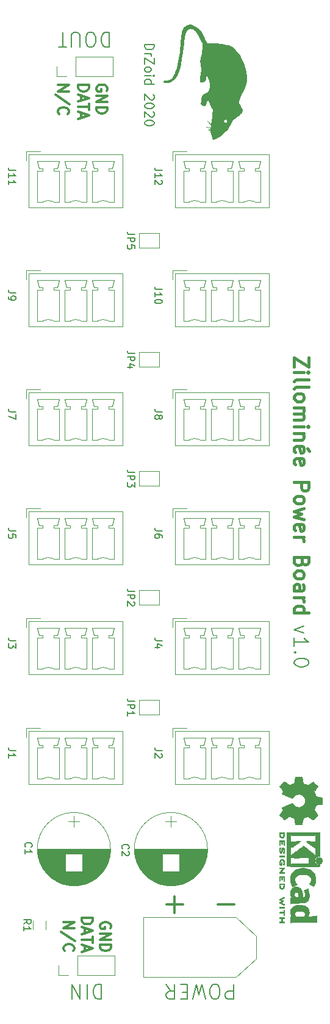
<source format=gbr>
G04 #@! TF.GenerationSoftware,KiCad,Pcbnew,(5.1.4)-1*
G04 #@! TF.CreationDate,2020-10-19T18:16:54+02:00*
G04 #@! TF.ProjectId,distrilite,64697374-7269-46c6-9974-652e6b696361,rev?*
G04 #@! TF.SameCoordinates,Original*
G04 #@! TF.FileFunction,Legend,Top*
G04 #@! TF.FilePolarity,Positive*
%FSLAX46Y46*%
G04 Gerber Fmt 4.6, Leading zero omitted, Abs format (unit mm)*
G04 Created by KiCad (PCBNEW (5.1.4)-1) date 2020-10-19 18:16:54*
%MOMM*%
%LPD*%
G04 APERTURE LIST*
%ADD10C,0.200000*%
%ADD11C,0.300000*%
%ADD12C,0.400000*%
%ADD13C,0.120000*%
%ADD14C,0.010000*%
%ADD15C,0.050000*%
%ADD16C,0.150000*%
G04 APERTURE END LIST*
D10*
X71294571Y-120078857D02*
X69961238Y-120555047D01*
X71294571Y-121031238D01*
X69961238Y-122840761D02*
X69961238Y-121697904D01*
X69961238Y-122269333D02*
X71961238Y-122269333D01*
X71675523Y-122078857D01*
X71485047Y-121888380D01*
X71389809Y-121697904D01*
X70151714Y-123697904D02*
X70056476Y-123793142D01*
X69961238Y-123697904D01*
X70056476Y-123602666D01*
X70151714Y-123697904D01*
X69961238Y-123697904D01*
X71961238Y-125031238D02*
X71961238Y-125221714D01*
X71866000Y-125412190D01*
X71770761Y-125507428D01*
X71580285Y-125602666D01*
X71199333Y-125697904D01*
X70723142Y-125697904D01*
X70342190Y-125602666D01*
X70151714Y-125507428D01*
X70056476Y-125412190D01*
X69961238Y-125221714D01*
X69961238Y-125031238D01*
X70056476Y-124840761D01*
X70151714Y-124745523D01*
X70342190Y-124650285D01*
X70723142Y-124555047D01*
X71199333Y-124555047D01*
X71580285Y-124650285D01*
X71770761Y-124745523D01*
X71866000Y-124840761D01*
X71961238Y-125031238D01*
D11*
X54482857Y-158710285D02*
X52197142Y-158710285D01*
X53340000Y-159853142D02*
X53340000Y-157567428D01*
D10*
X61515047Y-169783238D02*
X61515047Y-171783238D01*
X60753142Y-171783238D01*
X60562666Y-171688000D01*
X60467428Y-171592761D01*
X60372190Y-171402285D01*
X60372190Y-171116571D01*
X60467428Y-170926095D01*
X60562666Y-170830857D01*
X60753142Y-170735619D01*
X61515047Y-170735619D01*
X59134095Y-171783238D02*
X58753142Y-171783238D01*
X58562666Y-171688000D01*
X58372190Y-171497523D01*
X58276952Y-171116571D01*
X58276952Y-170449904D01*
X58372190Y-170068952D01*
X58562666Y-169878476D01*
X58753142Y-169783238D01*
X59134095Y-169783238D01*
X59324571Y-169878476D01*
X59515047Y-170068952D01*
X59610285Y-170449904D01*
X59610285Y-171116571D01*
X59515047Y-171497523D01*
X59324571Y-171688000D01*
X59134095Y-171783238D01*
X57610285Y-171783238D02*
X57134095Y-169783238D01*
X56753142Y-171211809D01*
X56372190Y-169783238D01*
X55896000Y-171783238D01*
X55134095Y-170830857D02*
X54467428Y-170830857D01*
X54181714Y-169783238D02*
X55134095Y-169783238D01*
X55134095Y-171783238D01*
X54181714Y-171783238D01*
X52181714Y-169783238D02*
X52848380Y-170735619D01*
X53324571Y-169783238D02*
X53324571Y-171783238D01*
X52562666Y-171783238D01*
X52372190Y-171688000D01*
X52276952Y-171592761D01*
X52181714Y-171402285D01*
X52181714Y-171116571D01*
X52276952Y-170926095D01*
X52372190Y-170830857D01*
X52562666Y-170735619D01*
X53324571Y-170735619D01*
X43195619Y-169783238D02*
X43195619Y-171783238D01*
X42719428Y-171783238D01*
X42433714Y-171688000D01*
X42243238Y-171497523D01*
X42148000Y-171307047D01*
X42052761Y-170926095D01*
X42052761Y-170640380D01*
X42148000Y-170259428D01*
X42243238Y-170068952D01*
X42433714Y-169878476D01*
X42719428Y-169783238D01*
X43195619Y-169783238D01*
X41195619Y-169783238D02*
X41195619Y-171783238D01*
X40243238Y-169783238D02*
X40243238Y-171783238D01*
X39100380Y-169783238D01*
X39100380Y-171783238D01*
X44274952Y-37703238D02*
X44274952Y-39703238D01*
X43798761Y-39703238D01*
X43513047Y-39608000D01*
X43322571Y-39417523D01*
X43227333Y-39227047D01*
X43132095Y-38846095D01*
X43132095Y-38560380D01*
X43227333Y-38179428D01*
X43322571Y-37988952D01*
X43513047Y-37798476D01*
X43798761Y-37703238D01*
X44274952Y-37703238D01*
X41894000Y-39703238D02*
X41513047Y-39703238D01*
X41322571Y-39608000D01*
X41132095Y-39417523D01*
X41036857Y-39036571D01*
X41036857Y-38369904D01*
X41132095Y-37988952D01*
X41322571Y-37798476D01*
X41513047Y-37703238D01*
X41894000Y-37703238D01*
X42084476Y-37798476D01*
X42274952Y-37988952D01*
X42370190Y-38369904D01*
X42370190Y-39036571D01*
X42274952Y-39417523D01*
X42084476Y-39608000D01*
X41894000Y-39703238D01*
X40179714Y-39703238D02*
X40179714Y-38084190D01*
X40084476Y-37893714D01*
X39989238Y-37798476D01*
X39798761Y-37703238D01*
X39417809Y-37703238D01*
X39227333Y-37798476D01*
X39132095Y-37893714D01*
X39036857Y-38084190D01*
X39036857Y-39703238D01*
X38370190Y-39703238D02*
X37227333Y-39703238D01*
X37798761Y-37703238D02*
X37798761Y-39703238D01*
D11*
X37167428Y-45002142D02*
X38667428Y-45002142D01*
X37167428Y-45859285D01*
X38667428Y-45859285D01*
X38738857Y-47645000D02*
X36810285Y-46359285D01*
X37310285Y-49002142D02*
X37238857Y-48930714D01*
X37167428Y-48716428D01*
X37167428Y-48573571D01*
X37238857Y-48359285D01*
X37381714Y-48216428D01*
X37524571Y-48145000D01*
X37810285Y-48073571D01*
X38024571Y-48073571D01*
X38310285Y-48145000D01*
X38453142Y-48216428D01*
X38596000Y-48359285D01*
X38667428Y-48573571D01*
X38667428Y-48716428D01*
X38596000Y-48930714D01*
X38524571Y-49002142D01*
X43930000Y-45787857D02*
X44001428Y-45645000D01*
X44001428Y-45430714D01*
X43930000Y-45216428D01*
X43787142Y-45073571D01*
X43644285Y-45002142D01*
X43358571Y-44930714D01*
X43144285Y-44930714D01*
X42858571Y-45002142D01*
X42715714Y-45073571D01*
X42572857Y-45216428D01*
X42501428Y-45430714D01*
X42501428Y-45573571D01*
X42572857Y-45787857D01*
X42644285Y-45859285D01*
X43144285Y-45859285D01*
X43144285Y-45573571D01*
X42501428Y-46502142D02*
X44001428Y-46502142D01*
X42501428Y-47359285D01*
X44001428Y-47359285D01*
X42501428Y-48073571D02*
X44001428Y-48073571D01*
X44001428Y-48430714D01*
X43930000Y-48645000D01*
X43787142Y-48787857D01*
X43644285Y-48859285D01*
X43358571Y-48930714D01*
X43144285Y-48930714D01*
X42858571Y-48859285D01*
X42715714Y-48787857D01*
X42572857Y-48645000D01*
X42501428Y-48430714D01*
X42501428Y-48073571D01*
X39961428Y-45002142D02*
X41461428Y-45002142D01*
X41461428Y-45359285D01*
X41390000Y-45573571D01*
X41247142Y-45716428D01*
X41104285Y-45787857D01*
X40818571Y-45859285D01*
X40604285Y-45859285D01*
X40318571Y-45787857D01*
X40175714Y-45716428D01*
X40032857Y-45573571D01*
X39961428Y-45359285D01*
X39961428Y-45002142D01*
X40390000Y-46430714D02*
X40390000Y-47145000D01*
X39961428Y-46287857D02*
X41461428Y-46787857D01*
X39961428Y-47287857D01*
X41461428Y-47573571D02*
X41461428Y-48430714D01*
X39961428Y-48002142D02*
X41461428Y-48002142D01*
X40390000Y-48859285D02*
X40390000Y-49573571D01*
X39961428Y-48716428D02*
X41461428Y-49216428D01*
X39961428Y-49716428D01*
X40469428Y-160555857D02*
X41969428Y-160555857D01*
X41969428Y-160913000D01*
X41898000Y-161127285D01*
X41755142Y-161270142D01*
X41612285Y-161341571D01*
X41326571Y-161413000D01*
X41112285Y-161413000D01*
X40826571Y-161341571D01*
X40683714Y-161270142D01*
X40540857Y-161127285D01*
X40469428Y-160913000D01*
X40469428Y-160555857D01*
X40898000Y-161984428D02*
X40898000Y-162698714D01*
X40469428Y-161841571D02*
X41969428Y-162341571D01*
X40469428Y-162841571D01*
X41969428Y-163127285D02*
X41969428Y-163984428D01*
X40469428Y-163555857D02*
X41969428Y-163555857D01*
X40898000Y-164413000D02*
X40898000Y-165127285D01*
X40469428Y-164270142D02*
X41969428Y-164770142D01*
X40469428Y-165270142D01*
X44438000Y-161984428D02*
X44509428Y-161841571D01*
X44509428Y-161627285D01*
X44438000Y-161413000D01*
X44295142Y-161270142D01*
X44152285Y-161198714D01*
X43866571Y-161127285D01*
X43652285Y-161127285D01*
X43366571Y-161198714D01*
X43223714Y-161270142D01*
X43080857Y-161413000D01*
X43009428Y-161627285D01*
X43009428Y-161770142D01*
X43080857Y-161984428D01*
X43152285Y-162055857D01*
X43652285Y-162055857D01*
X43652285Y-161770142D01*
X43009428Y-162698714D02*
X44509428Y-162698714D01*
X43009428Y-163555857D01*
X44509428Y-163555857D01*
X43009428Y-164270142D02*
X44509428Y-164270142D01*
X44509428Y-164627285D01*
X44438000Y-164841571D01*
X44295142Y-164984428D01*
X44152285Y-165055857D01*
X43866571Y-165127285D01*
X43652285Y-165127285D01*
X43366571Y-165055857D01*
X43223714Y-164984428D01*
X43080857Y-164841571D01*
X43009428Y-164627285D01*
X43009428Y-164270142D01*
X37929428Y-161127285D02*
X39429428Y-161127285D01*
X37929428Y-161984428D01*
X39429428Y-161984428D01*
X39500857Y-163770142D02*
X37572285Y-162484428D01*
X38072285Y-165127285D02*
X38000857Y-165055857D01*
X37929428Y-164841571D01*
X37929428Y-164698714D01*
X38000857Y-164484428D01*
X38143714Y-164341571D01*
X38286571Y-164270142D01*
X38572285Y-164198714D01*
X38786571Y-164198714D01*
X39072285Y-164270142D01*
X39215142Y-164341571D01*
X39358000Y-164484428D01*
X39429428Y-164698714D01*
X39429428Y-164841571D01*
X39358000Y-165055857D01*
X39286571Y-165127285D01*
D12*
X71961238Y-82774476D02*
X71961238Y-84107809D01*
X69961238Y-82774476D01*
X69961238Y-84107809D01*
X69961238Y-84869714D02*
X71294571Y-84869714D01*
X71961238Y-84869714D02*
X71866000Y-84774476D01*
X71770761Y-84869714D01*
X71866000Y-84964952D01*
X71961238Y-84869714D01*
X71770761Y-84869714D01*
X69961238Y-86107809D02*
X70056476Y-85917333D01*
X70246952Y-85822095D01*
X71961238Y-85822095D01*
X69961238Y-87155428D02*
X70056476Y-86964952D01*
X70246952Y-86869714D01*
X71961238Y-86869714D01*
X69961238Y-88203047D02*
X70056476Y-88012571D01*
X70151714Y-87917333D01*
X70342190Y-87822095D01*
X70913619Y-87822095D01*
X71104095Y-87917333D01*
X71199333Y-88012571D01*
X71294571Y-88203047D01*
X71294571Y-88488761D01*
X71199333Y-88679238D01*
X71104095Y-88774476D01*
X70913619Y-88869714D01*
X70342190Y-88869714D01*
X70151714Y-88774476D01*
X70056476Y-88679238D01*
X69961238Y-88488761D01*
X69961238Y-88203047D01*
X69961238Y-89726857D02*
X71294571Y-89726857D01*
X71104095Y-89726857D02*
X71199333Y-89822095D01*
X71294571Y-90012571D01*
X71294571Y-90298285D01*
X71199333Y-90488761D01*
X71008857Y-90584000D01*
X69961238Y-90584000D01*
X71008857Y-90584000D02*
X71199333Y-90679238D01*
X71294571Y-90869714D01*
X71294571Y-91155428D01*
X71199333Y-91345904D01*
X71008857Y-91441142D01*
X69961238Y-91441142D01*
X69961238Y-92393523D02*
X71294571Y-92393523D01*
X71961238Y-92393523D02*
X71866000Y-92298285D01*
X71770761Y-92393523D01*
X71866000Y-92488761D01*
X71961238Y-92393523D01*
X71770761Y-92393523D01*
X71294571Y-93345904D02*
X69961238Y-93345904D01*
X71104095Y-93345904D02*
X71199333Y-93441142D01*
X71294571Y-93631619D01*
X71294571Y-93917333D01*
X71199333Y-94107809D01*
X71008857Y-94203047D01*
X69961238Y-94203047D01*
X70056476Y-95917333D02*
X69961238Y-95726857D01*
X69961238Y-95345904D01*
X70056476Y-95155428D01*
X70246952Y-95060190D01*
X71008857Y-95060190D01*
X71199333Y-95155428D01*
X71294571Y-95345904D01*
X71294571Y-95726857D01*
X71199333Y-95917333D01*
X71008857Y-96012571D01*
X70818380Y-96012571D01*
X70627904Y-95060190D01*
X72056476Y-95726857D02*
X71770761Y-95441142D01*
X70056476Y-97631619D02*
X69961238Y-97441142D01*
X69961238Y-97060190D01*
X70056476Y-96869714D01*
X70246952Y-96774476D01*
X71008857Y-96774476D01*
X71199333Y-96869714D01*
X71294571Y-97060190D01*
X71294571Y-97441142D01*
X71199333Y-97631619D01*
X71008857Y-97726857D01*
X70818380Y-97726857D01*
X70627904Y-96774476D01*
X69961238Y-100107809D02*
X71961238Y-100107809D01*
X71961238Y-100869714D01*
X71866000Y-101060190D01*
X71770761Y-101155428D01*
X71580285Y-101250666D01*
X71294571Y-101250666D01*
X71104095Y-101155428D01*
X71008857Y-101060190D01*
X70913619Y-100869714D01*
X70913619Y-100107809D01*
X69961238Y-102393523D02*
X70056476Y-102203047D01*
X70151714Y-102107809D01*
X70342190Y-102012571D01*
X70913619Y-102012571D01*
X71104095Y-102107809D01*
X71199333Y-102203047D01*
X71294571Y-102393523D01*
X71294571Y-102679238D01*
X71199333Y-102869714D01*
X71104095Y-102964952D01*
X70913619Y-103060190D01*
X70342190Y-103060190D01*
X70151714Y-102964952D01*
X70056476Y-102869714D01*
X69961238Y-102679238D01*
X69961238Y-102393523D01*
X71294571Y-103726857D02*
X69961238Y-104107809D01*
X70913619Y-104488761D01*
X69961238Y-104869714D01*
X71294571Y-105250666D01*
X70056476Y-106774476D02*
X69961238Y-106584000D01*
X69961238Y-106203047D01*
X70056476Y-106012571D01*
X70246952Y-105917333D01*
X71008857Y-105917333D01*
X71199333Y-106012571D01*
X71294571Y-106203047D01*
X71294571Y-106584000D01*
X71199333Y-106774476D01*
X71008857Y-106869714D01*
X70818380Y-106869714D01*
X70627904Y-105917333D01*
X69961238Y-107726857D02*
X71294571Y-107726857D01*
X70913619Y-107726857D02*
X71104095Y-107822095D01*
X71199333Y-107917333D01*
X71294571Y-108107809D01*
X71294571Y-108298285D01*
X71008857Y-111155428D02*
X70913619Y-111441142D01*
X70818380Y-111536380D01*
X70627904Y-111631619D01*
X70342190Y-111631619D01*
X70151714Y-111536380D01*
X70056476Y-111441142D01*
X69961238Y-111250666D01*
X69961238Y-110488761D01*
X71961238Y-110488761D01*
X71961238Y-111155428D01*
X71866000Y-111345904D01*
X71770761Y-111441142D01*
X71580285Y-111536380D01*
X71389809Y-111536380D01*
X71199333Y-111441142D01*
X71104095Y-111345904D01*
X71008857Y-111155428D01*
X71008857Y-110488761D01*
X69961238Y-112774476D02*
X70056476Y-112584000D01*
X70151714Y-112488761D01*
X70342190Y-112393523D01*
X70913619Y-112393523D01*
X71104095Y-112488761D01*
X71199333Y-112584000D01*
X71294571Y-112774476D01*
X71294571Y-113060190D01*
X71199333Y-113250666D01*
X71104095Y-113345904D01*
X70913619Y-113441142D01*
X70342190Y-113441142D01*
X70151714Y-113345904D01*
X70056476Y-113250666D01*
X69961238Y-113060190D01*
X69961238Y-112774476D01*
X69961238Y-115155428D02*
X71008857Y-115155428D01*
X71199333Y-115060190D01*
X71294571Y-114869714D01*
X71294571Y-114488761D01*
X71199333Y-114298285D01*
X70056476Y-115155428D02*
X69961238Y-114964952D01*
X69961238Y-114488761D01*
X70056476Y-114298285D01*
X70246952Y-114203047D01*
X70437428Y-114203047D01*
X70627904Y-114298285D01*
X70723142Y-114488761D01*
X70723142Y-114964952D01*
X70818380Y-115155428D01*
X69961238Y-116107809D02*
X71294571Y-116107809D01*
X70913619Y-116107809D02*
X71104095Y-116203047D01*
X71199333Y-116298285D01*
X71294571Y-116488761D01*
X71294571Y-116679238D01*
X69961238Y-118203047D02*
X71961238Y-118203047D01*
X70056476Y-118203047D02*
X69961238Y-118012571D01*
X69961238Y-117631619D01*
X70056476Y-117441142D01*
X70151714Y-117345904D01*
X70342190Y-117250666D01*
X70913619Y-117250666D01*
X71104095Y-117345904D01*
X71199333Y-117441142D01*
X71294571Y-117631619D01*
X71294571Y-118012571D01*
X71199333Y-118203047D01*
D10*
X49173285Y-39362761D02*
X50523285Y-39362761D01*
X50523285Y-39660380D01*
X50459000Y-39838952D01*
X50330428Y-39958000D01*
X50201857Y-40017523D01*
X49944714Y-40077047D01*
X49751857Y-40077047D01*
X49494714Y-40017523D01*
X49366142Y-39958000D01*
X49237571Y-39838952D01*
X49173285Y-39660380D01*
X49173285Y-39362761D01*
X49173285Y-40612761D02*
X50073285Y-40612761D01*
X49816142Y-40612761D02*
X49944714Y-40672285D01*
X50009000Y-40731809D01*
X50073285Y-40850857D01*
X50073285Y-40969904D01*
X50523285Y-41267523D02*
X50523285Y-42100857D01*
X49173285Y-41267523D01*
X49173285Y-42100857D01*
X49173285Y-42755619D02*
X49237571Y-42636571D01*
X49301857Y-42577047D01*
X49430428Y-42517523D01*
X49816142Y-42517523D01*
X49944714Y-42577047D01*
X50009000Y-42636571D01*
X50073285Y-42755619D01*
X50073285Y-42934190D01*
X50009000Y-43053238D01*
X49944714Y-43112761D01*
X49816142Y-43172285D01*
X49430428Y-43172285D01*
X49301857Y-43112761D01*
X49237571Y-43053238D01*
X49173285Y-42934190D01*
X49173285Y-42755619D01*
X49173285Y-43708000D02*
X50073285Y-43708000D01*
X50523285Y-43708000D02*
X50459000Y-43648476D01*
X50394714Y-43708000D01*
X50459000Y-43767523D01*
X50523285Y-43708000D01*
X50394714Y-43708000D01*
X49173285Y-44838952D02*
X50523285Y-44838952D01*
X49237571Y-44838952D02*
X49173285Y-44719904D01*
X49173285Y-44481809D01*
X49237571Y-44362761D01*
X49301857Y-44303238D01*
X49430428Y-44243714D01*
X49816142Y-44243714D01*
X49944714Y-44303238D01*
X50009000Y-44362761D01*
X50073285Y-44481809D01*
X50073285Y-44719904D01*
X50009000Y-44838952D01*
X50394714Y-46327047D02*
X50459000Y-46386571D01*
X50523285Y-46505619D01*
X50523285Y-46803238D01*
X50459000Y-46922285D01*
X50394714Y-46981809D01*
X50266142Y-47041333D01*
X50137571Y-47041333D01*
X49944714Y-46981809D01*
X49173285Y-46267523D01*
X49173285Y-47041333D01*
X50523285Y-47815142D02*
X50523285Y-47934190D01*
X50459000Y-48053238D01*
X50394714Y-48112761D01*
X50266142Y-48172285D01*
X50009000Y-48231809D01*
X49687571Y-48231809D01*
X49430428Y-48172285D01*
X49301857Y-48112761D01*
X49237571Y-48053238D01*
X49173285Y-47934190D01*
X49173285Y-47815142D01*
X49237571Y-47696095D01*
X49301857Y-47636571D01*
X49430428Y-47577047D01*
X49687571Y-47517523D01*
X50009000Y-47517523D01*
X50266142Y-47577047D01*
X50394714Y-47636571D01*
X50459000Y-47696095D01*
X50523285Y-47815142D01*
X50394714Y-48708000D02*
X50459000Y-48767523D01*
X50523285Y-48886571D01*
X50523285Y-49184190D01*
X50459000Y-49303238D01*
X50394714Y-49362761D01*
X50266142Y-49422285D01*
X50137571Y-49422285D01*
X49944714Y-49362761D01*
X49173285Y-48648476D01*
X49173285Y-49422285D01*
X50523285Y-50196095D02*
X50523285Y-50315142D01*
X50459000Y-50434190D01*
X50394714Y-50493714D01*
X50266142Y-50553238D01*
X50009000Y-50612761D01*
X49687571Y-50612761D01*
X49430428Y-50553238D01*
X49301857Y-50493714D01*
X49237571Y-50434190D01*
X49173285Y-50315142D01*
X49173285Y-50196095D01*
X49237571Y-50077047D01*
X49301857Y-50017523D01*
X49430428Y-49958000D01*
X49687571Y-49898476D01*
X50009000Y-49898476D01*
X50266142Y-49958000D01*
X50394714Y-50017523D01*
X50459000Y-50077047D01*
X50523285Y-50196095D01*
D11*
X61594857Y-158710285D02*
X59309142Y-158710285D01*
D13*
X57922000Y-150998000D02*
G75*
G03X57922000Y-150998000I-5090000J0D01*
G01*
X57882000Y-150998000D02*
X47782000Y-150998000D01*
X57882000Y-151038000D02*
X47782000Y-151038000D01*
X57882000Y-151078000D02*
X47782000Y-151078000D01*
X57881000Y-151118000D02*
X47783000Y-151118000D01*
X57880000Y-151158000D02*
X47784000Y-151158000D01*
X57879000Y-151198000D02*
X47785000Y-151198000D01*
X57877000Y-151238000D02*
X47787000Y-151238000D01*
X57875000Y-151278000D02*
X47789000Y-151278000D01*
X57872000Y-151318000D02*
X47792000Y-151318000D01*
X57870000Y-151358000D02*
X47794000Y-151358000D01*
X57867000Y-151398000D02*
X47797000Y-151398000D01*
X57863000Y-151438000D02*
X47801000Y-151438000D01*
X57860000Y-151478000D02*
X47804000Y-151478000D01*
X57856000Y-151518000D02*
X47808000Y-151518000D01*
X57852000Y-151558000D02*
X47812000Y-151558000D01*
X57847000Y-151598000D02*
X47817000Y-151598000D01*
X57842000Y-151638000D02*
X47822000Y-151638000D01*
X57837000Y-151678000D02*
X47827000Y-151678000D01*
X57831000Y-151719000D02*
X54013000Y-151719000D01*
X51651000Y-151719000D02*
X47833000Y-151719000D01*
X57825000Y-151759000D02*
X54013000Y-151759000D01*
X51651000Y-151759000D02*
X47839000Y-151759000D01*
X57819000Y-151799000D02*
X54013000Y-151799000D01*
X51651000Y-151799000D02*
X47845000Y-151799000D01*
X57813000Y-151839000D02*
X54013000Y-151839000D01*
X51651000Y-151839000D02*
X47851000Y-151839000D01*
X57806000Y-151879000D02*
X54013000Y-151879000D01*
X51651000Y-151879000D02*
X47858000Y-151879000D01*
X57799000Y-151919000D02*
X54013000Y-151919000D01*
X51651000Y-151919000D02*
X47865000Y-151919000D01*
X57791000Y-151959000D02*
X54013000Y-151959000D01*
X51651000Y-151959000D02*
X47873000Y-151959000D01*
X57783000Y-151999000D02*
X54013000Y-151999000D01*
X51651000Y-151999000D02*
X47881000Y-151999000D01*
X57775000Y-152039000D02*
X54013000Y-152039000D01*
X51651000Y-152039000D02*
X47889000Y-152039000D01*
X57767000Y-152079000D02*
X54013000Y-152079000D01*
X51651000Y-152079000D02*
X47897000Y-152079000D01*
X57758000Y-152119000D02*
X54013000Y-152119000D01*
X51651000Y-152119000D02*
X47906000Y-152119000D01*
X57749000Y-152159000D02*
X54013000Y-152159000D01*
X51651000Y-152159000D02*
X47915000Y-152159000D01*
X57739000Y-152199000D02*
X54013000Y-152199000D01*
X51651000Y-152199000D02*
X47925000Y-152199000D01*
X57729000Y-152239000D02*
X54013000Y-152239000D01*
X51651000Y-152239000D02*
X47935000Y-152239000D01*
X57719000Y-152279000D02*
X54013000Y-152279000D01*
X51651000Y-152279000D02*
X47945000Y-152279000D01*
X57708000Y-152319000D02*
X54013000Y-152319000D01*
X51651000Y-152319000D02*
X47956000Y-152319000D01*
X57697000Y-152359000D02*
X54013000Y-152359000D01*
X51651000Y-152359000D02*
X47967000Y-152359000D01*
X57686000Y-152399000D02*
X54013000Y-152399000D01*
X51651000Y-152399000D02*
X47978000Y-152399000D01*
X57675000Y-152439000D02*
X54013000Y-152439000D01*
X51651000Y-152439000D02*
X47989000Y-152439000D01*
X57663000Y-152479000D02*
X54013000Y-152479000D01*
X51651000Y-152479000D02*
X48001000Y-152479000D01*
X57650000Y-152519000D02*
X54013000Y-152519000D01*
X51651000Y-152519000D02*
X48014000Y-152519000D01*
X57638000Y-152559000D02*
X54013000Y-152559000D01*
X51651000Y-152559000D02*
X48026000Y-152559000D01*
X57624000Y-152599000D02*
X54013000Y-152599000D01*
X51651000Y-152599000D02*
X48040000Y-152599000D01*
X57611000Y-152639000D02*
X54013000Y-152639000D01*
X51651000Y-152639000D02*
X48053000Y-152639000D01*
X57597000Y-152679000D02*
X54013000Y-152679000D01*
X51651000Y-152679000D02*
X48067000Y-152679000D01*
X57583000Y-152719000D02*
X54013000Y-152719000D01*
X51651000Y-152719000D02*
X48081000Y-152719000D01*
X57569000Y-152759000D02*
X54013000Y-152759000D01*
X51651000Y-152759000D02*
X48095000Y-152759000D01*
X57554000Y-152799000D02*
X54013000Y-152799000D01*
X51651000Y-152799000D02*
X48110000Y-152799000D01*
X57538000Y-152839000D02*
X54013000Y-152839000D01*
X51651000Y-152839000D02*
X48126000Y-152839000D01*
X57523000Y-152879000D02*
X54013000Y-152879000D01*
X51651000Y-152879000D02*
X48141000Y-152879000D01*
X57506000Y-152919000D02*
X54013000Y-152919000D01*
X51651000Y-152919000D02*
X48158000Y-152919000D01*
X57490000Y-152959000D02*
X54013000Y-152959000D01*
X51651000Y-152959000D02*
X48174000Y-152959000D01*
X57473000Y-152999000D02*
X54013000Y-152999000D01*
X51651000Y-152999000D02*
X48191000Y-152999000D01*
X57456000Y-153039000D02*
X54013000Y-153039000D01*
X51651000Y-153039000D02*
X48208000Y-153039000D01*
X57438000Y-153079000D02*
X54013000Y-153079000D01*
X51651000Y-153079000D02*
X48226000Y-153079000D01*
X57420000Y-153119000D02*
X54013000Y-153119000D01*
X51651000Y-153119000D02*
X48244000Y-153119000D01*
X57401000Y-153159000D02*
X54013000Y-153159000D01*
X51651000Y-153159000D02*
X48263000Y-153159000D01*
X57382000Y-153199000D02*
X54013000Y-153199000D01*
X51651000Y-153199000D02*
X48282000Y-153199000D01*
X57363000Y-153239000D02*
X54013000Y-153239000D01*
X51651000Y-153239000D02*
X48301000Y-153239000D01*
X57343000Y-153279000D02*
X54013000Y-153279000D01*
X51651000Y-153279000D02*
X48321000Y-153279000D01*
X57323000Y-153319000D02*
X54013000Y-153319000D01*
X51651000Y-153319000D02*
X48341000Y-153319000D01*
X57302000Y-153359000D02*
X54013000Y-153359000D01*
X51651000Y-153359000D02*
X48362000Y-153359000D01*
X57281000Y-153399000D02*
X54013000Y-153399000D01*
X51651000Y-153399000D02*
X48383000Y-153399000D01*
X57260000Y-153439000D02*
X54013000Y-153439000D01*
X51651000Y-153439000D02*
X48404000Y-153439000D01*
X57237000Y-153479000D02*
X54013000Y-153479000D01*
X51651000Y-153479000D02*
X48427000Y-153479000D01*
X57215000Y-153519000D02*
X54013000Y-153519000D01*
X51651000Y-153519000D02*
X48449000Y-153519000D01*
X57192000Y-153559000D02*
X54013000Y-153559000D01*
X51651000Y-153559000D02*
X48472000Y-153559000D01*
X57168000Y-153599000D02*
X54013000Y-153599000D01*
X51651000Y-153599000D02*
X48496000Y-153599000D01*
X57144000Y-153639000D02*
X54013000Y-153639000D01*
X51651000Y-153639000D02*
X48520000Y-153639000D01*
X57120000Y-153679000D02*
X54013000Y-153679000D01*
X51651000Y-153679000D02*
X48544000Y-153679000D01*
X57095000Y-153719000D02*
X54013000Y-153719000D01*
X51651000Y-153719000D02*
X48569000Y-153719000D01*
X57069000Y-153759000D02*
X54013000Y-153759000D01*
X51651000Y-153759000D02*
X48595000Y-153759000D01*
X57043000Y-153799000D02*
X54013000Y-153799000D01*
X51651000Y-153799000D02*
X48621000Y-153799000D01*
X57017000Y-153839000D02*
X54013000Y-153839000D01*
X51651000Y-153839000D02*
X48647000Y-153839000D01*
X56989000Y-153879000D02*
X54013000Y-153879000D01*
X51651000Y-153879000D02*
X48675000Y-153879000D01*
X56962000Y-153919000D02*
X54013000Y-153919000D01*
X51651000Y-153919000D02*
X48702000Y-153919000D01*
X56933000Y-153959000D02*
X54013000Y-153959000D01*
X51651000Y-153959000D02*
X48731000Y-153959000D01*
X56904000Y-153999000D02*
X54013000Y-153999000D01*
X51651000Y-153999000D02*
X48760000Y-153999000D01*
X56875000Y-154039000D02*
X54013000Y-154039000D01*
X51651000Y-154039000D02*
X48789000Y-154039000D01*
X56845000Y-154079000D02*
X48819000Y-154079000D01*
X56814000Y-154119000D02*
X48850000Y-154119000D01*
X56783000Y-154159000D02*
X48881000Y-154159000D01*
X56751000Y-154199000D02*
X48913000Y-154199000D01*
X56718000Y-154239000D02*
X48946000Y-154239000D01*
X56685000Y-154279000D02*
X48979000Y-154279000D01*
X56651000Y-154319000D02*
X49013000Y-154319000D01*
X56616000Y-154359000D02*
X49048000Y-154359000D01*
X56580000Y-154399000D02*
X49084000Y-154399000D01*
X56544000Y-154439000D02*
X49120000Y-154439000D01*
X56507000Y-154479000D02*
X49157000Y-154479000D01*
X56469000Y-154519000D02*
X49195000Y-154519000D01*
X56430000Y-154559000D02*
X49234000Y-154559000D01*
X56391000Y-154599000D02*
X49273000Y-154599000D01*
X56350000Y-154639000D02*
X49314000Y-154639000D01*
X56309000Y-154679000D02*
X49355000Y-154679000D01*
X56267000Y-154719000D02*
X49397000Y-154719000D01*
X56223000Y-154759000D02*
X49441000Y-154759000D01*
X56179000Y-154799000D02*
X49485000Y-154799000D01*
X56134000Y-154839000D02*
X49530000Y-154839000D01*
X56087000Y-154879000D02*
X49577000Y-154879000D01*
X56039000Y-154919000D02*
X49625000Y-154919000D01*
X55990000Y-154959000D02*
X49674000Y-154959000D01*
X55940000Y-154999000D02*
X49724000Y-154999000D01*
X55889000Y-155039000D02*
X49775000Y-155039000D01*
X55836000Y-155079000D02*
X49828000Y-155079000D01*
X55781000Y-155119000D02*
X49883000Y-155119000D01*
X55726000Y-155159000D02*
X49938000Y-155159000D01*
X55668000Y-155199000D02*
X49996000Y-155199000D01*
X55609000Y-155239000D02*
X50055000Y-155239000D01*
X55547000Y-155279000D02*
X50117000Y-155279000D01*
X55484000Y-155319000D02*
X50180000Y-155319000D01*
X55419000Y-155359000D02*
X50245000Y-155359000D01*
X55351000Y-155399000D02*
X50313000Y-155399000D01*
X55281000Y-155439000D02*
X50383000Y-155439000D01*
X55209000Y-155479000D02*
X50455000Y-155479000D01*
X55133000Y-155519000D02*
X50531000Y-155519000D01*
X55054000Y-155559000D02*
X50610000Y-155559000D01*
X54972000Y-155599000D02*
X50692000Y-155599000D01*
X54885000Y-155639000D02*
X50779000Y-155639000D01*
X54794000Y-155679000D02*
X50870000Y-155679000D01*
X54698000Y-155719000D02*
X50966000Y-155719000D01*
X54595000Y-155759000D02*
X51069000Y-155759000D01*
X54486000Y-155799000D02*
X51178000Y-155799000D01*
X54368000Y-155839000D02*
X51296000Y-155839000D01*
X54239000Y-155879000D02*
X51425000Y-155879000D01*
X54097000Y-155919000D02*
X51567000Y-155919000D01*
X53936000Y-155959000D02*
X51728000Y-155959000D01*
X53745000Y-155999000D02*
X51919000Y-155999000D01*
X53504000Y-156039000D02*
X52160000Y-156039000D01*
X53111000Y-156079000D02*
X52553000Y-156079000D01*
X52832000Y-146398000D02*
X52832000Y-147898000D01*
X53582000Y-147148000D02*
X52082000Y-147148000D01*
X44460000Y-150998000D02*
G75*
G03X44460000Y-150998000I-5090000J0D01*
G01*
X44420000Y-150998000D02*
X34320000Y-150998000D01*
X44420000Y-151038000D02*
X34320000Y-151038000D01*
X44420000Y-151078000D02*
X34320000Y-151078000D01*
X44419000Y-151118000D02*
X34321000Y-151118000D01*
X44418000Y-151158000D02*
X34322000Y-151158000D01*
X44417000Y-151198000D02*
X34323000Y-151198000D01*
X44415000Y-151238000D02*
X34325000Y-151238000D01*
X44413000Y-151278000D02*
X34327000Y-151278000D01*
X44410000Y-151318000D02*
X34330000Y-151318000D01*
X44408000Y-151358000D02*
X34332000Y-151358000D01*
X44405000Y-151398000D02*
X34335000Y-151398000D01*
X44401000Y-151438000D02*
X34339000Y-151438000D01*
X44398000Y-151478000D02*
X34342000Y-151478000D01*
X44394000Y-151518000D02*
X34346000Y-151518000D01*
X44390000Y-151558000D02*
X34350000Y-151558000D01*
X44385000Y-151598000D02*
X34355000Y-151598000D01*
X44380000Y-151638000D02*
X34360000Y-151638000D01*
X44375000Y-151678000D02*
X34365000Y-151678000D01*
X44369000Y-151719000D02*
X40551000Y-151719000D01*
X38189000Y-151719000D02*
X34371000Y-151719000D01*
X44363000Y-151759000D02*
X40551000Y-151759000D01*
X38189000Y-151759000D02*
X34377000Y-151759000D01*
X44357000Y-151799000D02*
X40551000Y-151799000D01*
X38189000Y-151799000D02*
X34383000Y-151799000D01*
X44351000Y-151839000D02*
X40551000Y-151839000D01*
X38189000Y-151839000D02*
X34389000Y-151839000D01*
X44344000Y-151879000D02*
X40551000Y-151879000D01*
X38189000Y-151879000D02*
X34396000Y-151879000D01*
X44337000Y-151919000D02*
X40551000Y-151919000D01*
X38189000Y-151919000D02*
X34403000Y-151919000D01*
X44329000Y-151959000D02*
X40551000Y-151959000D01*
X38189000Y-151959000D02*
X34411000Y-151959000D01*
X44321000Y-151999000D02*
X40551000Y-151999000D01*
X38189000Y-151999000D02*
X34419000Y-151999000D01*
X44313000Y-152039000D02*
X40551000Y-152039000D01*
X38189000Y-152039000D02*
X34427000Y-152039000D01*
X44305000Y-152079000D02*
X40551000Y-152079000D01*
X38189000Y-152079000D02*
X34435000Y-152079000D01*
X44296000Y-152119000D02*
X40551000Y-152119000D01*
X38189000Y-152119000D02*
X34444000Y-152119000D01*
X44287000Y-152159000D02*
X40551000Y-152159000D01*
X38189000Y-152159000D02*
X34453000Y-152159000D01*
X44277000Y-152199000D02*
X40551000Y-152199000D01*
X38189000Y-152199000D02*
X34463000Y-152199000D01*
X44267000Y-152239000D02*
X40551000Y-152239000D01*
X38189000Y-152239000D02*
X34473000Y-152239000D01*
X44257000Y-152279000D02*
X40551000Y-152279000D01*
X38189000Y-152279000D02*
X34483000Y-152279000D01*
X44246000Y-152319000D02*
X40551000Y-152319000D01*
X38189000Y-152319000D02*
X34494000Y-152319000D01*
X44235000Y-152359000D02*
X40551000Y-152359000D01*
X38189000Y-152359000D02*
X34505000Y-152359000D01*
X44224000Y-152399000D02*
X40551000Y-152399000D01*
X38189000Y-152399000D02*
X34516000Y-152399000D01*
X44213000Y-152439000D02*
X40551000Y-152439000D01*
X38189000Y-152439000D02*
X34527000Y-152439000D01*
X44201000Y-152479000D02*
X40551000Y-152479000D01*
X38189000Y-152479000D02*
X34539000Y-152479000D01*
X44188000Y-152519000D02*
X40551000Y-152519000D01*
X38189000Y-152519000D02*
X34552000Y-152519000D01*
X44176000Y-152559000D02*
X40551000Y-152559000D01*
X38189000Y-152559000D02*
X34564000Y-152559000D01*
X44162000Y-152599000D02*
X40551000Y-152599000D01*
X38189000Y-152599000D02*
X34578000Y-152599000D01*
X44149000Y-152639000D02*
X40551000Y-152639000D01*
X38189000Y-152639000D02*
X34591000Y-152639000D01*
X44135000Y-152679000D02*
X40551000Y-152679000D01*
X38189000Y-152679000D02*
X34605000Y-152679000D01*
X44121000Y-152719000D02*
X40551000Y-152719000D01*
X38189000Y-152719000D02*
X34619000Y-152719000D01*
X44107000Y-152759000D02*
X40551000Y-152759000D01*
X38189000Y-152759000D02*
X34633000Y-152759000D01*
X44092000Y-152799000D02*
X40551000Y-152799000D01*
X38189000Y-152799000D02*
X34648000Y-152799000D01*
X44076000Y-152839000D02*
X40551000Y-152839000D01*
X38189000Y-152839000D02*
X34664000Y-152839000D01*
X44061000Y-152879000D02*
X40551000Y-152879000D01*
X38189000Y-152879000D02*
X34679000Y-152879000D01*
X44044000Y-152919000D02*
X40551000Y-152919000D01*
X38189000Y-152919000D02*
X34696000Y-152919000D01*
X44028000Y-152959000D02*
X40551000Y-152959000D01*
X38189000Y-152959000D02*
X34712000Y-152959000D01*
X44011000Y-152999000D02*
X40551000Y-152999000D01*
X38189000Y-152999000D02*
X34729000Y-152999000D01*
X43994000Y-153039000D02*
X40551000Y-153039000D01*
X38189000Y-153039000D02*
X34746000Y-153039000D01*
X43976000Y-153079000D02*
X40551000Y-153079000D01*
X38189000Y-153079000D02*
X34764000Y-153079000D01*
X43958000Y-153119000D02*
X40551000Y-153119000D01*
X38189000Y-153119000D02*
X34782000Y-153119000D01*
X43939000Y-153159000D02*
X40551000Y-153159000D01*
X38189000Y-153159000D02*
X34801000Y-153159000D01*
X43920000Y-153199000D02*
X40551000Y-153199000D01*
X38189000Y-153199000D02*
X34820000Y-153199000D01*
X43901000Y-153239000D02*
X40551000Y-153239000D01*
X38189000Y-153239000D02*
X34839000Y-153239000D01*
X43881000Y-153279000D02*
X40551000Y-153279000D01*
X38189000Y-153279000D02*
X34859000Y-153279000D01*
X43861000Y-153319000D02*
X40551000Y-153319000D01*
X38189000Y-153319000D02*
X34879000Y-153319000D01*
X43840000Y-153359000D02*
X40551000Y-153359000D01*
X38189000Y-153359000D02*
X34900000Y-153359000D01*
X43819000Y-153399000D02*
X40551000Y-153399000D01*
X38189000Y-153399000D02*
X34921000Y-153399000D01*
X43798000Y-153439000D02*
X40551000Y-153439000D01*
X38189000Y-153439000D02*
X34942000Y-153439000D01*
X43775000Y-153479000D02*
X40551000Y-153479000D01*
X38189000Y-153479000D02*
X34965000Y-153479000D01*
X43753000Y-153519000D02*
X40551000Y-153519000D01*
X38189000Y-153519000D02*
X34987000Y-153519000D01*
X43730000Y-153559000D02*
X40551000Y-153559000D01*
X38189000Y-153559000D02*
X35010000Y-153559000D01*
X43706000Y-153599000D02*
X40551000Y-153599000D01*
X38189000Y-153599000D02*
X35034000Y-153599000D01*
X43682000Y-153639000D02*
X40551000Y-153639000D01*
X38189000Y-153639000D02*
X35058000Y-153639000D01*
X43658000Y-153679000D02*
X40551000Y-153679000D01*
X38189000Y-153679000D02*
X35082000Y-153679000D01*
X43633000Y-153719000D02*
X40551000Y-153719000D01*
X38189000Y-153719000D02*
X35107000Y-153719000D01*
X43607000Y-153759000D02*
X40551000Y-153759000D01*
X38189000Y-153759000D02*
X35133000Y-153759000D01*
X43581000Y-153799000D02*
X40551000Y-153799000D01*
X38189000Y-153799000D02*
X35159000Y-153799000D01*
X43555000Y-153839000D02*
X40551000Y-153839000D01*
X38189000Y-153839000D02*
X35185000Y-153839000D01*
X43527000Y-153879000D02*
X40551000Y-153879000D01*
X38189000Y-153879000D02*
X35213000Y-153879000D01*
X43500000Y-153919000D02*
X40551000Y-153919000D01*
X38189000Y-153919000D02*
X35240000Y-153919000D01*
X43471000Y-153959000D02*
X40551000Y-153959000D01*
X38189000Y-153959000D02*
X35269000Y-153959000D01*
X43442000Y-153999000D02*
X40551000Y-153999000D01*
X38189000Y-153999000D02*
X35298000Y-153999000D01*
X43413000Y-154039000D02*
X40551000Y-154039000D01*
X38189000Y-154039000D02*
X35327000Y-154039000D01*
X43383000Y-154079000D02*
X35357000Y-154079000D01*
X43352000Y-154119000D02*
X35388000Y-154119000D01*
X43321000Y-154159000D02*
X35419000Y-154159000D01*
X43289000Y-154199000D02*
X35451000Y-154199000D01*
X43256000Y-154239000D02*
X35484000Y-154239000D01*
X43223000Y-154279000D02*
X35517000Y-154279000D01*
X43189000Y-154319000D02*
X35551000Y-154319000D01*
X43154000Y-154359000D02*
X35586000Y-154359000D01*
X43118000Y-154399000D02*
X35622000Y-154399000D01*
X43082000Y-154439000D02*
X35658000Y-154439000D01*
X43045000Y-154479000D02*
X35695000Y-154479000D01*
X43007000Y-154519000D02*
X35733000Y-154519000D01*
X42968000Y-154559000D02*
X35772000Y-154559000D01*
X42929000Y-154599000D02*
X35811000Y-154599000D01*
X42888000Y-154639000D02*
X35852000Y-154639000D01*
X42847000Y-154679000D02*
X35893000Y-154679000D01*
X42805000Y-154719000D02*
X35935000Y-154719000D01*
X42761000Y-154759000D02*
X35979000Y-154759000D01*
X42717000Y-154799000D02*
X36023000Y-154799000D01*
X42672000Y-154839000D02*
X36068000Y-154839000D01*
X42625000Y-154879000D02*
X36115000Y-154879000D01*
X42577000Y-154919000D02*
X36163000Y-154919000D01*
X42528000Y-154959000D02*
X36212000Y-154959000D01*
X42478000Y-154999000D02*
X36262000Y-154999000D01*
X42427000Y-155039000D02*
X36313000Y-155039000D01*
X42374000Y-155079000D02*
X36366000Y-155079000D01*
X42319000Y-155119000D02*
X36421000Y-155119000D01*
X42264000Y-155159000D02*
X36476000Y-155159000D01*
X42206000Y-155199000D02*
X36534000Y-155199000D01*
X42147000Y-155239000D02*
X36593000Y-155239000D01*
X42085000Y-155279000D02*
X36655000Y-155279000D01*
X42022000Y-155319000D02*
X36718000Y-155319000D01*
X41957000Y-155359000D02*
X36783000Y-155359000D01*
X41889000Y-155399000D02*
X36851000Y-155399000D01*
X41819000Y-155439000D02*
X36921000Y-155439000D01*
X41747000Y-155479000D02*
X36993000Y-155479000D01*
X41671000Y-155519000D02*
X37069000Y-155519000D01*
X41592000Y-155559000D02*
X37148000Y-155559000D01*
X41510000Y-155599000D02*
X37230000Y-155599000D01*
X41423000Y-155639000D02*
X37317000Y-155639000D01*
X41332000Y-155679000D02*
X37408000Y-155679000D01*
X41236000Y-155719000D02*
X37504000Y-155719000D01*
X41133000Y-155759000D02*
X37607000Y-155759000D01*
X41024000Y-155799000D02*
X37716000Y-155799000D01*
X40906000Y-155839000D02*
X37834000Y-155839000D01*
X40777000Y-155879000D02*
X37963000Y-155879000D01*
X40635000Y-155919000D02*
X38105000Y-155919000D01*
X40474000Y-155959000D02*
X38266000Y-155959000D01*
X40283000Y-155999000D02*
X38457000Y-155999000D01*
X40042000Y-156039000D02*
X38698000Y-156039000D01*
X39649000Y-156079000D02*
X39091000Y-156079000D01*
X39370000Y-146398000D02*
X39370000Y-147898000D01*
X40120000Y-147148000D02*
X38620000Y-147148000D01*
D14*
G36*
X73397069Y-144827814D02*
G01*
X72952445Y-144911635D01*
X72824947Y-145220920D01*
X72697449Y-145530206D01*
X72949754Y-145901246D01*
X73020004Y-146005157D01*
X73082728Y-146099087D01*
X73135062Y-146178652D01*
X73174143Y-146239470D01*
X73197107Y-146277157D01*
X73202058Y-146287421D01*
X73189324Y-146305910D01*
X73154118Y-146345420D01*
X73100938Y-146401522D01*
X73034282Y-146469787D01*
X72958646Y-146545786D01*
X72878528Y-146625092D01*
X72798426Y-146703275D01*
X72722836Y-146775907D01*
X72656255Y-146838559D01*
X72603182Y-146886803D01*
X72568113Y-146916210D01*
X72556377Y-146923241D01*
X72534740Y-146913123D01*
X72487338Y-146884759D01*
X72418807Y-146841129D01*
X72333785Y-146785218D01*
X72236907Y-146720006D01*
X72181650Y-146682219D01*
X72080752Y-146613343D01*
X71989701Y-146552140D01*
X71913030Y-146501578D01*
X71855272Y-146464628D01*
X71820957Y-146444258D01*
X71813746Y-146441197D01*
X71793252Y-146448136D01*
X71745487Y-146467051D01*
X71677168Y-146495087D01*
X71595011Y-146529391D01*
X71505730Y-146567109D01*
X71416042Y-146605387D01*
X71332662Y-146641370D01*
X71262306Y-146672206D01*
X71211690Y-146695039D01*
X71187529Y-146707017D01*
X71186578Y-146707724D01*
X71181964Y-146726531D01*
X71171672Y-146776618D01*
X71156713Y-146852793D01*
X71138099Y-146949865D01*
X71116841Y-147062643D01*
X71104582Y-147128442D01*
X71081638Y-147248950D01*
X71059805Y-147357797D01*
X71040278Y-147449476D01*
X71024252Y-147518481D01*
X71012921Y-147559304D01*
X71009326Y-147567511D01*
X70984994Y-147575548D01*
X70930041Y-147582033D01*
X70850892Y-147586970D01*
X70753974Y-147590364D01*
X70645713Y-147592218D01*
X70532535Y-147592538D01*
X70420865Y-147591327D01*
X70317132Y-147588590D01*
X70227759Y-147584331D01*
X70159174Y-147578555D01*
X70117803Y-147571267D01*
X70109190Y-147566895D01*
X70098867Y-147540764D01*
X70084108Y-147485393D01*
X70066648Y-147408107D01*
X70048220Y-147316230D01*
X70042259Y-147284158D01*
X70013934Y-147129524D01*
X69991124Y-147007375D01*
X69972920Y-146913673D01*
X69958417Y-146844384D01*
X69946708Y-146795471D01*
X69936885Y-146762897D01*
X69928044Y-146742628D01*
X69919276Y-146730626D01*
X69917543Y-146728947D01*
X69889629Y-146712184D01*
X69835305Y-146686614D01*
X69761223Y-146654788D01*
X69674035Y-146619260D01*
X69580392Y-146582583D01*
X69486948Y-146547311D01*
X69400353Y-146515996D01*
X69327260Y-146491193D01*
X69274322Y-146475454D01*
X69248189Y-146471332D01*
X69247274Y-146471676D01*
X69225914Y-146485641D01*
X69178916Y-146517322D01*
X69111173Y-146563391D01*
X69027577Y-146620518D01*
X68933018Y-146685373D01*
X68906146Y-146703843D01*
X68808725Y-146769699D01*
X68719837Y-146827650D01*
X68644588Y-146874538D01*
X68588080Y-146907207D01*
X68555419Y-146922500D01*
X68551407Y-146923241D01*
X68530316Y-146910392D01*
X68488536Y-146874888D01*
X68430555Y-146821293D01*
X68360865Y-146754171D01*
X68283955Y-146678087D01*
X68204317Y-146597604D01*
X68126439Y-146517287D01*
X68054814Y-146441699D01*
X67993930Y-146375405D01*
X67948279Y-146322969D01*
X67922350Y-146288955D01*
X67918117Y-146279545D01*
X67928088Y-146257643D01*
X67954980Y-146212800D01*
X67994264Y-146152321D01*
X68025883Y-146105789D01*
X68083902Y-146021475D01*
X68152216Y-145921626D01*
X68220421Y-145821473D01*
X68256925Y-145767627D01*
X68380200Y-145585371D01*
X68297480Y-145432381D01*
X68261241Y-145362682D01*
X68233074Y-145303414D01*
X68217009Y-145263311D01*
X68214774Y-145253103D01*
X68231278Y-145240829D01*
X68277918Y-145216613D01*
X68350391Y-145182263D01*
X68444394Y-145139588D01*
X68555626Y-145090394D01*
X68679785Y-145036490D01*
X68812568Y-144979684D01*
X68949673Y-144921782D01*
X69086798Y-144864593D01*
X69219642Y-144809924D01*
X69343902Y-144759584D01*
X69455275Y-144715380D01*
X69549461Y-144679119D01*
X69622156Y-144652609D01*
X69669059Y-144637658D01*
X69685167Y-144635254D01*
X69705714Y-144654311D01*
X69739067Y-144696036D01*
X69778298Y-144751706D01*
X69781401Y-144756378D01*
X69896577Y-144900264D01*
X70030947Y-145016283D01*
X70180216Y-145103430D01*
X70340087Y-145160699D01*
X70506263Y-145187086D01*
X70674448Y-145181585D01*
X70840345Y-145143190D01*
X70999658Y-145070895D01*
X71034513Y-145049626D01*
X71175263Y-144938996D01*
X71288286Y-144808302D01*
X71372997Y-144662064D01*
X71428806Y-144504808D01*
X71455126Y-144341057D01*
X71451370Y-144175333D01*
X71416950Y-144012162D01*
X71351277Y-143856065D01*
X71253765Y-143711567D01*
X71214187Y-143666869D01*
X71090297Y-143553112D01*
X70959876Y-143470218D01*
X70813685Y-143413356D01*
X70668912Y-143381687D01*
X70506140Y-143373869D01*
X70342560Y-143399938D01*
X70183702Y-143457245D01*
X70035094Y-143543144D01*
X69902265Y-143654986D01*
X69790744Y-143790123D01*
X69778989Y-143807883D01*
X69740492Y-143864150D01*
X69707137Y-143906923D01*
X69685840Y-143927372D01*
X69685167Y-143927669D01*
X69662129Y-143923279D01*
X69609843Y-143905876D01*
X69532610Y-143877268D01*
X69434732Y-143839265D01*
X69320509Y-143793674D01*
X69194242Y-143742303D01*
X69060233Y-143686962D01*
X68922782Y-143629458D01*
X68786192Y-143571601D01*
X68654763Y-143515198D01*
X68532795Y-143462058D01*
X68424591Y-143413990D01*
X68334451Y-143372801D01*
X68266677Y-143340301D01*
X68225570Y-143318297D01*
X68214774Y-143309436D01*
X68223181Y-143282360D01*
X68245728Y-143231697D01*
X68278387Y-143166183D01*
X68297480Y-143130159D01*
X68380200Y-142977168D01*
X68256925Y-142794912D01*
X68193772Y-142701875D01*
X68124273Y-142600015D01*
X68058835Y-142504562D01*
X68025883Y-142456750D01*
X67980727Y-142389505D01*
X67944943Y-142332564D01*
X67923062Y-142293354D01*
X67918437Y-142280619D01*
X67930915Y-142262083D01*
X67965748Y-142221059D01*
X68019322Y-142161525D01*
X68088017Y-142087458D01*
X68168219Y-142002835D01*
X68219714Y-141949315D01*
X68311714Y-141855681D01*
X68394001Y-141774759D01*
X68463055Y-141709823D01*
X68515356Y-141664142D01*
X68547384Y-141640989D01*
X68553884Y-141638768D01*
X68578606Y-141649076D01*
X68628595Y-141677561D01*
X68698788Y-141721063D01*
X68784125Y-141776423D01*
X68879544Y-141840480D01*
X68906146Y-141858697D01*
X69002833Y-141925073D01*
X69089883Y-141984622D01*
X69162405Y-142034016D01*
X69215507Y-142069925D01*
X69244297Y-142089019D01*
X69247274Y-142090864D01*
X69270218Y-142088105D01*
X69320664Y-142073462D01*
X69391959Y-142049487D01*
X69477453Y-142018734D01*
X69570493Y-141983756D01*
X69664426Y-141947107D01*
X69752601Y-141911339D01*
X69828366Y-141879006D01*
X69885069Y-141852662D01*
X69916057Y-141834858D01*
X69917543Y-141833593D01*
X69926399Y-141822706D01*
X69935157Y-141804318D01*
X69944723Y-141774394D01*
X69956004Y-141728897D01*
X69969907Y-141663791D01*
X69987337Y-141575039D01*
X70009202Y-141458607D01*
X70036409Y-141310458D01*
X70042259Y-141278382D01*
X70060626Y-141183314D01*
X70078595Y-141100435D01*
X70094431Y-141037070D01*
X70106400Y-141000542D01*
X70109190Y-140995644D01*
X70133928Y-140987573D01*
X70189210Y-140981013D01*
X70268611Y-140975967D01*
X70365704Y-140972441D01*
X70474062Y-140970439D01*
X70587260Y-140969964D01*
X70698872Y-140971023D01*
X70802471Y-140973618D01*
X70891632Y-140977754D01*
X70959928Y-140983437D01*
X71000934Y-140990669D01*
X71009326Y-140995029D01*
X71017792Y-141019302D01*
X71031565Y-141074574D01*
X71049450Y-141155338D01*
X71070252Y-141256088D01*
X71092777Y-141371317D01*
X71104582Y-141434098D01*
X71126849Y-141553213D01*
X71147021Y-141659435D01*
X71164085Y-141747573D01*
X71177031Y-141812434D01*
X71184845Y-141848826D01*
X71186578Y-141854816D01*
X71206110Y-141864939D01*
X71253157Y-141886338D01*
X71320997Y-141916161D01*
X71402909Y-141951555D01*
X71492172Y-141989668D01*
X71582065Y-142027647D01*
X71665865Y-142062640D01*
X71736853Y-142091794D01*
X71788306Y-142112257D01*
X71813503Y-142121177D01*
X71814604Y-142121343D01*
X71834481Y-142111231D01*
X71880223Y-142082883D01*
X71947283Y-142039277D01*
X72031116Y-141983394D01*
X72127174Y-141918213D01*
X72182350Y-141880321D01*
X72283519Y-141811275D01*
X72375370Y-141749950D01*
X72453256Y-141699337D01*
X72512531Y-141662429D01*
X72548549Y-141642218D01*
X72556623Y-141639299D01*
X72575416Y-141651847D01*
X72615543Y-141686537D01*
X72672507Y-141738937D01*
X72741815Y-141804616D01*
X72818969Y-141879144D01*
X72899475Y-141958087D01*
X72978837Y-142037017D01*
X73052560Y-142111500D01*
X73116148Y-142177106D01*
X73165106Y-142229404D01*
X73194939Y-142263961D01*
X73202058Y-142275522D01*
X73192047Y-142294346D01*
X73163922Y-142339369D01*
X73120546Y-142406213D01*
X73064782Y-142490501D01*
X72999494Y-142587856D01*
X72949754Y-142661293D01*
X72697449Y-143032333D01*
X72952445Y-143650905D01*
X73397069Y-143734725D01*
X73841693Y-143818546D01*
X73841693Y-144743994D01*
X73397069Y-144827814D01*
X73397069Y-144827814D01*
G37*
X73397069Y-144827814D02*
X72952445Y-144911635D01*
X72824947Y-145220920D01*
X72697449Y-145530206D01*
X72949754Y-145901246D01*
X73020004Y-146005157D01*
X73082728Y-146099087D01*
X73135062Y-146178652D01*
X73174143Y-146239470D01*
X73197107Y-146277157D01*
X73202058Y-146287421D01*
X73189324Y-146305910D01*
X73154118Y-146345420D01*
X73100938Y-146401522D01*
X73034282Y-146469787D01*
X72958646Y-146545786D01*
X72878528Y-146625092D01*
X72798426Y-146703275D01*
X72722836Y-146775907D01*
X72656255Y-146838559D01*
X72603182Y-146886803D01*
X72568113Y-146916210D01*
X72556377Y-146923241D01*
X72534740Y-146913123D01*
X72487338Y-146884759D01*
X72418807Y-146841129D01*
X72333785Y-146785218D01*
X72236907Y-146720006D01*
X72181650Y-146682219D01*
X72080752Y-146613343D01*
X71989701Y-146552140D01*
X71913030Y-146501578D01*
X71855272Y-146464628D01*
X71820957Y-146444258D01*
X71813746Y-146441197D01*
X71793252Y-146448136D01*
X71745487Y-146467051D01*
X71677168Y-146495087D01*
X71595011Y-146529391D01*
X71505730Y-146567109D01*
X71416042Y-146605387D01*
X71332662Y-146641370D01*
X71262306Y-146672206D01*
X71211690Y-146695039D01*
X71187529Y-146707017D01*
X71186578Y-146707724D01*
X71181964Y-146726531D01*
X71171672Y-146776618D01*
X71156713Y-146852793D01*
X71138099Y-146949865D01*
X71116841Y-147062643D01*
X71104582Y-147128442D01*
X71081638Y-147248950D01*
X71059805Y-147357797D01*
X71040278Y-147449476D01*
X71024252Y-147518481D01*
X71012921Y-147559304D01*
X71009326Y-147567511D01*
X70984994Y-147575548D01*
X70930041Y-147582033D01*
X70850892Y-147586970D01*
X70753974Y-147590364D01*
X70645713Y-147592218D01*
X70532535Y-147592538D01*
X70420865Y-147591327D01*
X70317132Y-147588590D01*
X70227759Y-147584331D01*
X70159174Y-147578555D01*
X70117803Y-147571267D01*
X70109190Y-147566895D01*
X70098867Y-147540764D01*
X70084108Y-147485393D01*
X70066648Y-147408107D01*
X70048220Y-147316230D01*
X70042259Y-147284158D01*
X70013934Y-147129524D01*
X69991124Y-147007375D01*
X69972920Y-146913673D01*
X69958417Y-146844384D01*
X69946708Y-146795471D01*
X69936885Y-146762897D01*
X69928044Y-146742628D01*
X69919276Y-146730626D01*
X69917543Y-146728947D01*
X69889629Y-146712184D01*
X69835305Y-146686614D01*
X69761223Y-146654788D01*
X69674035Y-146619260D01*
X69580392Y-146582583D01*
X69486948Y-146547311D01*
X69400353Y-146515996D01*
X69327260Y-146491193D01*
X69274322Y-146475454D01*
X69248189Y-146471332D01*
X69247274Y-146471676D01*
X69225914Y-146485641D01*
X69178916Y-146517322D01*
X69111173Y-146563391D01*
X69027577Y-146620518D01*
X68933018Y-146685373D01*
X68906146Y-146703843D01*
X68808725Y-146769699D01*
X68719837Y-146827650D01*
X68644588Y-146874538D01*
X68588080Y-146907207D01*
X68555419Y-146922500D01*
X68551407Y-146923241D01*
X68530316Y-146910392D01*
X68488536Y-146874888D01*
X68430555Y-146821293D01*
X68360865Y-146754171D01*
X68283955Y-146678087D01*
X68204317Y-146597604D01*
X68126439Y-146517287D01*
X68054814Y-146441699D01*
X67993930Y-146375405D01*
X67948279Y-146322969D01*
X67922350Y-146288955D01*
X67918117Y-146279545D01*
X67928088Y-146257643D01*
X67954980Y-146212800D01*
X67994264Y-146152321D01*
X68025883Y-146105789D01*
X68083902Y-146021475D01*
X68152216Y-145921626D01*
X68220421Y-145821473D01*
X68256925Y-145767627D01*
X68380200Y-145585371D01*
X68297480Y-145432381D01*
X68261241Y-145362682D01*
X68233074Y-145303414D01*
X68217009Y-145263311D01*
X68214774Y-145253103D01*
X68231278Y-145240829D01*
X68277918Y-145216613D01*
X68350391Y-145182263D01*
X68444394Y-145139588D01*
X68555626Y-145090394D01*
X68679785Y-145036490D01*
X68812568Y-144979684D01*
X68949673Y-144921782D01*
X69086798Y-144864593D01*
X69219642Y-144809924D01*
X69343902Y-144759584D01*
X69455275Y-144715380D01*
X69549461Y-144679119D01*
X69622156Y-144652609D01*
X69669059Y-144637658D01*
X69685167Y-144635254D01*
X69705714Y-144654311D01*
X69739067Y-144696036D01*
X69778298Y-144751706D01*
X69781401Y-144756378D01*
X69896577Y-144900264D01*
X70030947Y-145016283D01*
X70180216Y-145103430D01*
X70340087Y-145160699D01*
X70506263Y-145187086D01*
X70674448Y-145181585D01*
X70840345Y-145143190D01*
X70999658Y-145070895D01*
X71034513Y-145049626D01*
X71175263Y-144938996D01*
X71288286Y-144808302D01*
X71372997Y-144662064D01*
X71428806Y-144504808D01*
X71455126Y-144341057D01*
X71451370Y-144175333D01*
X71416950Y-144012162D01*
X71351277Y-143856065D01*
X71253765Y-143711567D01*
X71214187Y-143666869D01*
X71090297Y-143553112D01*
X70959876Y-143470218D01*
X70813685Y-143413356D01*
X70668912Y-143381687D01*
X70506140Y-143373869D01*
X70342560Y-143399938D01*
X70183702Y-143457245D01*
X70035094Y-143543144D01*
X69902265Y-143654986D01*
X69790744Y-143790123D01*
X69778989Y-143807883D01*
X69740492Y-143864150D01*
X69707137Y-143906923D01*
X69685840Y-143927372D01*
X69685167Y-143927669D01*
X69662129Y-143923279D01*
X69609843Y-143905876D01*
X69532610Y-143877268D01*
X69434732Y-143839265D01*
X69320509Y-143793674D01*
X69194242Y-143742303D01*
X69060233Y-143686962D01*
X68922782Y-143629458D01*
X68786192Y-143571601D01*
X68654763Y-143515198D01*
X68532795Y-143462058D01*
X68424591Y-143413990D01*
X68334451Y-143372801D01*
X68266677Y-143340301D01*
X68225570Y-143318297D01*
X68214774Y-143309436D01*
X68223181Y-143282360D01*
X68245728Y-143231697D01*
X68278387Y-143166183D01*
X68297480Y-143130159D01*
X68380200Y-142977168D01*
X68256925Y-142794912D01*
X68193772Y-142701875D01*
X68124273Y-142600015D01*
X68058835Y-142504562D01*
X68025883Y-142456750D01*
X67980727Y-142389505D01*
X67944943Y-142332564D01*
X67923062Y-142293354D01*
X67918437Y-142280619D01*
X67930915Y-142262083D01*
X67965748Y-142221059D01*
X68019322Y-142161525D01*
X68088017Y-142087458D01*
X68168219Y-142002835D01*
X68219714Y-141949315D01*
X68311714Y-141855681D01*
X68394001Y-141774759D01*
X68463055Y-141709823D01*
X68515356Y-141664142D01*
X68547384Y-141640989D01*
X68553884Y-141638768D01*
X68578606Y-141649076D01*
X68628595Y-141677561D01*
X68698788Y-141721063D01*
X68784125Y-141776423D01*
X68879544Y-141840480D01*
X68906146Y-141858697D01*
X69002833Y-141925073D01*
X69089883Y-141984622D01*
X69162405Y-142034016D01*
X69215507Y-142069925D01*
X69244297Y-142089019D01*
X69247274Y-142090864D01*
X69270218Y-142088105D01*
X69320664Y-142073462D01*
X69391959Y-142049487D01*
X69477453Y-142018734D01*
X69570493Y-141983756D01*
X69664426Y-141947107D01*
X69752601Y-141911339D01*
X69828366Y-141879006D01*
X69885069Y-141852662D01*
X69916057Y-141834858D01*
X69917543Y-141833593D01*
X69926399Y-141822706D01*
X69935157Y-141804318D01*
X69944723Y-141774394D01*
X69956004Y-141728897D01*
X69969907Y-141663791D01*
X69987337Y-141575039D01*
X70009202Y-141458607D01*
X70036409Y-141310458D01*
X70042259Y-141278382D01*
X70060626Y-141183314D01*
X70078595Y-141100435D01*
X70094431Y-141037070D01*
X70106400Y-141000542D01*
X70109190Y-140995644D01*
X70133928Y-140987573D01*
X70189210Y-140981013D01*
X70268611Y-140975967D01*
X70365704Y-140972441D01*
X70474062Y-140970439D01*
X70587260Y-140969964D01*
X70698872Y-140971023D01*
X70802471Y-140973618D01*
X70891632Y-140977754D01*
X70959928Y-140983437D01*
X71000934Y-140990669D01*
X71009326Y-140995029D01*
X71017792Y-141019302D01*
X71031565Y-141074574D01*
X71049450Y-141155338D01*
X71070252Y-141256088D01*
X71092777Y-141371317D01*
X71104582Y-141434098D01*
X71126849Y-141553213D01*
X71147021Y-141659435D01*
X71164085Y-141747573D01*
X71177031Y-141812434D01*
X71184845Y-141848826D01*
X71186578Y-141854816D01*
X71206110Y-141864939D01*
X71253157Y-141886338D01*
X71320997Y-141916161D01*
X71402909Y-141951555D01*
X71492172Y-141989668D01*
X71582065Y-142027647D01*
X71665865Y-142062640D01*
X71736853Y-142091794D01*
X71788306Y-142112257D01*
X71813503Y-142121177D01*
X71814604Y-142121343D01*
X71834481Y-142111231D01*
X71880223Y-142082883D01*
X71947283Y-142039277D01*
X72031116Y-141983394D01*
X72127174Y-141918213D01*
X72182350Y-141880321D01*
X72283519Y-141811275D01*
X72375370Y-141749950D01*
X72453256Y-141699337D01*
X72512531Y-141662429D01*
X72548549Y-141642218D01*
X72556623Y-141639299D01*
X72575416Y-141651847D01*
X72615543Y-141686537D01*
X72672507Y-141738937D01*
X72741815Y-141804616D01*
X72818969Y-141879144D01*
X72899475Y-141958087D01*
X72978837Y-142037017D01*
X73052560Y-142111500D01*
X73116148Y-142177106D01*
X73165106Y-142229404D01*
X73194939Y-142263961D01*
X73202058Y-142275522D01*
X73192047Y-142294346D01*
X73163922Y-142339369D01*
X73120546Y-142406213D01*
X73064782Y-142490501D01*
X72999494Y-142587856D01*
X72949754Y-142661293D01*
X72697449Y-143032333D01*
X72952445Y-143650905D01*
X73397069Y-143734725D01*
X73841693Y-143818546D01*
X73841693Y-144743994D01*
X73397069Y-144827814D01*
G36*
X68596934Y-148818629D02*
G01*
X68596533Y-148858111D01*
X68593741Y-148973800D01*
X68585450Y-149070689D01*
X68570768Y-149152081D01*
X68548807Y-149221277D01*
X68518678Y-149281580D01*
X68479490Y-149336292D01*
X68462468Y-149355833D01*
X68422637Y-149388250D01*
X68368587Y-149417480D01*
X68308677Y-149440009D01*
X68251261Y-149452321D01*
X68230044Y-149453600D01*
X68171231Y-149445583D01*
X68106987Y-149424101D01*
X68046179Y-149393001D01*
X67997670Y-149356134D01*
X67991818Y-149350146D01*
X67950679Y-149299421D01*
X67918565Y-149243875D01*
X67894635Y-149180304D01*
X67878047Y-149105506D01*
X67867959Y-149016278D01*
X67863531Y-148909418D01*
X67863155Y-148860472D01*
X67863455Y-148798238D01*
X67864708Y-148754472D01*
X67867446Y-148725069D01*
X67872199Y-148705921D01*
X67879499Y-148692923D01*
X67885733Y-148685955D01*
X67893306Y-148679374D01*
X67903076Y-148674212D01*
X67917660Y-148670297D01*
X67939674Y-148667457D01*
X67971736Y-148665520D01*
X68016464Y-148664316D01*
X68076474Y-148663672D01*
X68154383Y-148663417D01*
X68230044Y-148663378D01*
X68330959Y-148663130D01*
X68411573Y-148663183D01*
X68450178Y-148664143D01*
X68450178Y-148810133D01*
X68009911Y-148810133D01*
X68009996Y-148903266D01*
X68011604Y-148959307D01*
X68015744Y-149018001D01*
X68021536Y-149066972D01*
X68021774Y-149068462D01*
X68040910Y-149147608D01*
X68070713Y-149208998D01*
X68113122Y-149255695D01*
X68159039Y-149285365D01*
X68209974Y-149303647D01*
X68257800Y-149302229D01*
X68309067Y-149281012D01*
X68362101Y-149239511D01*
X68401400Y-149182002D01*
X68427669Y-149107250D01*
X68436965Y-149057292D01*
X68443493Y-149000584D01*
X68448218Y-148940481D01*
X68450183Y-148889361D01*
X68450192Y-148886333D01*
X68450178Y-148810133D01*
X68450178Y-148664143D01*
X68474149Y-148664740D01*
X68520945Y-148669002D01*
X68554222Y-148677170D01*
X68576241Y-148690444D01*
X68589261Y-148710026D01*
X68595543Y-148737117D01*
X68597347Y-148772918D01*
X68596934Y-148818629D01*
X68596934Y-148818629D01*
G37*
X68596934Y-148818629D02*
X68596533Y-148858111D01*
X68593741Y-148973800D01*
X68585450Y-149070689D01*
X68570768Y-149152081D01*
X68548807Y-149221277D01*
X68518678Y-149281580D01*
X68479490Y-149336292D01*
X68462468Y-149355833D01*
X68422637Y-149388250D01*
X68368587Y-149417480D01*
X68308677Y-149440009D01*
X68251261Y-149452321D01*
X68230044Y-149453600D01*
X68171231Y-149445583D01*
X68106987Y-149424101D01*
X68046179Y-149393001D01*
X67997670Y-149356134D01*
X67991818Y-149350146D01*
X67950679Y-149299421D01*
X67918565Y-149243875D01*
X67894635Y-149180304D01*
X67878047Y-149105506D01*
X67867959Y-149016278D01*
X67863531Y-148909418D01*
X67863155Y-148860472D01*
X67863455Y-148798238D01*
X67864708Y-148754472D01*
X67867446Y-148725069D01*
X67872199Y-148705921D01*
X67879499Y-148692923D01*
X67885733Y-148685955D01*
X67893306Y-148679374D01*
X67903076Y-148674212D01*
X67917660Y-148670297D01*
X67939674Y-148667457D01*
X67971736Y-148665520D01*
X68016464Y-148664316D01*
X68076474Y-148663672D01*
X68154383Y-148663417D01*
X68230044Y-148663378D01*
X68330959Y-148663130D01*
X68411573Y-148663183D01*
X68450178Y-148664143D01*
X68450178Y-148810133D01*
X68009911Y-148810133D01*
X68009996Y-148903266D01*
X68011604Y-148959307D01*
X68015744Y-149018001D01*
X68021536Y-149066972D01*
X68021774Y-149068462D01*
X68040910Y-149147608D01*
X68070713Y-149208998D01*
X68113122Y-149255695D01*
X68159039Y-149285365D01*
X68209974Y-149303647D01*
X68257800Y-149302229D01*
X68309067Y-149281012D01*
X68362101Y-149239511D01*
X68401400Y-149182002D01*
X68427669Y-149107250D01*
X68436965Y-149057292D01*
X68443493Y-149000584D01*
X68448218Y-148940481D01*
X68450183Y-148889361D01*
X68450192Y-148886333D01*
X68450178Y-148810133D01*
X68450178Y-148664143D01*
X68474149Y-148664740D01*
X68520945Y-148669002D01*
X68554222Y-148677170D01*
X68576241Y-148690444D01*
X68589261Y-148710026D01*
X68595543Y-148737117D01*
X68597347Y-148772918D01*
X68596934Y-148818629D01*
G36*
X68596854Y-150227206D02*
G01*
X68596482Y-150296614D01*
X68595615Y-150349003D01*
X68594054Y-150387153D01*
X68591597Y-150413841D01*
X68588043Y-150431847D01*
X68583190Y-150443951D01*
X68576839Y-150452931D01*
X68573916Y-150456182D01*
X68542858Y-150475957D01*
X68507172Y-150479518D01*
X68475490Y-150466509D01*
X68469087Y-150460494D01*
X68462879Y-150450765D01*
X68458090Y-150435099D01*
X68454486Y-150410592D01*
X68451836Y-150374339D01*
X68449905Y-150323435D01*
X68448461Y-150254974D01*
X68447582Y-150192383D01*
X68444533Y-149944666D01*
X68379622Y-149941281D01*
X68314711Y-149937895D01*
X68314711Y-150106042D01*
X68314081Y-150179041D01*
X68311447Y-150232483D01*
X68305691Y-150269372D01*
X68295696Y-150292712D01*
X68280344Y-150305506D01*
X68258518Y-150310758D01*
X68238262Y-150311555D01*
X68213408Y-150309077D01*
X68195094Y-150299723D01*
X68182363Y-150280617D01*
X68174259Y-150248882D01*
X68169824Y-150201641D01*
X68168101Y-150136017D01*
X68167955Y-150100199D01*
X68167955Y-149939022D01*
X68009911Y-149939022D01*
X68009911Y-150187378D01*
X68009798Y-150268787D01*
X68009288Y-150330658D01*
X68008130Y-150376032D01*
X68006070Y-150407946D01*
X68002854Y-150429441D01*
X67998228Y-150443557D01*
X67991941Y-150453332D01*
X67987333Y-150458311D01*
X67960440Y-150475390D01*
X67936533Y-150480889D01*
X67907333Y-150473037D01*
X67885733Y-150458311D01*
X67878934Y-150450454D01*
X67873654Y-150440312D01*
X67869702Y-150425156D01*
X67866887Y-150402259D01*
X67865018Y-150368891D01*
X67863902Y-150322325D01*
X67863349Y-150259833D01*
X67863167Y-150178686D01*
X67863155Y-150136578D01*
X67863235Y-150046402D01*
X67863602Y-149976076D01*
X67864448Y-149922871D01*
X67865964Y-149884060D01*
X67868341Y-149856913D01*
X67871771Y-149838702D01*
X67876446Y-149826700D01*
X67882556Y-149818178D01*
X67885733Y-149814844D01*
X67893330Y-149808245D01*
X67903130Y-149803073D01*
X67917761Y-149799154D01*
X67939848Y-149796316D01*
X67972018Y-149794385D01*
X68016897Y-149793188D01*
X68077111Y-149792552D01*
X68155287Y-149792303D01*
X68228077Y-149792266D01*
X68321293Y-149792300D01*
X68394569Y-149792535D01*
X68450542Y-149793170D01*
X68491849Y-149794406D01*
X68521128Y-149796444D01*
X68541016Y-149799483D01*
X68554150Y-149803723D01*
X68563168Y-149809365D01*
X68570707Y-149816609D01*
X68572388Y-149818394D01*
X68579828Y-149827055D01*
X68585591Y-149837118D01*
X68589888Y-149851375D01*
X68592936Y-149872617D01*
X68594949Y-149903636D01*
X68596140Y-149947223D01*
X68596725Y-150006169D01*
X68596917Y-150083266D01*
X68596933Y-150137999D01*
X68596854Y-150227206D01*
X68596854Y-150227206D01*
G37*
X68596854Y-150227206D02*
X68596482Y-150296614D01*
X68595615Y-150349003D01*
X68594054Y-150387153D01*
X68591597Y-150413841D01*
X68588043Y-150431847D01*
X68583190Y-150443951D01*
X68576839Y-150452931D01*
X68573916Y-150456182D01*
X68542858Y-150475957D01*
X68507172Y-150479518D01*
X68475490Y-150466509D01*
X68469087Y-150460494D01*
X68462879Y-150450765D01*
X68458090Y-150435099D01*
X68454486Y-150410592D01*
X68451836Y-150374339D01*
X68449905Y-150323435D01*
X68448461Y-150254974D01*
X68447582Y-150192383D01*
X68444533Y-149944666D01*
X68379622Y-149941281D01*
X68314711Y-149937895D01*
X68314711Y-150106042D01*
X68314081Y-150179041D01*
X68311447Y-150232483D01*
X68305691Y-150269372D01*
X68295696Y-150292712D01*
X68280344Y-150305506D01*
X68258518Y-150310758D01*
X68238262Y-150311555D01*
X68213408Y-150309077D01*
X68195094Y-150299723D01*
X68182363Y-150280617D01*
X68174259Y-150248882D01*
X68169824Y-150201641D01*
X68168101Y-150136017D01*
X68167955Y-150100199D01*
X68167955Y-149939022D01*
X68009911Y-149939022D01*
X68009911Y-150187378D01*
X68009798Y-150268787D01*
X68009288Y-150330658D01*
X68008130Y-150376032D01*
X68006070Y-150407946D01*
X68002854Y-150429441D01*
X67998228Y-150443557D01*
X67991941Y-150453332D01*
X67987333Y-150458311D01*
X67960440Y-150475390D01*
X67936533Y-150480889D01*
X67907333Y-150473037D01*
X67885733Y-150458311D01*
X67878934Y-150450454D01*
X67873654Y-150440312D01*
X67869702Y-150425156D01*
X67866887Y-150402259D01*
X67865018Y-150368891D01*
X67863902Y-150322325D01*
X67863349Y-150259833D01*
X67863167Y-150178686D01*
X67863155Y-150136578D01*
X67863235Y-150046402D01*
X67863602Y-149976076D01*
X67864448Y-149922871D01*
X67865964Y-149884060D01*
X67868341Y-149856913D01*
X67871771Y-149838702D01*
X67876446Y-149826700D01*
X67882556Y-149818178D01*
X67885733Y-149814844D01*
X67893330Y-149808245D01*
X67903130Y-149803073D01*
X67917761Y-149799154D01*
X67939848Y-149796316D01*
X67972018Y-149794385D01*
X68016897Y-149793188D01*
X68077111Y-149792552D01*
X68155287Y-149792303D01*
X68228077Y-149792266D01*
X68321293Y-149792300D01*
X68394569Y-149792535D01*
X68450542Y-149793170D01*
X68491849Y-149794406D01*
X68521128Y-149796444D01*
X68541016Y-149799483D01*
X68554150Y-149803723D01*
X68563168Y-149809365D01*
X68570707Y-149816609D01*
X68572388Y-149818394D01*
X68579828Y-149827055D01*
X68585591Y-149837118D01*
X68589888Y-149851375D01*
X68592936Y-149872617D01*
X68594949Y-149903636D01*
X68596140Y-149947223D01*
X68596725Y-150006169D01*
X68596917Y-150083266D01*
X68596933Y-150137999D01*
X68596854Y-150227206D01*
G36*
X68595649Y-151248297D02*
G01*
X68590419Y-151323112D01*
X68582250Y-151392694D01*
X68571450Y-151452998D01*
X68558327Y-151499980D01*
X68543187Y-151529594D01*
X68538731Y-151534140D01*
X68504150Y-151549946D01*
X68468649Y-151545153D01*
X68438275Y-151520636D01*
X68437404Y-151519466D01*
X68428046Y-151505046D01*
X68423124Y-151489992D01*
X68422527Y-151468995D01*
X68426139Y-151436743D01*
X68433846Y-151387927D01*
X68434495Y-151384000D01*
X68443431Y-151311261D01*
X68447839Y-151232783D01*
X68447881Y-151154073D01*
X68443721Y-151080639D01*
X68435521Y-151017989D01*
X68423443Y-150971630D01*
X68422229Y-150968584D01*
X68403385Y-150934952D01*
X68384315Y-150923136D01*
X68365561Y-150932386D01*
X68347663Y-150961953D01*
X68331163Y-151011089D01*
X68316604Y-151079043D01*
X68309594Y-151124355D01*
X68296111Y-151218544D01*
X68283786Y-151293456D01*
X68271551Y-151352283D01*
X68258339Y-151398215D01*
X68243083Y-151434445D01*
X68224715Y-151464162D01*
X68202169Y-151490558D01*
X68180029Y-151511770D01*
X68149181Y-151536935D01*
X68122655Y-151549319D01*
X68089974Y-151553192D01*
X68078005Y-151553333D01*
X68038288Y-151550424D01*
X68008741Y-151538798D01*
X67982514Y-151518677D01*
X67942424Y-151477784D01*
X67911851Y-151432183D01*
X67889797Y-151378487D01*
X67875265Y-151313308D01*
X67867259Y-151233256D01*
X67864782Y-151134943D01*
X67864823Y-151118711D01*
X67866182Y-151053151D01*
X67869270Y-150988134D01*
X67873644Y-150930748D01*
X67878860Y-150888078D01*
X67879459Y-150884628D01*
X67889509Y-150842204D01*
X67902204Y-150806220D01*
X67913810Y-150785850D01*
X67944428Y-150766893D01*
X67980082Y-150765573D01*
X68011856Y-150781915D01*
X68015449Y-150785571D01*
X68026124Y-150800685D01*
X68030724Y-150819585D01*
X68029941Y-150848838D01*
X68025873Y-150884349D01*
X68022238Y-150924030D01*
X68019172Y-150979655D01*
X68016947Y-151044594D01*
X68015836Y-151112215D01*
X68015763Y-151130000D01*
X68016036Y-151197872D01*
X68017354Y-151247546D01*
X68020173Y-151283390D01*
X68024950Y-151309776D01*
X68032143Y-151331074D01*
X68038133Y-151343874D01*
X68054767Y-151372000D01*
X68069832Y-151389932D01*
X68074103Y-151392553D01*
X68091737Y-151387024D01*
X68108808Y-151360740D01*
X68124542Y-151315522D01*
X68138162Y-151253192D01*
X68141196Y-151234829D01*
X68156262Y-151138910D01*
X68168854Y-151062359D01*
X68179889Y-151002220D01*
X68190280Y-150955540D01*
X68200944Y-150919363D01*
X68212795Y-150890735D01*
X68226749Y-150866702D01*
X68243719Y-150844308D01*
X68264622Y-150820598D01*
X68271951Y-150812620D01*
X68299301Y-150784647D01*
X68320971Y-150769840D01*
X68345768Y-150764048D01*
X68377017Y-150763111D01*
X68438295Y-150773425D01*
X68490360Y-150804248D01*
X68533042Y-150855405D01*
X68566175Y-150926717D01*
X68581036Y-150977600D01*
X68590634Y-151032900D01*
X68596064Y-151099147D01*
X68597633Y-151172294D01*
X68595649Y-151248297D01*
X68595649Y-151248297D01*
G37*
X68595649Y-151248297D02*
X68590419Y-151323112D01*
X68582250Y-151392694D01*
X68571450Y-151452998D01*
X68558327Y-151499980D01*
X68543187Y-151529594D01*
X68538731Y-151534140D01*
X68504150Y-151549946D01*
X68468649Y-151545153D01*
X68438275Y-151520636D01*
X68437404Y-151519466D01*
X68428046Y-151505046D01*
X68423124Y-151489992D01*
X68422527Y-151468995D01*
X68426139Y-151436743D01*
X68433846Y-151387927D01*
X68434495Y-151384000D01*
X68443431Y-151311261D01*
X68447839Y-151232783D01*
X68447881Y-151154073D01*
X68443721Y-151080639D01*
X68435521Y-151017989D01*
X68423443Y-150971630D01*
X68422229Y-150968584D01*
X68403385Y-150934952D01*
X68384315Y-150923136D01*
X68365561Y-150932386D01*
X68347663Y-150961953D01*
X68331163Y-151011089D01*
X68316604Y-151079043D01*
X68309594Y-151124355D01*
X68296111Y-151218544D01*
X68283786Y-151293456D01*
X68271551Y-151352283D01*
X68258339Y-151398215D01*
X68243083Y-151434445D01*
X68224715Y-151464162D01*
X68202169Y-151490558D01*
X68180029Y-151511770D01*
X68149181Y-151536935D01*
X68122655Y-151549319D01*
X68089974Y-151553192D01*
X68078005Y-151553333D01*
X68038288Y-151550424D01*
X68008741Y-151538798D01*
X67982514Y-151518677D01*
X67942424Y-151477784D01*
X67911851Y-151432183D01*
X67889797Y-151378487D01*
X67875265Y-151313308D01*
X67867259Y-151233256D01*
X67864782Y-151134943D01*
X67864823Y-151118711D01*
X67866182Y-151053151D01*
X67869270Y-150988134D01*
X67873644Y-150930748D01*
X67878860Y-150888078D01*
X67879459Y-150884628D01*
X67889509Y-150842204D01*
X67902204Y-150806220D01*
X67913810Y-150785850D01*
X67944428Y-150766893D01*
X67980082Y-150765573D01*
X68011856Y-150781915D01*
X68015449Y-150785571D01*
X68026124Y-150800685D01*
X68030724Y-150819585D01*
X68029941Y-150848838D01*
X68025873Y-150884349D01*
X68022238Y-150924030D01*
X68019172Y-150979655D01*
X68016947Y-151044594D01*
X68015836Y-151112215D01*
X68015763Y-151130000D01*
X68016036Y-151197872D01*
X68017354Y-151247546D01*
X68020173Y-151283390D01*
X68024950Y-151309776D01*
X68032143Y-151331074D01*
X68038133Y-151343874D01*
X68054767Y-151372000D01*
X68069832Y-151389932D01*
X68074103Y-151392553D01*
X68091737Y-151387024D01*
X68108808Y-151360740D01*
X68124542Y-151315522D01*
X68138162Y-151253192D01*
X68141196Y-151234829D01*
X68156262Y-151138910D01*
X68168854Y-151062359D01*
X68179889Y-151002220D01*
X68190280Y-150955540D01*
X68200944Y-150919363D01*
X68212795Y-150890735D01*
X68226749Y-150866702D01*
X68243719Y-150844308D01*
X68264622Y-150820598D01*
X68271951Y-150812620D01*
X68299301Y-150784647D01*
X68320971Y-150769840D01*
X68345768Y-150764048D01*
X68377017Y-150763111D01*
X68438295Y-150773425D01*
X68490360Y-150804248D01*
X68533042Y-150855405D01*
X68566175Y-150926717D01*
X68581036Y-150977600D01*
X68590634Y-151032900D01*
X68596064Y-151099147D01*
X68597633Y-151172294D01*
X68595649Y-151248297D01*
G36*
X68574355Y-152016178D02*
G01*
X68566782Y-152022758D01*
X68557013Y-152027921D01*
X68542429Y-152031836D01*
X68520415Y-152034676D01*
X68488352Y-152036613D01*
X68443625Y-152037817D01*
X68383615Y-152038461D01*
X68305706Y-152038716D01*
X68230044Y-152038755D01*
X68136198Y-152038686D01*
X68062311Y-152038362D01*
X68005768Y-152037614D01*
X67963951Y-152036268D01*
X67934243Y-152034154D01*
X67914027Y-152031100D01*
X67900686Y-152026934D01*
X67891602Y-152021484D01*
X67885733Y-152016178D01*
X67866053Y-151983174D01*
X67867819Y-151948009D01*
X67889283Y-151916545D01*
X67897663Y-151909316D01*
X67907386Y-151903666D01*
X67921139Y-151899401D01*
X67941611Y-151896327D01*
X67971488Y-151894248D01*
X68013459Y-151892970D01*
X68070211Y-151892299D01*
X68144433Y-151892041D01*
X68228463Y-151892000D01*
X68541515Y-151892000D01*
X68569224Y-151919709D01*
X68592537Y-151953863D01*
X68593377Y-151986994D01*
X68574355Y-152016178D01*
X68574355Y-152016178D01*
G37*
X68574355Y-152016178D02*
X68566782Y-152022758D01*
X68557013Y-152027921D01*
X68542429Y-152031836D01*
X68520415Y-152034676D01*
X68488352Y-152036613D01*
X68443625Y-152037817D01*
X68383615Y-152038461D01*
X68305706Y-152038716D01*
X68230044Y-152038755D01*
X68136198Y-152038686D01*
X68062311Y-152038362D01*
X68005768Y-152037614D01*
X67963951Y-152036268D01*
X67934243Y-152034154D01*
X67914027Y-152031100D01*
X67900686Y-152026934D01*
X67891602Y-152021484D01*
X67885733Y-152016178D01*
X67866053Y-151983174D01*
X67867819Y-151948009D01*
X67889283Y-151916545D01*
X67897663Y-151909316D01*
X67907386Y-151903666D01*
X67921139Y-151899401D01*
X67941611Y-151896327D01*
X67971488Y-151894248D01*
X68013459Y-151892970D01*
X68070211Y-151892299D01*
X68144433Y-151892041D01*
X68228463Y-151892000D01*
X68541515Y-151892000D01*
X68569224Y-151919709D01*
X68592537Y-151953863D01*
X68593377Y-151986994D01*
X68574355Y-152016178D01*
G36*
X68591401Y-152989919D02*
G01*
X68579905Y-153058435D01*
X68562033Y-153111057D01*
X68538501Y-153145292D01*
X68525076Y-153154621D01*
X68493852Y-153164107D01*
X68465605Y-153157723D01*
X68438818Y-153137570D01*
X68426287Y-153106255D01*
X68427304Y-153060817D01*
X68434094Y-153025674D01*
X68447029Y-152947581D01*
X68448258Y-152867774D01*
X68437759Y-152778445D01*
X68433310Y-152753771D01*
X68409892Y-152670709D01*
X68375055Y-152605727D01*
X68329396Y-152559539D01*
X68273506Y-152532855D01*
X68244612Y-152527337D01*
X68185988Y-152530949D01*
X68134121Y-152554271D01*
X68090022Y-152595176D01*
X68054701Y-152651541D01*
X68029171Y-152721240D01*
X68014441Y-152802148D01*
X68011522Y-152892140D01*
X68021425Y-152989090D01*
X68022359Y-152994564D01*
X68029541Y-153033125D01*
X68036479Y-153054506D01*
X68046773Y-153063773D01*
X68064024Y-153065994D01*
X68073159Y-153066044D01*
X68111511Y-153066044D01*
X68111511Y-152997569D01*
X68115653Y-152937100D01*
X68128853Y-152895835D01*
X68152270Y-152871825D01*
X68187064Y-152863123D01*
X68191606Y-152863017D01*
X68221346Y-152868108D01*
X68242581Y-152885567D01*
X68256634Y-152918061D01*
X68264827Y-152968257D01*
X68267839Y-153016877D01*
X68269567Y-153087544D01*
X68266930Y-153138802D01*
X68257200Y-153173761D01*
X68237647Y-153195530D01*
X68205544Y-153207220D01*
X68158162Y-153211940D01*
X68095929Y-153212800D01*
X68026465Y-153211391D01*
X67979214Y-153207152D01*
X67953988Y-153200064D01*
X67952012Y-153198689D01*
X67920492Y-153159772D01*
X67895530Y-153102714D01*
X67877660Y-153031131D01*
X67867414Y-152948642D01*
X67865327Y-152858861D01*
X67871932Y-152765408D01*
X67880044Y-152710444D01*
X67904446Y-152624234D01*
X67944338Y-152544108D01*
X67996113Y-152477023D01*
X68006461Y-152466827D01*
X68049965Y-152433698D01*
X68103882Y-152403806D01*
X68160408Y-152380643D01*
X68211741Y-152367702D01*
X68231456Y-152366142D01*
X68272581Y-152372782D01*
X68323748Y-152390432D01*
X68377606Y-152415703D01*
X68426805Y-152445211D01*
X68459666Y-152471281D01*
X68508548Y-152532235D01*
X68547455Y-152611031D01*
X68575506Y-152704843D01*
X68591821Y-152810850D01*
X68595808Y-152908000D01*
X68591401Y-152989919D01*
X68591401Y-152989919D01*
G37*
X68591401Y-152989919D02*
X68579905Y-153058435D01*
X68562033Y-153111057D01*
X68538501Y-153145292D01*
X68525076Y-153154621D01*
X68493852Y-153164107D01*
X68465605Y-153157723D01*
X68438818Y-153137570D01*
X68426287Y-153106255D01*
X68427304Y-153060817D01*
X68434094Y-153025674D01*
X68447029Y-152947581D01*
X68448258Y-152867774D01*
X68437759Y-152778445D01*
X68433310Y-152753771D01*
X68409892Y-152670709D01*
X68375055Y-152605727D01*
X68329396Y-152559539D01*
X68273506Y-152532855D01*
X68244612Y-152527337D01*
X68185988Y-152530949D01*
X68134121Y-152554271D01*
X68090022Y-152595176D01*
X68054701Y-152651541D01*
X68029171Y-152721240D01*
X68014441Y-152802148D01*
X68011522Y-152892140D01*
X68021425Y-152989090D01*
X68022359Y-152994564D01*
X68029541Y-153033125D01*
X68036479Y-153054506D01*
X68046773Y-153063773D01*
X68064024Y-153065994D01*
X68073159Y-153066044D01*
X68111511Y-153066044D01*
X68111511Y-152997569D01*
X68115653Y-152937100D01*
X68128853Y-152895835D01*
X68152270Y-152871825D01*
X68187064Y-152863123D01*
X68191606Y-152863017D01*
X68221346Y-152868108D01*
X68242581Y-152885567D01*
X68256634Y-152918061D01*
X68264827Y-152968257D01*
X68267839Y-153016877D01*
X68269567Y-153087544D01*
X68266930Y-153138802D01*
X68257200Y-153173761D01*
X68237647Y-153195530D01*
X68205544Y-153207220D01*
X68158162Y-153211940D01*
X68095929Y-153212800D01*
X68026465Y-153211391D01*
X67979214Y-153207152D01*
X67953988Y-153200064D01*
X67952012Y-153198689D01*
X67920492Y-153159772D01*
X67895530Y-153102714D01*
X67877660Y-153031131D01*
X67867414Y-152948642D01*
X67865327Y-152858861D01*
X67871932Y-152765408D01*
X67880044Y-152710444D01*
X67904446Y-152624234D01*
X67944338Y-152544108D01*
X67996113Y-152477023D01*
X68006461Y-152466827D01*
X68049965Y-152433698D01*
X68103882Y-152403806D01*
X68160408Y-152380643D01*
X68211741Y-152367702D01*
X68231456Y-152366142D01*
X68272581Y-152372782D01*
X68323748Y-152390432D01*
X68377606Y-152415703D01*
X68426805Y-152445211D01*
X68459666Y-152471281D01*
X68508548Y-152532235D01*
X68547455Y-152611031D01*
X68575506Y-152704843D01*
X68591821Y-152810850D01*
X68595808Y-152908000D01*
X68591401Y-152989919D01*
G36*
X68592552Y-153639886D02*
G01*
X68578727Y-153663452D01*
X68556119Y-153694265D01*
X68523662Y-153733922D01*
X68480292Y-153784020D01*
X68424942Y-153846157D01*
X68356549Y-153921928D01*
X68277916Y-154008666D01*
X68114122Y-154189289D01*
X68333971Y-154194933D01*
X68409649Y-154196971D01*
X68466006Y-154198937D01*
X68506294Y-154201266D01*
X68533765Y-154204394D01*
X68551671Y-154208755D01*
X68563263Y-154214784D01*
X68571792Y-154222916D01*
X68575377Y-154227228D01*
X68594330Y-154261759D01*
X68591559Y-154294617D01*
X68575367Y-154320682D01*
X68553801Y-154347333D01*
X68238849Y-154350648D01*
X68146221Y-154351565D01*
X68073456Y-154352032D01*
X68017839Y-154351887D01*
X67976658Y-154350968D01*
X67947197Y-154349113D01*
X67926745Y-154346161D01*
X67912587Y-154341950D01*
X67902009Y-154336318D01*
X67893526Y-154330073D01*
X67877793Y-154316561D01*
X67867364Y-154303117D01*
X67863361Y-154287876D01*
X67866906Y-154268974D01*
X67879121Y-154244545D01*
X67901129Y-154212727D01*
X67934051Y-154171652D01*
X67979009Y-154119458D01*
X68037125Y-154054278D01*
X68103901Y-153980444D01*
X68344542Y-153715155D01*
X68125411Y-153709511D01*
X68049872Y-153707469D01*
X67993646Y-153705498D01*
X67953476Y-153703161D01*
X67926104Y-153700019D01*
X67908272Y-153695636D01*
X67896721Y-153689576D01*
X67888193Y-153681400D01*
X67884718Y-153677216D01*
X67865628Y-153640235D01*
X67868507Y-153605292D01*
X67892900Y-153574864D01*
X67902714Y-153567903D01*
X67914174Y-153562477D01*
X67930032Y-153558397D01*
X67953037Y-153555471D01*
X67985938Y-153553508D01*
X68031484Y-153552317D01*
X68092427Y-153551708D01*
X68171514Y-153551489D01*
X68230044Y-153551466D01*
X68321593Y-153551540D01*
X68393313Y-153551887D01*
X68447955Y-153552699D01*
X68488268Y-153554167D01*
X68517002Y-153556481D01*
X68536907Y-153559833D01*
X68550732Y-153564412D01*
X68561228Y-153570411D01*
X68567189Y-153574864D01*
X68581309Y-153586150D01*
X68591971Y-153596699D01*
X68598108Y-153608107D01*
X68598657Y-153621970D01*
X68592552Y-153639886D01*
X68592552Y-153639886D01*
G37*
X68592552Y-153639886D02*
X68578727Y-153663452D01*
X68556119Y-153694265D01*
X68523662Y-153733922D01*
X68480292Y-153784020D01*
X68424942Y-153846157D01*
X68356549Y-153921928D01*
X68277916Y-154008666D01*
X68114122Y-154189289D01*
X68333971Y-154194933D01*
X68409649Y-154196971D01*
X68466006Y-154198937D01*
X68506294Y-154201266D01*
X68533765Y-154204394D01*
X68551671Y-154208755D01*
X68563263Y-154214784D01*
X68571792Y-154222916D01*
X68575377Y-154227228D01*
X68594330Y-154261759D01*
X68591559Y-154294617D01*
X68575367Y-154320682D01*
X68553801Y-154347333D01*
X68238849Y-154350648D01*
X68146221Y-154351565D01*
X68073456Y-154352032D01*
X68017839Y-154351887D01*
X67976658Y-154350968D01*
X67947197Y-154349113D01*
X67926745Y-154346161D01*
X67912587Y-154341950D01*
X67902009Y-154336318D01*
X67893526Y-154330073D01*
X67877793Y-154316561D01*
X67867364Y-154303117D01*
X67863361Y-154287876D01*
X67866906Y-154268974D01*
X67879121Y-154244545D01*
X67901129Y-154212727D01*
X67934051Y-154171652D01*
X67979009Y-154119458D01*
X68037125Y-154054278D01*
X68103901Y-153980444D01*
X68344542Y-153715155D01*
X68125411Y-153709511D01*
X68049872Y-153707469D01*
X67993646Y-153705498D01*
X67953476Y-153703161D01*
X67926104Y-153700019D01*
X67908272Y-153695636D01*
X67896721Y-153689576D01*
X67888193Y-153681400D01*
X67884718Y-153677216D01*
X67865628Y-153640235D01*
X67868507Y-153605292D01*
X67892900Y-153574864D01*
X67902714Y-153567903D01*
X67914174Y-153562477D01*
X67930032Y-153558397D01*
X67953037Y-153555471D01*
X67985938Y-153553508D01*
X68031484Y-153552317D01*
X68092427Y-153551708D01*
X68171514Y-153551489D01*
X68230044Y-153551466D01*
X68321593Y-153551540D01*
X68393313Y-153551887D01*
X68447955Y-153552699D01*
X68488268Y-153554167D01*
X68517002Y-153556481D01*
X68536907Y-153559833D01*
X68550732Y-153564412D01*
X68561228Y-153570411D01*
X68567189Y-153574864D01*
X68581309Y-153586150D01*
X68591971Y-153596699D01*
X68598108Y-153608107D01*
X68598657Y-153621970D01*
X68592552Y-153639886D01*
G36*
X68596740Y-155170343D02*
G01*
X68595826Y-155246701D01*
X68593689Y-155305217D01*
X68589825Y-155348255D01*
X68583733Y-155378183D01*
X68574910Y-155397368D01*
X68562854Y-155408176D01*
X68547061Y-155412973D01*
X68527030Y-155414127D01*
X68524665Y-155414133D01*
X68502008Y-155413131D01*
X68484497Y-155408396D01*
X68471426Y-155397333D01*
X68462087Y-155377348D01*
X68455773Y-155345846D01*
X68451778Y-155300232D01*
X68449394Y-155237913D01*
X68447914Y-155156293D01*
X68447586Y-155131277D01*
X68444533Y-154889200D01*
X68379622Y-154885814D01*
X68314711Y-154882429D01*
X68314711Y-155050576D01*
X68314469Y-155116266D01*
X68313444Y-155163172D01*
X68311189Y-155195083D01*
X68307258Y-155215791D01*
X68301202Y-155229084D01*
X68292576Y-155238755D01*
X68292507Y-155238817D01*
X68258888Y-155256356D01*
X68222552Y-155255722D01*
X68191577Y-155237314D01*
X68188393Y-155233671D01*
X68180188Y-155220741D01*
X68174479Y-155203024D01*
X68170838Y-155176570D01*
X68168833Y-155137432D01*
X68168036Y-155081662D01*
X68167955Y-155045994D01*
X68167955Y-154883555D01*
X68009911Y-154883555D01*
X68009911Y-155130161D01*
X68009769Y-155211580D01*
X68009186Y-155273410D01*
X68007932Y-155318637D01*
X68005773Y-155350248D01*
X68002477Y-155371231D01*
X67997811Y-155384573D01*
X67991543Y-155393261D01*
X67989267Y-155395450D01*
X67957720Y-155411614D01*
X67921832Y-155412797D01*
X67890715Y-155399536D01*
X67880729Y-155389043D01*
X67875231Y-155378129D01*
X67870978Y-155361217D01*
X67867820Y-155335633D01*
X67865608Y-155298701D01*
X67864194Y-155247746D01*
X67863428Y-155180094D01*
X67863162Y-155093069D01*
X67863155Y-155073394D01*
X67863213Y-154984911D01*
X67863533Y-154916227D01*
X67864333Y-154864564D01*
X67865833Y-154827145D01*
X67868251Y-154801190D01*
X67871806Y-154783922D01*
X67876718Y-154772562D01*
X67883205Y-154764332D01*
X67887862Y-154759817D01*
X67896111Y-154753021D01*
X67906331Y-154747712D01*
X67921200Y-154743706D01*
X67943398Y-154740821D01*
X67975607Y-154738874D01*
X68020504Y-154737681D01*
X68080772Y-154737061D01*
X68159089Y-154736829D01*
X68225006Y-154736800D01*
X68317372Y-154736871D01*
X68389883Y-154737208D01*
X68445263Y-154737998D01*
X68486235Y-154739426D01*
X68515522Y-154741679D01*
X68535847Y-154744943D01*
X68549934Y-154749404D01*
X68560505Y-154755248D01*
X68567189Y-154760197D01*
X68596933Y-154783594D01*
X68596933Y-155073774D01*
X68596740Y-155170343D01*
X68596740Y-155170343D01*
G37*
X68596740Y-155170343D02*
X68595826Y-155246701D01*
X68593689Y-155305217D01*
X68589825Y-155348255D01*
X68583733Y-155378183D01*
X68574910Y-155397368D01*
X68562854Y-155408176D01*
X68547061Y-155412973D01*
X68527030Y-155414127D01*
X68524665Y-155414133D01*
X68502008Y-155413131D01*
X68484497Y-155408396D01*
X68471426Y-155397333D01*
X68462087Y-155377348D01*
X68455773Y-155345846D01*
X68451778Y-155300232D01*
X68449394Y-155237913D01*
X68447914Y-155156293D01*
X68447586Y-155131277D01*
X68444533Y-154889200D01*
X68379622Y-154885814D01*
X68314711Y-154882429D01*
X68314711Y-155050576D01*
X68314469Y-155116266D01*
X68313444Y-155163172D01*
X68311189Y-155195083D01*
X68307258Y-155215791D01*
X68301202Y-155229084D01*
X68292576Y-155238755D01*
X68292507Y-155238817D01*
X68258888Y-155256356D01*
X68222552Y-155255722D01*
X68191577Y-155237314D01*
X68188393Y-155233671D01*
X68180188Y-155220741D01*
X68174479Y-155203024D01*
X68170838Y-155176570D01*
X68168833Y-155137432D01*
X68168036Y-155081662D01*
X68167955Y-155045994D01*
X68167955Y-154883555D01*
X68009911Y-154883555D01*
X68009911Y-155130161D01*
X68009769Y-155211580D01*
X68009186Y-155273410D01*
X68007932Y-155318637D01*
X68005773Y-155350248D01*
X68002477Y-155371231D01*
X67997811Y-155384573D01*
X67991543Y-155393261D01*
X67989267Y-155395450D01*
X67957720Y-155411614D01*
X67921832Y-155412797D01*
X67890715Y-155399536D01*
X67880729Y-155389043D01*
X67875231Y-155378129D01*
X67870978Y-155361217D01*
X67867820Y-155335633D01*
X67865608Y-155298701D01*
X67864194Y-155247746D01*
X67863428Y-155180094D01*
X67863162Y-155093069D01*
X67863155Y-155073394D01*
X67863213Y-154984911D01*
X67863533Y-154916227D01*
X67864333Y-154864564D01*
X67865833Y-154827145D01*
X67868251Y-154801190D01*
X67871806Y-154783922D01*
X67876718Y-154772562D01*
X67883205Y-154764332D01*
X67887862Y-154759817D01*
X67896111Y-154753021D01*
X67906331Y-154747712D01*
X67921200Y-154743706D01*
X67943398Y-154740821D01*
X67975607Y-154738874D01*
X68020504Y-154737681D01*
X68080772Y-154737061D01*
X68159089Y-154736829D01*
X68225006Y-154736800D01*
X68317372Y-154736871D01*
X68389883Y-154737208D01*
X68445263Y-154737998D01*
X68486235Y-154739426D01*
X68515522Y-154741679D01*
X68535847Y-154744943D01*
X68549934Y-154749404D01*
X68560505Y-154755248D01*
X68567189Y-154760197D01*
X68596933Y-154783594D01*
X68596933Y-155073774D01*
X68596740Y-155170343D01*
G36*
X68596725Y-155958309D02*
G01*
X68592364Y-156087288D01*
X68579139Y-156196991D01*
X68556259Y-156289226D01*
X68522930Y-156365802D01*
X68478362Y-156428527D01*
X68421764Y-156479212D01*
X68352342Y-156519663D01*
X68350649Y-156520459D01*
X68288517Y-156544601D01*
X68233491Y-156553203D01*
X68178113Y-156546231D01*
X68114927Y-156523654D01*
X68105311Y-156519372D01*
X68049034Y-156490172D01*
X68005549Y-156457356D01*
X67968583Y-156415002D01*
X67931865Y-156357190D01*
X67929948Y-156353831D01*
X67905773Y-156303504D01*
X67887718Y-156246621D01*
X67875161Y-156179527D01*
X67867478Y-156098565D01*
X67864047Y-156000082D01*
X67863749Y-155965286D01*
X67863155Y-155799594D01*
X67892900Y-155776197D01*
X67902681Y-155769257D01*
X67914103Y-155763842D01*
X67929905Y-155759765D01*
X67952825Y-155756837D01*
X67985604Y-155754867D01*
X68009911Y-155754225D01*
X68009911Y-155910844D01*
X68009911Y-156004726D01*
X68011517Y-156059664D01*
X68015745Y-156116060D01*
X68021708Y-156162345D01*
X68022210Y-156165139D01*
X68044264Y-156247348D01*
X68077400Y-156311114D01*
X68123153Y-156358452D01*
X68183061Y-156391382D01*
X68198939Y-156397108D01*
X68223667Y-156402721D01*
X68248098Y-156400291D01*
X68280600Y-156388467D01*
X68296566Y-156381340D01*
X68338994Y-156358000D01*
X68368760Y-156329880D01*
X68389489Y-156298940D01*
X68416463Y-156236966D01*
X68436002Y-156157651D01*
X68447254Y-156065253D01*
X68449730Y-155998333D01*
X68450178Y-155910844D01*
X68009911Y-155910844D01*
X68009911Y-155754225D01*
X68030979Y-155753668D01*
X68091689Y-155753050D01*
X68170474Y-155752825D01*
X68232080Y-155752800D01*
X68541515Y-155752800D01*
X68569224Y-155780509D01*
X68580456Y-155792806D01*
X68588147Y-155806103D01*
X68592960Y-155824672D01*
X68595554Y-155852786D01*
X68596590Y-155894717D01*
X68596730Y-155954737D01*
X68596725Y-155958309D01*
X68596725Y-155958309D01*
G37*
X68596725Y-155958309D02*
X68592364Y-156087288D01*
X68579139Y-156196991D01*
X68556259Y-156289226D01*
X68522930Y-156365802D01*
X68478362Y-156428527D01*
X68421764Y-156479212D01*
X68352342Y-156519663D01*
X68350649Y-156520459D01*
X68288517Y-156544601D01*
X68233491Y-156553203D01*
X68178113Y-156546231D01*
X68114927Y-156523654D01*
X68105311Y-156519372D01*
X68049034Y-156490172D01*
X68005549Y-156457356D01*
X67968583Y-156415002D01*
X67931865Y-156357190D01*
X67929948Y-156353831D01*
X67905773Y-156303504D01*
X67887718Y-156246621D01*
X67875161Y-156179527D01*
X67867478Y-156098565D01*
X67864047Y-156000082D01*
X67863749Y-155965286D01*
X67863155Y-155799594D01*
X67892900Y-155776197D01*
X67902681Y-155769257D01*
X67914103Y-155763842D01*
X67929905Y-155759765D01*
X67952825Y-155756837D01*
X67985604Y-155754867D01*
X68009911Y-155754225D01*
X68009911Y-155910844D01*
X68009911Y-156004726D01*
X68011517Y-156059664D01*
X68015745Y-156116060D01*
X68021708Y-156162345D01*
X68022210Y-156165139D01*
X68044264Y-156247348D01*
X68077400Y-156311114D01*
X68123153Y-156358452D01*
X68183061Y-156391382D01*
X68198939Y-156397108D01*
X68223667Y-156402721D01*
X68248098Y-156400291D01*
X68280600Y-156388467D01*
X68296566Y-156381340D01*
X68338994Y-156358000D01*
X68368760Y-156329880D01*
X68389489Y-156298940D01*
X68416463Y-156236966D01*
X68436002Y-156157651D01*
X68447254Y-156065253D01*
X68449730Y-155998333D01*
X68450178Y-155910844D01*
X68009911Y-155910844D01*
X68009911Y-155754225D01*
X68030979Y-155753668D01*
X68091689Y-155753050D01*
X68170474Y-155752825D01*
X68232080Y-155752800D01*
X68541515Y-155752800D01*
X68569224Y-155780509D01*
X68580456Y-155792806D01*
X68588147Y-155806103D01*
X68592960Y-155824672D01*
X68595554Y-155852786D01*
X68596590Y-155894717D01*
X68596730Y-155954737D01*
X68596725Y-155958309D01*
G36*
X68594966Y-158684665D02*
G01*
X68587965Y-158704255D01*
X68587623Y-158705010D01*
X68567322Y-158731613D01*
X68546439Y-158746270D01*
X68536648Y-158749138D01*
X68523639Y-158748996D01*
X68505105Y-158744961D01*
X68478743Y-158736146D01*
X68442248Y-158721669D01*
X68393313Y-158700645D01*
X68329635Y-158672188D01*
X68248907Y-158635415D01*
X68204784Y-158615175D01*
X68126015Y-158578625D01*
X68053577Y-158544315D01*
X67990120Y-158513552D01*
X67938292Y-158487648D01*
X67900741Y-158467910D01*
X67880116Y-158455650D01*
X67877267Y-158453224D01*
X67864698Y-158422183D01*
X67866381Y-158387121D01*
X67881668Y-158359000D01*
X67882911Y-158357854D01*
X67899846Y-158346668D01*
X67932830Y-158327904D01*
X67977620Y-158303875D01*
X68029968Y-158276897D01*
X68049258Y-158267201D01*
X68195850Y-158194014D01*
X68036607Y-158114240D01*
X67981585Y-158085767D01*
X67933868Y-158059350D01*
X67897107Y-158037148D01*
X67874956Y-158021319D01*
X67870259Y-158015954D01*
X67863898Y-157974257D01*
X67877267Y-157939849D01*
X67891554Y-157929728D01*
X67923308Y-157912214D01*
X67969403Y-157888735D01*
X68026715Y-157860720D01*
X68092120Y-157829599D01*
X68162493Y-157796799D01*
X68234709Y-157763750D01*
X68305645Y-157731881D01*
X68372175Y-157702619D01*
X68431174Y-157677395D01*
X68479519Y-157657636D01*
X68514085Y-157644772D01*
X68531747Y-157640231D01*
X68532387Y-157640277D01*
X68554612Y-157651326D01*
X68577247Y-157673410D01*
X68578232Y-157674710D01*
X68593575Y-157701853D01*
X68593426Y-157726958D01*
X68590534Y-157736368D01*
X68584282Y-157747834D01*
X68571986Y-157760010D01*
X68551092Y-157774357D01*
X68519051Y-157792336D01*
X68473312Y-157815407D01*
X68411323Y-157845030D01*
X68354102Y-157871745D01*
X68287774Y-157902480D01*
X68228126Y-157930021D01*
X68178275Y-157952938D01*
X68141336Y-157969798D01*
X68120427Y-157979173D01*
X68117155Y-157980540D01*
X68122503Y-157986689D01*
X68144891Y-158000822D01*
X68181054Y-158021057D01*
X68227723Y-158045515D01*
X68246978Y-158055248D01*
X68311996Y-158088217D01*
X68359346Y-158113643D01*
X68391781Y-158133612D01*
X68412054Y-158150210D01*
X68422918Y-158165524D01*
X68427125Y-158181640D01*
X68427600Y-158192143D01*
X68425958Y-158210670D01*
X68419169Y-158226904D01*
X68404434Y-158243035D01*
X68378956Y-158261251D01*
X68339939Y-158283739D01*
X68284586Y-158312689D01*
X68253097Y-158328662D01*
X68202913Y-158354570D01*
X68161296Y-158377167D01*
X68131758Y-158394458D01*
X68117811Y-158404450D01*
X68117230Y-158405809D01*
X68128207Y-158412261D01*
X68156710Y-158426708D01*
X68199756Y-158447703D01*
X68254362Y-158473797D01*
X68317546Y-158503546D01*
X68348929Y-158518180D01*
X68429922Y-158556250D01*
X68492244Y-158586905D01*
X68537929Y-158611737D01*
X68569011Y-158632337D01*
X68587522Y-158650298D01*
X68595496Y-158667210D01*
X68594966Y-158684665D01*
X68594966Y-158684665D01*
G37*
X68594966Y-158684665D02*
X68587965Y-158704255D01*
X68587623Y-158705010D01*
X68567322Y-158731613D01*
X68546439Y-158746270D01*
X68536648Y-158749138D01*
X68523639Y-158748996D01*
X68505105Y-158744961D01*
X68478743Y-158736146D01*
X68442248Y-158721669D01*
X68393313Y-158700645D01*
X68329635Y-158672188D01*
X68248907Y-158635415D01*
X68204784Y-158615175D01*
X68126015Y-158578625D01*
X68053577Y-158544315D01*
X67990120Y-158513552D01*
X67938292Y-158487648D01*
X67900741Y-158467910D01*
X67880116Y-158455650D01*
X67877267Y-158453224D01*
X67864698Y-158422183D01*
X67866381Y-158387121D01*
X67881668Y-158359000D01*
X67882911Y-158357854D01*
X67899846Y-158346668D01*
X67932830Y-158327904D01*
X67977620Y-158303875D01*
X68029968Y-158276897D01*
X68049258Y-158267201D01*
X68195850Y-158194014D01*
X68036607Y-158114240D01*
X67981585Y-158085767D01*
X67933868Y-158059350D01*
X67897107Y-158037148D01*
X67874956Y-158021319D01*
X67870259Y-158015954D01*
X67863898Y-157974257D01*
X67877267Y-157939849D01*
X67891554Y-157929728D01*
X67923308Y-157912214D01*
X67969403Y-157888735D01*
X68026715Y-157860720D01*
X68092120Y-157829599D01*
X68162493Y-157796799D01*
X68234709Y-157763750D01*
X68305645Y-157731881D01*
X68372175Y-157702619D01*
X68431174Y-157677395D01*
X68479519Y-157657636D01*
X68514085Y-157644772D01*
X68531747Y-157640231D01*
X68532387Y-157640277D01*
X68554612Y-157651326D01*
X68577247Y-157673410D01*
X68578232Y-157674710D01*
X68593575Y-157701853D01*
X68593426Y-157726958D01*
X68590534Y-157736368D01*
X68584282Y-157747834D01*
X68571986Y-157760010D01*
X68551092Y-157774357D01*
X68519051Y-157792336D01*
X68473312Y-157815407D01*
X68411323Y-157845030D01*
X68354102Y-157871745D01*
X68287774Y-157902480D01*
X68228126Y-157930021D01*
X68178275Y-157952938D01*
X68141336Y-157969798D01*
X68120427Y-157979173D01*
X68117155Y-157980540D01*
X68122503Y-157986689D01*
X68144891Y-158000822D01*
X68181054Y-158021057D01*
X68227723Y-158045515D01*
X68246978Y-158055248D01*
X68311996Y-158088217D01*
X68359346Y-158113643D01*
X68391781Y-158133612D01*
X68412054Y-158150210D01*
X68422918Y-158165524D01*
X68427125Y-158181640D01*
X68427600Y-158192143D01*
X68425958Y-158210670D01*
X68419169Y-158226904D01*
X68404434Y-158243035D01*
X68378956Y-158261251D01*
X68339939Y-158283739D01*
X68284586Y-158312689D01*
X68253097Y-158328662D01*
X68202913Y-158354570D01*
X68161296Y-158377167D01*
X68131758Y-158394458D01*
X68117811Y-158404450D01*
X68117230Y-158405809D01*
X68128207Y-158412261D01*
X68156710Y-158426708D01*
X68199756Y-158447703D01*
X68254362Y-158473797D01*
X68317546Y-158503546D01*
X68348929Y-158518180D01*
X68429922Y-158556250D01*
X68492244Y-158586905D01*
X68537929Y-158611737D01*
X68569011Y-158632337D01*
X68587522Y-158650298D01*
X68595496Y-158667210D01*
X68594966Y-158684665D01*
G36*
X68590123Y-159128614D02*
G01*
X68575353Y-159152327D01*
X68553773Y-159178978D01*
X68232227Y-159178978D01*
X68138170Y-159178893D01*
X68064068Y-159178529D01*
X68007296Y-159177724D01*
X67965232Y-159176313D01*
X67935252Y-159174133D01*
X67914733Y-159171021D01*
X67901051Y-159166814D01*
X67891584Y-159161348D01*
X67886918Y-159157472D01*
X67866425Y-159126034D01*
X67867261Y-159090233D01*
X67884736Y-159058873D01*
X67906316Y-159032222D01*
X68553773Y-159032222D01*
X68575353Y-159058873D01*
X68591051Y-159084594D01*
X68596933Y-159105600D01*
X68590123Y-159128614D01*
X68590123Y-159128614D01*
G37*
X68590123Y-159128614D02*
X68575353Y-159152327D01*
X68553773Y-159178978D01*
X68232227Y-159178978D01*
X68138170Y-159178893D01*
X68064068Y-159178529D01*
X68007296Y-159177724D01*
X67965232Y-159176313D01*
X67935252Y-159174133D01*
X67914733Y-159171021D01*
X67901051Y-159166814D01*
X67891584Y-159161348D01*
X67886918Y-159157472D01*
X67866425Y-159126034D01*
X67867261Y-159090233D01*
X67884736Y-159058873D01*
X67906316Y-159032222D01*
X68553773Y-159032222D01*
X68575353Y-159058873D01*
X68591051Y-159084594D01*
X68596933Y-159105600D01*
X68590123Y-159128614D01*
G36*
X68596837Y-159903065D02*
G01*
X68596458Y-159981772D01*
X68595667Y-160042863D01*
X68594330Y-160088817D01*
X68592317Y-160122114D01*
X68589494Y-160145236D01*
X68585731Y-160160662D01*
X68580895Y-160170871D01*
X68577178Y-160175813D01*
X68544642Y-160201457D01*
X68510862Y-160204559D01*
X68480174Y-160188711D01*
X68467911Y-160178348D01*
X68459550Y-160167196D01*
X68454343Y-160151035D01*
X68451543Y-160125642D01*
X68450404Y-160086798D01*
X68450179Y-160030280D01*
X68450178Y-160019180D01*
X68450178Y-159873244D01*
X68179244Y-159873244D01*
X68093846Y-159873148D01*
X68028136Y-159872711D01*
X67979226Y-159871712D01*
X67944227Y-159869928D01*
X67920251Y-159867137D01*
X67904407Y-159863117D01*
X67893809Y-159857645D01*
X67885733Y-159850666D01*
X67865888Y-159817734D01*
X67867452Y-159783354D01*
X67890094Y-159752176D01*
X67892900Y-159749886D01*
X67903508Y-159742429D01*
X67915919Y-159736747D01*
X67933150Y-159732601D01*
X67958216Y-159729750D01*
X67994133Y-159727954D01*
X68043917Y-159726972D01*
X68110583Y-159726564D01*
X68186411Y-159726489D01*
X68450178Y-159726489D01*
X68450178Y-159587127D01*
X68450582Y-159527322D01*
X68452160Y-159485918D01*
X68455453Y-159458748D01*
X68461008Y-159441646D01*
X68469369Y-159430443D01*
X68470822Y-159429083D01*
X68504061Y-159412725D01*
X68541638Y-159414172D01*
X68574355Y-159432978D01*
X68580702Y-159440250D01*
X68585734Y-159449627D01*
X68589604Y-159463609D01*
X68592463Y-159484696D01*
X68594465Y-159515389D01*
X68595761Y-159558189D01*
X68596502Y-159615595D01*
X68596842Y-159690110D01*
X68596932Y-159784233D01*
X68596933Y-159804260D01*
X68596837Y-159903065D01*
X68596837Y-159903065D01*
G37*
X68596837Y-159903065D02*
X68596458Y-159981772D01*
X68595667Y-160042863D01*
X68594330Y-160088817D01*
X68592317Y-160122114D01*
X68589494Y-160145236D01*
X68585731Y-160160662D01*
X68580895Y-160170871D01*
X68577178Y-160175813D01*
X68544642Y-160201457D01*
X68510862Y-160204559D01*
X68480174Y-160188711D01*
X68467911Y-160178348D01*
X68459550Y-160167196D01*
X68454343Y-160151035D01*
X68451543Y-160125642D01*
X68450404Y-160086798D01*
X68450179Y-160030280D01*
X68450178Y-160019180D01*
X68450178Y-159873244D01*
X68179244Y-159873244D01*
X68093846Y-159873148D01*
X68028136Y-159872711D01*
X67979226Y-159871712D01*
X67944227Y-159869928D01*
X67920251Y-159867137D01*
X67904407Y-159863117D01*
X67893809Y-159857645D01*
X67885733Y-159850666D01*
X67865888Y-159817734D01*
X67867452Y-159783354D01*
X67890094Y-159752176D01*
X67892900Y-159749886D01*
X67903508Y-159742429D01*
X67915919Y-159736747D01*
X67933150Y-159732601D01*
X67958216Y-159729750D01*
X67994133Y-159727954D01*
X68043917Y-159726972D01*
X68110583Y-159726564D01*
X68186411Y-159726489D01*
X68450178Y-159726489D01*
X68450178Y-159587127D01*
X68450582Y-159527322D01*
X68452160Y-159485918D01*
X68455453Y-159458748D01*
X68461008Y-159441646D01*
X68469369Y-159430443D01*
X68470822Y-159429083D01*
X68504061Y-159412725D01*
X68541638Y-159414172D01*
X68574355Y-159432978D01*
X68580702Y-159440250D01*
X68585734Y-159449627D01*
X68589604Y-159463609D01*
X68592463Y-159484696D01*
X68594465Y-159515389D01*
X68595761Y-159558189D01*
X68596502Y-159615595D01*
X68596842Y-159690110D01*
X68596932Y-159784233D01*
X68596933Y-159804260D01*
X68596837Y-159903065D01*
G36*
X68591467Y-161168823D02*
G01*
X68569224Y-161200202D01*
X68541515Y-161227911D01*
X68232080Y-161227911D01*
X68140201Y-161227838D01*
X68068160Y-161227495D01*
X68013220Y-161226692D01*
X67972640Y-161225241D01*
X67943683Y-161222952D01*
X67923609Y-161219636D01*
X67909679Y-161215105D01*
X67899155Y-161209169D01*
X67892900Y-161204514D01*
X67868327Y-161173783D01*
X67865659Y-161138496D01*
X67880729Y-161106245D01*
X67889626Y-161095588D01*
X67901443Y-161088464D01*
X67920474Y-161084167D01*
X67951008Y-161081991D01*
X67997338Y-161081228D01*
X68033129Y-161081155D01*
X68167955Y-161081155D01*
X68167955Y-160584444D01*
X68045300Y-160584444D01*
X67989213Y-160583931D01*
X67950667Y-160581876D01*
X67924639Y-160577508D01*
X67906103Y-160570056D01*
X67892900Y-160561047D01*
X67868396Y-160530144D01*
X67865494Y-160495196D01*
X67882911Y-160461738D01*
X67892041Y-160452604D01*
X67904145Y-160446152D01*
X67922999Y-160441897D01*
X67952380Y-160439352D01*
X67996063Y-160438029D01*
X68057825Y-160437443D01*
X68072000Y-160437375D01*
X68188369Y-160436891D01*
X68284273Y-160436641D01*
X68361823Y-160436723D01*
X68423131Y-160437231D01*
X68470310Y-160438262D01*
X68505470Y-160439913D01*
X68530724Y-160442279D01*
X68548183Y-160445457D01*
X68559959Y-160449544D01*
X68568165Y-160454634D01*
X68574355Y-160460266D01*
X68594156Y-160492128D01*
X68591467Y-160525357D01*
X68569224Y-160556735D01*
X68554874Y-160569433D01*
X68539022Y-160577526D01*
X68516446Y-160582042D01*
X68481922Y-160584006D01*
X68430224Y-160584444D01*
X68314711Y-160584444D01*
X68314711Y-161081155D01*
X68433244Y-161081155D01*
X68487852Y-161081662D01*
X68524725Y-161083698D01*
X68548693Y-161088035D01*
X68564585Y-161095447D01*
X68574355Y-161103733D01*
X68594156Y-161135594D01*
X68591467Y-161168823D01*
X68591467Y-161168823D01*
G37*
X68591467Y-161168823D02*
X68569224Y-161200202D01*
X68541515Y-161227911D01*
X68232080Y-161227911D01*
X68140201Y-161227838D01*
X68068160Y-161227495D01*
X68013220Y-161226692D01*
X67972640Y-161225241D01*
X67943683Y-161222952D01*
X67923609Y-161219636D01*
X67909679Y-161215105D01*
X67899155Y-161209169D01*
X67892900Y-161204514D01*
X67868327Y-161173783D01*
X67865659Y-161138496D01*
X67880729Y-161106245D01*
X67889626Y-161095588D01*
X67901443Y-161088464D01*
X67920474Y-161084167D01*
X67951008Y-161081991D01*
X67997338Y-161081228D01*
X68033129Y-161081155D01*
X68167955Y-161081155D01*
X68167955Y-160584444D01*
X68045300Y-160584444D01*
X67989213Y-160583931D01*
X67950667Y-160581876D01*
X67924639Y-160577508D01*
X67906103Y-160570056D01*
X67892900Y-160561047D01*
X67868396Y-160530144D01*
X67865494Y-160495196D01*
X67882911Y-160461738D01*
X67892041Y-160452604D01*
X67904145Y-160446152D01*
X67922999Y-160441897D01*
X67952380Y-160439352D01*
X67996063Y-160438029D01*
X68057825Y-160437443D01*
X68072000Y-160437375D01*
X68188369Y-160436891D01*
X68284273Y-160436641D01*
X68361823Y-160436723D01*
X68423131Y-160437231D01*
X68470310Y-160438262D01*
X68505470Y-160439913D01*
X68530724Y-160442279D01*
X68548183Y-160445457D01*
X68559959Y-160449544D01*
X68568165Y-160454634D01*
X68574355Y-160460266D01*
X68594156Y-160492128D01*
X68591467Y-160525357D01*
X68569224Y-160556735D01*
X68554874Y-160569433D01*
X68539022Y-160577526D01*
X68516446Y-160582042D01*
X68481922Y-160584006D01*
X68430224Y-160584444D01*
X68314711Y-160584444D01*
X68314711Y-161081155D01*
X68433244Y-161081155D01*
X68487852Y-161081662D01*
X68524725Y-161083698D01*
X68548693Y-161088035D01*
X68564585Y-161095447D01*
X68574355Y-161103733D01*
X68594156Y-161135594D01*
X68591467Y-161168823D01*
G36*
X73376946Y-151993600D02*
G01*
X73263007Y-152004465D01*
X73155384Y-152036082D01*
X73056385Y-152086985D01*
X72968316Y-152155707D01*
X72893484Y-152240781D01*
X72835616Y-152337768D01*
X72795995Y-152444036D01*
X72777427Y-152551050D01*
X72778566Y-152656700D01*
X72798070Y-152758875D01*
X72834594Y-152855466D01*
X72886795Y-152944362D01*
X72953327Y-153023454D01*
X73032848Y-153090631D01*
X73124013Y-153143783D01*
X73225477Y-153180801D01*
X73335898Y-153199573D01*
X73385794Y-153201511D01*
X73473733Y-153201511D01*
X73473733Y-153253440D01*
X73470889Y-153289747D01*
X73459089Y-153316645D01*
X73435351Y-153343751D01*
X73396969Y-153382133D01*
X71205398Y-153382133D01*
X70943261Y-153382124D01*
X70702759Y-153382092D01*
X70482952Y-153382028D01*
X70282899Y-153381924D01*
X70101656Y-153381773D01*
X69938284Y-153381566D01*
X69791840Y-153381294D01*
X69661383Y-153380950D01*
X69545971Y-153380526D01*
X69444662Y-153380013D01*
X69356516Y-153379403D01*
X69280590Y-153378688D01*
X69215943Y-153377860D01*
X69161633Y-153376911D01*
X69116720Y-153375833D01*
X69080260Y-153374617D01*
X69051313Y-153373255D01*
X69028937Y-153371739D01*
X69012191Y-153370062D01*
X69000132Y-153368214D01*
X68991820Y-153366187D01*
X68986313Y-153363975D01*
X68984463Y-153362892D01*
X68977451Y-153358729D01*
X68971004Y-153355195D01*
X68965100Y-153351365D01*
X68959714Y-153346318D01*
X68954822Y-153339129D01*
X68950402Y-153328877D01*
X68946428Y-153314636D01*
X68942879Y-153295486D01*
X68939730Y-153270501D01*
X68936958Y-153238760D01*
X68934539Y-153199338D01*
X68932449Y-153151314D01*
X68930665Y-153093763D01*
X68929163Y-153025763D01*
X68927920Y-152946390D01*
X68926911Y-152854721D01*
X68926115Y-152749834D01*
X68925506Y-152630804D01*
X68925061Y-152496710D01*
X68924757Y-152346627D01*
X68924570Y-152179633D01*
X68924476Y-151994804D01*
X68924452Y-151791217D01*
X68924475Y-151567950D01*
X68924520Y-151324078D01*
X68924563Y-151058679D01*
X68924568Y-151020296D01*
X68924611Y-150753318D01*
X68924682Y-150507998D01*
X68924787Y-150283417D01*
X68924934Y-150078655D01*
X68925131Y-149892794D01*
X68925384Y-149724912D01*
X68925700Y-149574092D01*
X68926087Y-149439413D01*
X68926553Y-149319956D01*
X68927103Y-149214801D01*
X68927747Y-149123029D01*
X68928489Y-149043721D01*
X68929339Y-148975957D01*
X68930303Y-148918818D01*
X68931389Y-148871383D01*
X68932603Y-148832734D01*
X68933953Y-148801951D01*
X68935445Y-148778115D01*
X68937089Y-148760306D01*
X68938889Y-148747605D01*
X68940855Y-148739092D01*
X68942523Y-148734734D01*
X68946094Y-148726272D01*
X68948730Y-148718503D01*
X68951366Y-148711398D01*
X68954938Y-148704927D01*
X68960379Y-148699061D01*
X68968625Y-148693771D01*
X68980610Y-148689026D01*
X68997269Y-148684798D01*
X69019537Y-148681057D01*
X69048348Y-148677773D01*
X69084637Y-148674917D01*
X69129339Y-148672460D01*
X69183389Y-148670371D01*
X69247721Y-148668622D01*
X69323270Y-148667183D01*
X69410970Y-148666024D01*
X69511757Y-148665117D01*
X69626566Y-148664431D01*
X69756330Y-148663937D01*
X69901985Y-148663605D01*
X70064465Y-148663407D01*
X70244705Y-148663313D01*
X70443640Y-148663292D01*
X70662204Y-148663315D01*
X70901332Y-148663354D01*
X71161960Y-148663378D01*
X71204111Y-148663378D01*
X71467008Y-148663364D01*
X71708268Y-148663339D01*
X71928835Y-148663329D01*
X72129648Y-148663358D01*
X72311651Y-148663452D01*
X72475784Y-148663638D01*
X72622989Y-148663941D01*
X72754208Y-148664386D01*
X72864133Y-148664966D01*
X72864133Y-148967803D01*
X72806289Y-149007593D01*
X72790521Y-149018764D01*
X72776559Y-149028834D01*
X72763216Y-149037862D01*
X72749307Y-149045903D01*
X72733644Y-149053014D01*
X72715042Y-149059253D01*
X72692314Y-149064675D01*
X72664273Y-149069338D01*
X72629733Y-149073299D01*
X72587508Y-149076615D01*
X72536411Y-149079341D01*
X72475256Y-149081536D01*
X72402856Y-149083255D01*
X72318025Y-149084556D01*
X72219578Y-149085495D01*
X72106326Y-149086130D01*
X71977084Y-149086516D01*
X71830666Y-149086712D01*
X71665884Y-149086773D01*
X71481553Y-149086757D01*
X71276487Y-149086720D01*
X71153867Y-149086711D01*
X70936918Y-149086735D01*
X70741358Y-149086769D01*
X70566001Y-149086757D01*
X70409659Y-149086642D01*
X70271143Y-149086370D01*
X70149266Y-149085882D01*
X70042840Y-149085124D01*
X69950678Y-149084038D01*
X69871591Y-149082569D01*
X69804392Y-149080660D01*
X69747893Y-149078256D01*
X69700907Y-149075299D01*
X69662245Y-149071734D01*
X69630720Y-149067505D01*
X69605145Y-149062554D01*
X69584330Y-149056827D01*
X69567089Y-149050267D01*
X69552235Y-149042817D01*
X69538578Y-149034421D01*
X69524931Y-149025024D01*
X69510107Y-149014568D01*
X69501217Y-149008477D01*
X69443600Y-148969704D01*
X69443600Y-149501268D01*
X69443635Y-149624517D01*
X69443785Y-149727013D01*
X69444122Y-149810580D01*
X69444714Y-149877044D01*
X69445633Y-149928229D01*
X69446949Y-149965959D01*
X69448731Y-149992060D01*
X69451049Y-150008356D01*
X69453974Y-150016672D01*
X69457576Y-150018832D01*
X69461925Y-150016661D01*
X69463355Y-150015465D01*
X69500427Y-149990315D01*
X69553228Y-149964417D01*
X69615230Y-149940808D01*
X69641643Y-149932539D01*
X69659584Y-149927922D01*
X69680645Y-149924021D01*
X69706911Y-149920752D01*
X69740468Y-149918034D01*
X69783401Y-149915785D01*
X69837796Y-149913923D01*
X69905738Y-149912364D01*
X69989312Y-149911028D01*
X70090605Y-149909831D01*
X70211700Y-149908692D01*
X70256400Y-149908315D01*
X70381551Y-149907298D01*
X70485918Y-149906540D01*
X70571293Y-149906097D01*
X70639467Y-149906030D01*
X70692235Y-149906395D01*
X70731386Y-149907252D01*
X70758715Y-149908659D01*
X70776014Y-149910675D01*
X70785074Y-149913357D01*
X70787688Y-149916764D01*
X70785649Y-149920956D01*
X70781333Y-149925429D01*
X70768398Y-149935784D01*
X70739324Y-149957842D01*
X70696241Y-149990043D01*
X70641282Y-150030826D01*
X70576577Y-150078630D01*
X70504258Y-150131895D01*
X70426456Y-150189060D01*
X70345302Y-150248563D01*
X70262928Y-150308845D01*
X70181464Y-150368345D01*
X70103043Y-150425502D01*
X70029796Y-150478755D01*
X69963853Y-150526543D01*
X69907346Y-150567307D01*
X69862407Y-150599484D01*
X69831166Y-150621515D01*
X69824534Y-150626083D01*
X69787631Y-150649004D01*
X69739641Y-150675812D01*
X69690103Y-150701211D01*
X69683423Y-150704432D01*
X69635228Y-150726110D01*
X69597666Y-150738696D01*
X69561840Y-150744426D01*
X69519800Y-150745544D01*
X69443600Y-150744910D01*
X69443600Y-151899349D01*
X69537331Y-151808185D01*
X69587225Y-151761388D01*
X69643705Y-151711101D01*
X69697974Y-151665056D01*
X69723327Y-151644631D01*
X69762872Y-151614193D01*
X69816084Y-151574138D01*
X69881333Y-151525639D01*
X69956989Y-151469865D01*
X70041423Y-151407989D01*
X70133006Y-151341181D01*
X70230108Y-151270613D01*
X70331099Y-151197455D01*
X70434350Y-151122879D01*
X70538232Y-151048056D01*
X70641115Y-150974157D01*
X70741369Y-150902354D01*
X70837364Y-150833816D01*
X70927473Y-150769716D01*
X71010064Y-150711225D01*
X71083508Y-150659514D01*
X71146176Y-150615753D01*
X71196439Y-150581115D01*
X71232666Y-150556770D01*
X71253229Y-150543889D01*
X71257332Y-150542131D01*
X71268658Y-150550090D01*
X71295838Y-150570885D01*
X71337171Y-150603153D01*
X71390956Y-150645530D01*
X71455494Y-150696653D01*
X71529082Y-150755159D01*
X71610022Y-150819686D01*
X71696612Y-150888869D01*
X71787152Y-150961347D01*
X71879940Y-151035754D01*
X71954298Y-151095483D01*
X71954298Y-152106489D01*
X71941341Y-152112398D01*
X71919092Y-152126728D01*
X71917609Y-152127775D01*
X71887456Y-152146562D01*
X71850625Y-152166209D01*
X71842489Y-152170108D01*
X71834060Y-152173644D01*
X71823941Y-152176770D01*
X71810740Y-152179514D01*
X71793062Y-152181908D01*
X71769516Y-152183981D01*
X71738707Y-152185765D01*
X71699243Y-152187288D01*
X71649731Y-152188581D01*
X71588777Y-152189674D01*
X71514989Y-152190597D01*
X71426972Y-152191381D01*
X71323335Y-152192055D01*
X71202684Y-152192650D01*
X71063626Y-152193195D01*
X70904768Y-152193721D01*
X70725911Y-152194255D01*
X70540793Y-152194794D01*
X70376855Y-152195228D01*
X70232697Y-152195491D01*
X70106921Y-152195516D01*
X69998129Y-152195235D01*
X69904923Y-152194581D01*
X69825903Y-152193486D01*
X69759672Y-152191882D01*
X69704830Y-152189703D01*
X69659979Y-152186881D01*
X69623722Y-152183349D01*
X69594659Y-152179039D01*
X69571391Y-152173883D01*
X69552521Y-152167815D01*
X69536649Y-152160767D01*
X69522378Y-152152671D01*
X69508309Y-152143460D01*
X69495842Y-152134960D01*
X69469548Y-152117824D01*
X69451963Y-152107678D01*
X69448743Y-152106489D01*
X69447666Y-152117396D01*
X69446665Y-152148589D01*
X69445765Y-152197777D01*
X69444990Y-152262667D01*
X69444363Y-152340970D01*
X69443909Y-152430393D01*
X69443651Y-152528644D01*
X69443600Y-152597555D01*
X69443820Y-152702548D01*
X69444452Y-152799390D01*
X69445451Y-152885893D01*
X69446773Y-152959868D01*
X69448374Y-153019126D01*
X69450209Y-153061480D01*
X69452235Y-153084740D01*
X69453507Y-153088622D01*
X69468409Y-153080924D01*
X69476440Y-153072926D01*
X69493566Y-153059754D01*
X69523817Y-153042515D01*
X69548378Y-153030593D01*
X69607289Y-153003955D01*
X70784155Y-153000880D01*
X71961022Y-152997805D01*
X71961022Y-152552147D01*
X71960858Y-152454330D01*
X71960389Y-152363936D01*
X71959653Y-152283370D01*
X71958684Y-152215038D01*
X71957520Y-152161344D01*
X71956197Y-152124695D01*
X71954751Y-152107496D01*
X71954298Y-152106489D01*
X71954298Y-151095483D01*
X71973278Y-151110730D01*
X72065463Y-151184910D01*
X72154796Y-151256931D01*
X72239576Y-151325431D01*
X72318102Y-151389045D01*
X72388674Y-151446412D01*
X72449591Y-151496167D01*
X72499153Y-151536948D01*
X72519822Y-151554112D01*
X72620484Y-151640404D01*
X72703741Y-151717003D01*
X72771562Y-151785817D01*
X72825911Y-151848752D01*
X72833278Y-151858133D01*
X72863883Y-151897644D01*
X72864133Y-150765884D01*
X72816156Y-150771173D01*
X72758812Y-150767870D01*
X72690537Y-150746339D01*
X72610788Y-150706365D01*
X72538505Y-150661057D01*
X72515860Y-150644839D01*
X72478304Y-150616786D01*
X72427979Y-150578570D01*
X72367027Y-150531863D01*
X72297589Y-150478339D01*
X72221806Y-150419669D01*
X72141820Y-150357525D01*
X72059772Y-150293579D01*
X71977804Y-150229505D01*
X71898057Y-150166973D01*
X71822673Y-150107657D01*
X71753793Y-150053229D01*
X71693558Y-150005361D01*
X71644111Y-149965725D01*
X71607592Y-149935994D01*
X71586142Y-149917839D01*
X71582844Y-149914780D01*
X71590851Y-149911921D01*
X71621145Y-149909707D01*
X71673444Y-149908143D01*
X71747469Y-149907233D01*
X71842937Y-149906980D01*
X71959566Y-149907387D01*
X72079555Y-149908296D01*
X72211667Y-149909618D01*
X72323406Y-149911143D01*
X72416975Y-149913119D01*
X72494581Y-149915794D01*
X72558426Y-149919418D01*
X72610717Y-149924239D01*
X72653656Y-149930506D01*
X72689449Y-149938468D01*
X72720300Y-149948373D01*
X72748414Y-149960469D01*
X72775995Y-149975007D01*
X72801034Y-149989689D01*
X72864133Y-150027686D01*
X72864133Y-148967803D01*
X72864133Y-148664966D01*
X72870383Y-148664999D01*
X72972456Y-148665805D01*
X73061367Y-148666830D01*
X73138059Y-148668100D01*
X73203473Y-148669640D01*
X73258551Y-148671476D01*
X73304235Y-148673633D01*
X73341466Y-148676137D01*
X73371187Y-148679013D01*
X73394338Y-148682287D01*
X73411861Y-148685985D01*
X73424699Y-148690131D01*
X73433792Y-148694753D01*
X73440082Y-148699874D01*
X73444512Y-148705522D01*
X73448022Y-148711721D01*
X73451555Y-148718496D01*
X73455124Y-148724492D01*
X73457700Y-148729725D01*
X73460028Y-148737901D01*
X73462122Y-148750114D01*
X73463993Y-148767459D01*
X73465653Y-148791031D01*
X73467116Y-148821923D01*
X73468392Y-148861232D01*
X73469496Y-148910050D01*
X73470439Y-148969473D01*
X73471233Y-149040596D01*
X73471891Y-149124512D01*
X73472425Y-149222317D01*
X73472847Y-149335106D01*
X73473171Y-149463971D01*
X73473408Y-149610009D01*
X73473570Y-149774314D01*
X73473670Y-149957980D01*
X73473720Y-150162103D01*
X73473733Y-150373247D01*
X73473733Y-151993600D01*
X73376946Y-151993600D01*
X73376946Y-151993600D01*
G37*
X73376946Y-151993600D02*
X73263007Y-152004465D01*
X73155384Y-152036082D01*
X73056385Y-152086985D01*
X72968316Y-152155707D01*
X72893484Y-152240781D01*
X72835616Y-152337768D01*
X72795995Y-152444036D01*
X72777427Y-152551050D01*
X72778566Y-152656700D01*
X72798070Y-152758875D01*
X72834594Y-152855466D01*
X72886795Y-152944362D01*
X72953327Y-153023454D01*
X73032848Y-153090631D01*
X73124013Y-153143783D01*
X73225477Y-153180801D01*
X73335898Y-153199573D01*
X73385794Y-153201511D01*
X73473733Y-153201511D01*
X73473733Y-153253440D01*
X73470889Y-153289747D01*
X73459089Y-153316645D01*
X73435351Y-153343751D01*
X73396969Y-153382133D01*
X71205398Y-153382133D01*
X70943261Y-153382124D01*
X70702759Y-153382092D01*
X70482952Y-153382028D01*
X70282899Y-153381924D01*
X70101656Y-153381773D01*
X69938284Y-153381566D01*
X69791840Y-153381294D01*
X69661383Y-153380950D01*
X69545971Y-153380526D01*
X69444662Y-153380013D01*
X69356516Y-153379403D01*
X69280590Y-153378688D01*
X69215943Y-153377860D01*
X69161633Y-153376911D01*
X69116720Y-153375833D01*
X69080260Y-153374617D01*
X69051313Y-153373255D01*
X69028937Y-153371739D01*
X69012191Y-153370062D01*
X69000132Y-153368214D01*
X68991820Y-153366187D01*
X68986313Y-153363975D01*
X68984463Y-153362892D01*
X68977451Y-153358729D01*
X68971004Y-153355195D01*
X68965100Y-153351365D01*
X68959714Y-153346318D01*
X68954822Y-153339129D01*
X68950402Y-153328877D01*
X68946428Y-153314636D01*
X68942879Y-153295486D01*
X68939730Y-153270501D01*
X68936958Y-153238760D01*
X68934539Y-153199338D01*
X68932449Y-153151314D01*
X68930665Y-153093763D01*
X68929163Y-153025763D01*
X68927920Y-152946390D01*
X68926911Y-152854721D01*
X68926115Y-152749834D01*
X68925506Y-152630804D01*
X68925061Y-152496710D01*
X68924757Y-152346627D01*
X68924570Y-152179633D01*
X68924476Y-151994804D01*
X68924452Y-151791217D01*
X68924475Y-151567950D01*
X68924520Y-151324078D01*
X68924563Y-151058679D01*
X68924568Y-151020296D01*
X68924611Y-150753318D01*
X68924682Y-150507998D01*
X68924787Y-150283417D01*
X68924934Y-150078655D01*
X68925131Y-149892794D01*
X68925384Y-149724912D01*
X68925700Y-149574092D01*
X68926087Y-149439413D01*
X68926553Y-149319956D01*
X68927103Y-149214801D01*
X68927747Y-149123029D01*
X68928489Y-149043721D01*
X68929339Y-148975957D01*
X68930303Y-148918818D01*
X68931389Y-148871383D01*
X68932603Y-148832734D01*
X68933953Y-148801951D01*
X68935445Y-148778115D01*
X68937089Y-148760306D01*
X68938889Y-148747605D01*
X68940855Y-148739092D01*
X68942523Y-148734734D01*
X68946094Y-148726272D01*
X68948730Y-148718503D01*
X68951366Y-148711398D01*
X68954938Y-148704927D01*
X68960379Y-148699061D01*
X68968625Y-148693771D01*
X68980610Y-148689026D01*
X68997269Y-148684798D01*
X69019537Y-148681057D01*
X69048348Y-148677773D01*
X69084637Y-148674917D01*
X69129339Y-148672460D01*
X69183389Y-148670371D01*
X69247721Y-148668622D01*
X69323270Y-148667183D01*
X69410970Y-148666024D01*
X69511757Y-148665117D01*
X69626566Y-148664431D01*
X69756330Y-148663937D01*
X69901985Y-148663605D01*
X70064465Y-148663407D01*
X70244705Y-148663313D01*
X70443640Y-148663292D01*
X70662204Y-148663315D01*
X70901332Y-148663354D01*
X71161960Y-148663378D01*
X71204111Y-148663378D01*
X71467008Y-148663364D01*
X71708268Y-148663339D01*
X71928835Y-148663329D01*
X72129648Y-148663358D01*
X72311651Y-148663452D01*
X72475784Y-148663638D01*
X72622989Y-148663941D01*
X72754208Y-148664386D01*
X72864133Y-148664966D01*
X72864133Y-148967803D01*
X72806289Y-149007593D01*
X72790521Y-149018764D01*
X72776559Y-149028834D01*
X72763216Y-149037862D01*
X72749307Y-149045903D01*
X72733644Y-149053014D01*
X72715042Y-149059253D01*
X72692314Y-149064675D01*
X72664273Y-149069338D01*
X72629733Y-149073299D01*
X72587508Y-149076615D01*
X72536411Y-149079341D01*
X72475256Y-149081536D01*
X72402856Y-149083255D01*
X72318025Y-149084556D01*
X72219578Y-149085495D01*
X72106326Y-149086130D01*
X71977084Y-149086516D01*
X71830666Y-149086712D01*
X71665884Y-149086773D01*
X71481553Y-149086757D01*
X71276487Y-149086720D01*
X71153867Y-149086711D01*
X70936918Y-149086735D01*
X70741358Y-149086769D01*
X70566001Y-149086757D01*
X70409659Y-149086642D01*
X70271143Y-149086370D01*
X70149266Y-149085882D01*
X70042840Y-149085124D01*
X69950678Y-149084038D01*
X69871591Y-149082569D01*
X69804392Y-149080660D01*
X69747893Y-149078256D01*
X69700907Y-149075299D01*
X69662245Y-149071734D01*
X69630720Y-149067505D01*
X69605145Y-149062554D01*
X69584330Y-149056827D01*
X69567089Y-149050267D01*
X69552235Y-149042817D01*
X69538578Y-149034421D01*
X69524931Y-149025024D01*
X69510107Y-149014568D01*
X69501217Y-149008477D01*
X69443600Y-148969704D01*
X69443600Y-149501268D01*
X69443635Y-149624517D01*
X69443785Y-149727013D01*
X69444122Y-149810580D01*
X69444714Y-149877044D01*
X69445633Y-149928229D01*
X69446949Y-149965959D01*
X69448731Y-149992060D01*
X69451049Y-150008356D01*
X69453974Y-150016672D01*
X69457576Y-150018832D01*
X69461925Y-150016661D01*
X69463355Y-150015465D01*
X69500427Y-149990315D01*
X69553228Y-149964417D01*
X69615230Y-149940808D01*
X69641643Y-149932539D01*
X69659584Y-149927922D01*
X69680645Y-149924021D01*
X69706911Y-149920752D01*
X69740468Y-149918034D01*
X69783401Y-149915785D01*
X69837796Y-149913923D01*
X69905738Y-149912364D01*
X69989312Y-149911028D01*
X70090605Y-149909831D01*
X70211700Y-149908692D01*
X70256400Y-149908315D01*
X70381551Y-149907298D01*
X70485918Y-149906540D01*
X70571293Y-149906097D01*
X70639467Y-149906030D01*
X70692235Y-149906395D01*
X70731386Y-149907252D01*
X70758715Y-149908659D01*
X70776014Y-149910675D01*
X70785074Y-149913357D01*
X70787688Y-149916764D01*
X70785649Y-149920956D01*
X70781333Y-149925429D01*
X70768398Y-149935784D01*
X70739324Y-149957842D01*
X70696241Y-149990043D01*
X70641282Y-150030826D01*
X70576577Y-150078630D01*
X70504258Y-150131895D01*
X70426456Y-150189060D01*
X70345302Y-150248563D01*
X70262928Y-150308845D01*
X70181464Y-150368345D01*
X70103043Y-150425502D01*
X70029796Y-150478755D01*
X69963853Y-150526543D01*
X69907346Y-150567307D01*
X69862407Y-150599484D01*
X69831166Y-150621515D01*
X69824534Y-150626083D01*
X69787631Y-150649004D01*
X69739641Y-150675812D01*
X69690103Y-150701211D01*
X69683423Y-150704432D01*
X69635228Y-150726110D01*
X69597666Y-150738696D01*
X69561840Y-150744426D01*
X69519800Y-150745544D01*
X69443600Y-150744910D01*
X69443600Y-151899349D01*
X69537331Y-151808185D01*
X69587225Y-151761388D01*
X69643705Y-151711101D01*
X69697974Y-151665056D01*
X69723327Y-151644631D01*
X69762872Y-151614193D01*
X69816084Y-151574138D01*
X69881333Y-151525639D01*
X69956989Y-151469865D01*
X70041423Y-151407989D01*
X70133006Y-151341181D01*
X70230108Y-151270613D01*
X70331099Y-151197455D01*
X70434350Y-151122879D01*
X70538232Y-151048056D01*
X70641115Y-150974157D01*
X70741369Y-150902354D01*
X70837364Y-150833816D01*
X70927473Y-150769716D01*
X71010064Y-150711225D01*
X71083508Y-150659514D01*
X71146176Y-150615753D01*
X71196439Y-150581115D01*
X71232666Y-150556770D01*
X71253229Y-150543889D01*
X71257332Y-150542131D01*
X71268658Y-150550090D01*
X71295838Y-150570885D01*
X71337171Y-150603153D01*
X71390956Y-150645530D01*
X71455494Y-150696653D01*
X71529082Y-150755159D01*
X71610022Y-150819686D01*
X71696612Y-150888869D01*
X71787152Y-150961347D01*
X71879940Y-151035754D01*
X71954298Y-151095483D01*
X71954298Y-152106489D01*
X71941341Y-152112398D01*
X71919092Y-152126728D01*
X71917609Y-152127775D01*
X71887456Y-152146562D01*
X71850625Y-152166209D01*
X71842489Y-152170108D01*
X71834060Y-152173644D01*
X71823941Y-152176770D01*
X71810740Y-152179514D01*
X71793062Y-152181908D01*
X71769516Y-152183981D01*
X71738707Y-152185765D01*
X71699243Y-152187288D01*
X71649731Y-152188581D01*
X71588777Y-152189674D01*
X71514989Y-152190597D01*
X71426972Y-152191381D01*
X71323335Y-152192055D01*
X71202684Y-152192650D01*
X71063626Y-152193195D01*
X70904768Y-152193721D01*
X70725911Y-152194255D01*
X70540793Y-152194794D01*
X70376855Y-152195228D01*
X70232697Y-152195491D01*
X70106921Y-152195516D01*
X69998129Y-152195235D01*
X69904923Y-152194581D01*
X69825903Y-152193486D01*
X69759672Y-152191882D01*
X69704830Y-152189703D01*
X69659979Y-152186881D01*
X69623722Y-152183349D01*
X69594659Y-152179039D01*
X69571391Y-152173883D01*
X69552521Y-152167815D01*
X69536649Y-152160767D01*
X69522378Y-152152671D01*
X69508309Y-152143460D01*
X69495842Y-152134960D01*
X69469548Y-152117824D01*
X69451963Y-152107678D01*
X69448743Y-152106489D01*
X69447666Y-152117396D01*
X69446665Y-152148589D01*
X69445765Y-152197777D01*
X69444990Y-152262667D01*
X69444363Y-152340970D01*
X69443909Y-152430393D01*
X69443651Y-152528644D01*
X69443600Y-152597555D01*
X69443820Y-152702548D01*
X69444452Y-152799390D01*
X69445451Y-152885893D01*
X69446773Y-152959868D01*
X69448374Y-153019126D01*
X69450209Y-153061480D01*
X69452235Y-153084740D01*
X69453507Y-153088622D01*
X69468409Y-153080924D01*
X69476440Y-153072926D01*
X69493566Y-153059754D01*
X69523817Y-153042515D01*
X69548378Y-153030593D01*
X69607289Y-153003955D01*
X70784155Y-153000880D01*
X71961022Y-152997805D01*
X71961022Y-152552147D01*
X71960858Y-152454330D01*
X71960389Y-152363936D01*
X71959653Y-152283370D01*
X71958684Y-152215038D01*
X71957520Y-152161344D01*
X71956197Y-152124695D01*
X71954751Y-152107496D01*
X71954298Y-152106489D01*
X71954298Y-151095483D01*
X71973278Y-151110730D01*
X72065463Y-151184910D01*
X72154796Y-151256931D01*
X72239576Y-151325431D01*
X72318102Y-151389045D01*
X72388674Y-151446412D01*
X72449591Y-151496167D01*
X72499153Y-151536948D01*
X72519822Y-151554112D01*
X72620484Y-151640404D01*
X72703741Y-151717003D01*
X72771562Y-151785817D01*
X72825911Y-151848752D01*
X72833278Y-151858133D01*
X72863883Y-151897644D01*
X72864133Y-150765884D01*
X72816156Y-150771173D01*
X72758812Y-150767870D01*
X72690537Y-150746339D01*
X72610788Y-150706365D01*
X72538505Y-150661057D01*
X72515860Y-150644839D01*
X72478304Y-150616786D01*
X72427979Y-150578570D01*
X72367027Y-150531863D01*
X72297589Y-150478339D01*
X72221806Y-150419669D01*
X72141820Y-150357525D01*
X72059772Y-150293579D01*
X71977804Y-150229505D01*
X71898057Y-150166973D01*
X71822673Y-150107657D01*
X71753793Y-150053229D01*
X71693558Y-150005361D01*
X71644111Y-149965725D01*
X71607592Y-149935994D01*
X71586142Y-149917839D01*
X71582844Y-149914780D01*
X71590851Y-149911921D01*
X71621145Y-149909707D01*
X71673444Y-149908143D01*
X71747469Y-149907233D01*
X71842937Y-149906980D01*
X71959566Y-149907387D01*
X72079555Y-149908296D01*
X72211667Y-149909618D01*
X72323406Y-149911143D01*
X72416975Y-149913119D01*
X72494581Y-149915794D01*
X72558426Y-149919418D01*
X72610717Y-149924239D01*
X72653656Y-149930506D01*
X72689449Y-149938468D01*
X72720300Y-149948373D01*
X72748414Y-149960469D01*
X72775995Y-149975007D01*
X72801034Y-149989689D01*
X72864133Y-150027686D01*
X72864133Y-148967803D01*
X72864133Y-148664966D01*
X72870383Y-148664999D01*
X72972456Y-148665805D01*
X73061367Y-148666830D01*
X73138059Y-148668100D01*
X73203473Y-148669640D01*
X73258551Y-148671476D01*
X73304235Y-148673633D01*
X73341466Y-148676137D01*
X73371187Y-148679013D01*
X73394338Y-148682287D01*
X73411861Y-148685985D01*
X73424699Y-148690131D01*
X73433792Y-148694753D01*
X73440082Y-148699874D01*
X73444512Y-148705522D01*
X73448022Y-148711721D01*
X73451555Y-148718496D01*
X73455124Y-148724492D01*
X73457700Y-148729725D01*
X73460028Y-148737901D01*
X73462122Y-148750114D01*
X73463993Y-148767459D01*
X73465653Y-148791031D01*
X73467116Y-148821923D01*
X73468392Y-148861232D01*
X73469496Y-148910050D01*
X73470439Y-148969473D01*
X73471233Y-149040596D01*
X73471891Y-149124512D01*
X73472425Y-149222317D01*
X73472847Y-149335106D01*
X73473171Y-149463971D01*
X73473408Y-149610009D01*
X73473570Y-149774314D01*
X73473670Y-149957980D01*
X73473720Y-150162103D01*
X73473733Y-150373247D01*
X73473733Y-151993600D01*
X73376946Y-151993600D01*
G36*
X72916929Y-155268429D02*
G01*
X72895755Y-155428570D01*
X72855615Y-155592510D01*
X72796111Y-155762313D01*
X72716846Y-155940043D01*
X72711301Y-155951310D01*
X72683275Y-156009005D01*
X72659198Y-156060552D01*
X72640751Y-156102191D01*
X72629614Y-156130162D01*
X72627067Y-156139733D01*
X72622059Y-156158950D01*
X72617853Y-156163561D01*
X72607420Y-156158458D01*
X72581132Y-156142418D01*
X72541743Y-156117288D01*
X72492009Y-156084914D01*
X72434685Y-156047143D01*
X72372524Y-156005822D01*
X72308282Y-155962798D01*
X72244715Y-155919917D01*
X72184575Y-155879026D01*
X72130620Y-155841971D01*
X72085603Y-155810600D01*
X72052279Y-155786759D01*
X72033403Y-155772294D01*
X72031213Y-155770309D01*
X72035862Y-155760191D01*
X72053038Y-155737850D01*
X72079560Y-155707280D01*
X72094036Y-155691536D01*
X72169318Y-155595047D01*
X72224759Y-155488336D01*
X72259859Y-155372832D01*
X72274120Y-155249962D01*
X72272949Y-155180561D01*
X72255788Y-155059423D01*
X72219906Y-154950205D01*
X72165041Y-154852582D01*
X72090930Y-154766228D01*
X71997312Y-154690815D01*
X71883924Y-154626018D01*
X71797333Y-154588601D01*
X71661634Y-154544748D01*
X71514150Y-154512428D01*
X71358686Y-154491557D01*
X71199044Y-154482051D01*
X71039027Y-154483827D01*
X70882439Y-154496803D01*
X70733082Y-154520894D01*
X70594760Y-154556018D01*
X70471276Y-154602092D01*
X70437022Y-154618373D01*
X70322936Y-154686620D01*
X70226443Y-154767079D01*
X70148330Y-154858570D01*
X70089383Y-154959911D01*
X70050388Y-155069920D01*
X70032132Y-155187415D01*
X70030789Y-155228883D01*
X70041710Y-155350441D01*
X70074526Y-155470878D01*
X70128561Y-155588666D01*
X70203135Y-155702277D01*
X70281461Y-155793685D01*
X70325992Y-155840215D01*
X70028729Y-156021483D01*
X69954567Y-156066580D01*
X69886354Y-156107819D01*
X69826541Y-156143735D01*
X69777580Y-156172866D01*
X69741921Y-156193750D01*
X69722016Y-156204924D01*
X69718921Y-156206375D01*
X69709282Y-156198146D01*
X69692001Y-156172567D01*
X69668717Y-156132873D01*
X69641066Y-156082297D01*
X69610685Y-156024074D01*
X69579210Y-155961437D01*
X69548278Y-155897621D01*
X69519527Y-155835860D01*
X69494592Y-155779388D01*
X69475111Y-155731438D01*
X69466682Y-155707986D01*
X69428867Y-155574221D01*
X69403864Y-155436327D01*
X69390860Y-155288622D01*
X69388532Y-155161833D01*
X69389627Y-155093878D01*
X69391725Y-155028277D01*
X69394566Y-154970847D01*
X69397894Y-154927403D01*
X69399578Y-154913298D01*
X69428413Y-154774284D01*
X69473532Y-154632757D01*
X69532250Y-154495275D01*
X69601880Y-154368394D01*
X69654559Y-154290889D01*
X69762761Y-154163481D01*
X69889329Y-154045178D01*
X70031134Y-153938172D01*
X70185049Y-153844652D01*
X70347947Y-153766810D01*
X70465244Y-153722956D01*
X70648872Y-153672708D01*
X70843419Y-153639209D01*
X71044675Y-153622449D01*
X71248432Y-153622416D01*
X71450479Y-153639101D01*
X71646608Y-153672493D01*
X71832609Y-153722580D01*
X71844197Y-153726397D01*
X72006250Y-153789281D01*
X72154168Y-153866028D01*
X72292135Y-153959242D01*
X72424339Y-154071527D01*
X72469601Y-154115392D01*
X72593543Y-154251534D01*
X72696085Y-154391491D01*
X72778344Y-154537411D01*
X72841436Y-154691442D01*
X72886477Y-154855732D01*
X72903967Y-154951289D01*
X72919534Y-155110023D01*
X72916929Y-155268429D01*
X72916929Y-155268429D01*
G37*
X72916929Y-155268429D02*
X72895755Y-155428570D01*
X72855615Y-155592510D01*
X72796111Y-155762313D01*
X72716846Y-155940043D01*
X72711301Y-155951310D01*
X72683275Y-156009005D01*
X72659198Y-156060552D01*
X72640751Y-156102191D01*
X72629614Y-156130162D01*
X72627067Y-156139733D01*
X72622059Y-156158950D01*
X72617853Y-156163561D01*
X72607420Y-156158458D01*
X72581132Y-156142418D01*
X72541743Y-156117288D01*
X72492009Y-156084914D01*
X72434685Y-156047143D01*
X72372524Y-156005822D01*
X72308282Y-155962798D01*
X72244715Y-155919917D01*
X72184575Y-155879026D01*
X72130620Y-155841971D01*
X72085603Y-155810600D01*
X72052279Y-155786759D01*
X72033403Y-155772294D01*
X72031213Y-155770309D01*
X72035862Y-155760191D01*
X72053038Y-155737850D01*
X72079560Y-155707280D01*
X72094036Y-155691536D01*
X72169318Y-155595047D01*
X72224759Y-155488336D01*
X72259859Y-155372832D01*
X72274120Y-155249962D01*
X72272949Y-155180561D01*
X72255788Y-155059423D01*
X72219906Y-154950205D01*
X72165041Y-154852582D01*
X72090930Y-154766228D01*
X71997312Y-154690815D01*
X71883924Y-154626018D01*
X71797333Y-154588601D01*
X71661634Y-154544748D01*
X71514150Y-154512428D01*
X71358686Y-154491557D01*
X71199044Y-154482051D01*
X71039027Y-154483827D01*
X70882439Y-154496803D01*
X70733082Y-154520894D01*
X70594760Y-154556018D01*
X70471276Y-154602092D01*
X70437022Y-154618373D01*
X70322936Y-154686620D01*
X70226443Y-154767079D01*
X70148330Y-154858570D01*
X70089383Y-154959911D01*
X70050388Y-155069920D01*
X70032132Y-155187415D01*
X70030789Y-155228883D01*
X70041710Y-155350441D01*
X70074526Y-155470878D01*
X70128561Y-155588666D01*
X70203135Y-155702277D01*
X70281461Y-155793685D01*
X70325992Y-155840215D01*
X70028729Y-156021483D01*
X69954567Y-156066580D01*
X69886354Y-156107819D01*
X69826541Y-156143735D01*
X69777580Y-156172866D01*
X69741921Y-156193750D01*
X69722016Y-156204924D01*
X69718921Y-156206375D01*
X69709282Y-156198146D01*
X69692001Y-156172567D01*
X69668717Y-156132873D01*
X69641066Y-156082297D01*
X69610685Y-156024074D01*
X69579210Y-155961437D01*
X69548278Y-155897621D01*
X69519527Y-155835860D01*
X69494592Y-155779388D01*
X69475111Y-155731438D01*
X69466682Y-155707986D01*
X69428867Y-155574221D01*
X69403864Y-155436327D01*
X69390860Y-155288622D01*
X69388532Y-155161833D01*
X69389627Y-155093878D01*
X69391725Y-155028277D01*
X69394566Y-154970847D01*
X69397894Y-154927403D01*
X69399578Y-154913298D01*
X69428413Y-154774284D01*
X69473532Y-154632757D01*
X69532250Y-154495275D01*
X69601880Y-154368394D01*
X69654559Y-154290889D01*
X69762761Y-154163481D01*
X69889329Y-154045178D01*
X70031134Y-153938172D01*
X70185049Y-153844652D01*
X70347947Y-153766810D01*
X70465244Y-153722956D01*
X70648872Y-153672708D01*
X70843419Y-153639209D01*
X71044675Y-153622449D01*
X71248432Y-153622416D01*
X71450479Y-153639101D01*
X71646608Y-153672493D01*
X71832609Y-153722580D01*
X71844197Y-153726397D01*
X72006250Y-153789281D01*
X72154168Y-153866028D01*
X72292135Y-153959242D01*
X72424339Y-154071527D01*
X72469601Y-154115392D01*
X72593543Y-154251534D01*
X72696085Y-154391491D01*
X72778344Y-154537411D01*
X72841436Y-154691442D01*
X72886477Y-154855732D01*
X72903967Y-154951289D01*
X72919534Y-155110023D01*
X72916929Y-155268429D01*
G36*
X71999448Y-157613574D02*
G01*
X71979433Y-157765492D01*
X71945798Y-157900756D01*
X71898275Y-158020239D01*
X71836595Y-158124815D01*
X71773035Y-158202424D01*
X71698901Y-158271265D01*
X71619129Y-158325006D01*
X71526909Y-158367910D01*
X71483839Y-158383384D01*
X71444858Y-158396244D01*
X71408711Y-158407446D01*
X71373566Y-158417120D01*
X71337590Y-158425396D01*
X71298950Y-158432403D01*
X71255815Y-158438272D01*
X71206351Y-158443131D01*
X71148727Y-158447110D01*
X71081109Y-158450340D01*
X71001666Y-158452949D01*
X70908564Y-158455067D01*
X70799973Y-158456824D01*
X70674058Y-158458349D01*
X70528988Y-158459772D01*
X70386222Y-158461025D01*
X70230032Y-158462351D01*
X70094761Y-158463556D01*
X69978754Y-158464766D01*
X69880355Y-158466106D01*
X69797907Y-158467700D01*
X69729754Y-158469675D01*
X69674240Y-158472156D01*
X69629708Y-158475269D01*
X69594502Y-158479138D01*
X69566966Y-158483889D01*
X69545444Y-158489648D01*
X69528278Y-158496539D01*
X69513814Y-158504689D01*
X69500394Y-158514223D01*
X69486362Y-158525266D01*
X69480929Y-158529566D01*
X69458090Y-158545386D01*
X69442537Y-158552422D01*
X69442078Y-158552444D01*
X69439879Y-158541567D01*
X69437853Y-158510582D01*
X69436058Y-158461957D01*
X69434549Y-158398163D01*
X69433384Y-158321669D01*
X69432620Y-158234944D01*
X69432314Y-158140457D01*
X69432311Y-158129550D01*
X69432311Y-157706657D01*
X69528378Y-157703395D01*
X69624444Y-157700133D01*
X69573457Y-157638044D01*
X69505943Y-157540714D01*
X69451251Y-157430813D01*
X69421022Y-157344349D01*
X69406334Y-157275278D01*
X69396341Y-157191925D01*
X69391354Y-157102159D01*
X69391687Y-157013845D01*
X69397649Y-156934851D01*
X69403362Y-156898622D01*
X69441224Y-156758603D01*
X69496068Y-156632178D01*
X69567076Y-156520260D01*
X69653432Y-156423762D01*
X69754321Y-156343600D01*
X69868924Y-156280687D01*
X69995016Y-156236312D01*
X70051599Y-156223978D01*
X70113798Y-156216368D01*
X70188637Y-156212739D01*
X70222533Y-156212245D01*
X70225718Y-156212310D01*
X70225718Y-156972248D01*
X70150667Y-156981541D01*
X70086840Y-157009728D01*
X70031202Y-157058197D01*
X70026789Y-157063254D01*
X69991963Y-157111548D01*
X69969380Y-157163257D01*
X69957460Y-157223989D01*
X69954617Y-157299352D01*
X69955022Y-157317459D01*
X69957675Y-157371278D01*
X69963091Y-157411308D01*
X69973255Y-157446324D01*
X69990150Y-157485103D01*
X69995328Y-157495745D01*
X70031156Y-157556396D01*
X70073788Y-157603215D01*
X70089027Y-157615952D01*
X70145538Y-157660622D01*
X70341414Y-157660622D01*
X70420061Y-157660086D01*
X70478012Y-157658396D01*
X70517125Y-157655428D01*
X70539259Y-157651057D01*
X70545726Y-157646972D01*
X70548889Y-157631047D01*
X70551512Y-157597264D01*
X70553345Y-157550340D01*
X70554143Y-157494993D01*
X70554158Y-157486106D01*
X70548904Y-157365330D01*
X70532737Y-157262660D01*
X70505039Y-157176106D01*
X70465192Y-157103681D01*
X70418242Y-157048751D01*
X70360355Y-157004204D01*
X70297307Y-156979480D01*
X70225718Y-156972248D01*
X70225718Y-156212310D01*
X70316288Y-156214178D01*
X70395188Y-156222522D01*
X70466410Y-156238768D01*
X70537136Y-156264405D01*
X70589507Y-156288401D01*
X70684804Y-156347020D01*
X70772830Y-156425117D01*
X70851983Y-156520315D01*
X70920660Y-156630238D01*
X70977259Y-156752510D01*
X71020179Y-156884755D01*
X71035118Y-156949422D01*
X71057223Y-157085604D01*
X71071806Y-157234049D01*
X71078187Y-157385505D01*
X71076555Y-157512064D01*
X71069776Y-157673950D01*
X71128755Y-157666530D01*
X71227908Y-157647238D01*
X71308628Y-157616104D01*
X71371534Y-157572269D01*
X71417244Y-157514871D01*
X71446378Y-157443048D01*
X71459553Y-157355941D01*
X71457389Y-157252686D01*
X71453388Y-157214711D01*
X71428220Y-157073520D01*
X71387186Y-156936707D01*
X71349185Y-156842178D01*
X71329810Y-156797018D01*
X71314240Y-156758585D01*
X71304595Y-156732234D01*
X71302548Y-156724546D01*
X71311626Y-156714802D01*
X71340595Y-156698083D01*
X71389783Y-156674232D01*
X71459516Y-156643093D01*
X71550121Y-156604507D01*
X71565911Y-156597910D01*
X71638228Y-156567853D01*
X71703575Y-156540874D01*
X71759094Y-156518136D01*
X71801928Y-156500806D01*
X71829219Y-156490048D01*
X71838058Y-156486941D01*
X71842813Y-156496940D01*
X71848090Y-156523217D01*
X71851769Y-156551489D01*
X71856526Y-156581646D01*
X71865972Y-156629433D01*
X71879180Y-156690612D01*
X71895224Y-156760946D01*
X71913180Y-156836194D01*
X71920203Y-156864755D01*
X71945791Y-156969816D01*
X71965853Y-157057480D01*
X71981031Y-157132068D01*
X71991965Y-157197903D01*
X71999296Y-157259307D01*
X72003665Y-157320602D01*
X72005713Y-157386110D01*
X72006111Y-157444128D01*
X71999448Y-157613574D01*
X71999448Y-157613574D01*
G37*
X71999448Y-157613574D02*
X71979433Y-157765492D01*
X71945798Y-157900756D01*
X71898275Y-158020239D01*
X71836595Y-158124815D01*
X71773035Y-158202424D01*
X71698901Y-158271265D01*
X71619129Y-158325006D01*
X71526909Y-158367910D01*
X71483839Y-158383384D01*
X71444858Y-158396244D01*
X71408711Y-158407446D01*
X71373566Y-158417120D01*
X71337590Y-158425396D01*
X71298950Y-158432403D01*
X71255815Y-158438272D01*
X71206351Y-158443131D01*
X71148727Y-158447110D01*
X71081109Y-158450340D01*
X71001666Y-158452949D01*
X70908564Y-158455067D01*
X70799973Y-158456824D01*
X70674058Y-158458349D01*
X70528988Y-158459772D01*
X70386222Y-158461025D01*
X70230032Y-158462351D01*
X70094761Y-158463556D01*
X69978754Y-158464766D01*
X69880355Y-158466106D01*
X69797907Y-158467700D01*
X69729754Y-158469675D01*
X69674240Y-158472156D01*
X69629708Y-158475269D01*
X69594502Y-158479138D01*
X69566966Y-158483889D01*
X69545444Y-158489648D01*
X69528278Y-158496539D01*
X69513814Y-158504689D01*
X69500394Y-158514223D01*
X69486362Y-158525266D01*
X69480929Y-158529566D01*
X69458090Y-158545386D01*
X69442537Y-158552422D01*
X69442078Y-158552444D01*
X69439879Y-158541567D01*
X69437853Y-158510582D01*
X69436058Y-158461957D01*
X69434549Y-158398163D01*
X69433384Y-158321669D01*
X69432620Y-158234944D01*
X69432314Y-158140457D01*
X69432311Y-158129550D01*
X69432311Y-157706657D01*
X69528378Y-157703395D01*
X69624444Y-157700133D01*
X69573457Y-157638044D01*
X69505943Y-157540714D01*
X69451251Y-157430813D01*
X69421022Y-157344349D01*
X69406334Y-157275278D01*
X69396341Y-157191925D01*
X69391354Y-157102159D01*
X69391687Y-157013845D01*
X69397649Y-156934851D01*
X69403362Y-156898622D01*
X69441224Y-156758603D01*
X69496068Y-156632178D01*
X69567076Y-156520260D01*
X69653432Y-156423762D01*
X69754321Y-156343600D01*
X69868924Y-156280687D01*
X69995016Y-156236312D01*
X70051599Y-156223978D01*
X70113798Y-156216368D01*
X70188637Y-156212739D01*
X70222533Y-156212245D01*
X70225718Y-156212310D01*
X70225718Y-156972248D01*
X70150667Y-156981541D01*
X70086840Y-157009728D01*
X70031202Y-157058197D01*
X70026789Y-157063254D01*
X69991963Y-157111548D01*
X69969380Y-157163257D01*
X69957460Y-157223989D01*
X69954617Y-157299352D01*
X69955022Y-157317459D01*
X69957675Y-157371278D01*
X69963091Y-157411308D01*
X69973255Y-157446324D01*
X69990150Y-157485103D01*
X69995328Y-157495745D01*
X70031156Y-157556396D01*
X70073788Y-157603215D01*
X70089027Y-157615952D01*
X70145538Y-157660622D01*
X70341414Y-157660622D01*
X70420061Y-157660086D01*
X70478012Y-157658396D01*
X70517125Y-157655428D01*
X70539259Y-157651057D01*
X70545726Y-157646972D01*
X70548889Y-157631047D01*
X70551512Y-157597264D01*
X70553345Y-157550340D01*
X70554143Y-157494993D01*
X70554158Y-157486106D01*
X70548904Y-157365330D01*
X70532737Y-157262660D01*
X70505039Y-157176106D01*
X70465192Y-157103681D01*
X70418242Y-157048751D01*
X70360355Y-157004204D01*
X70297307Y-156979480D01*
X70225718Y-156972248D01*
X70225718Y-156212310D01*
X70316288Y-156214178D01*
X70395188Y-156222522D01*
X70466410Y-156238768D01*
X70537136Y-156264405D01*
X70589507Y-156288401D01*
X70684804Y-156347020D01*
X70772830Y-156425117D01*
X70851983Y-156520315D01*
X70920660Y-156630238D01*
X70977259Y-156752510D01*
X71020179Y-156884755D01*
X71035118Y-156949422D01*
X71057223Y-157085604D01*
X71071806Y-157234049D01*
X71078187Y-157385505D01*
X71076555Y-157512064D01*
X71069776Y-157673950D01*
X71128755Y-157666530D01*
X71227908Y-157647238D01*
X71308628Y-157616104D01*
X71371534Y-157572269D01*
X71417244Y-157514871D01*
X71446378Y-157443048D01*
X71459553Y-157355941D01*
X71457389Y-157252686D01*
X71453388Y-157214711D01*
X71428220Y-157073520D01*
X71387186Y-156936707D01*
X71349185Y-156842178D01*
X71329810Y-156797018D01*
X71314240Y-156758585D01*
X71304595Y-156732234D01*
X71302548Y-156724546D01*
X71311626Y-156714802D01*
X71340595Y-156698083D01*
X71389783Y-156674232D01*
X71459516Y-156643093D01*
X71550121Y-156604507D01*
X71565911Y-156597910D01*
X71638228Y-156567853D01*
X71703575Y-156540874D01*
X71759094Y-156518136D01*
X71801928Y-156500806D01*
X71829219Y-156490048D01*
X71838058Y-156486941D01*
X71842813Y-156496940D01*
X71848090Y-156523217D01*
X71851769Y-156551489D01*
X71856526Y-156581646D01*
X71865972Y-156629433D01*
X71879180Y-156690612D01*
X71895224Y-156760946D01*
X71913180Y-156836194D01*
X71920203Y-156864755D01*
X71945791Y-156969816D01*
X71965853Y-157057480D01*
X71981031Y-157132068D01*
X71991965Y-157197903D01*
X71999296Y-157259307D01*
X72003665Y-157320602D01*
X72005713Y-157386110D01*
X72006111Y-157444128D01*
X71999448Y-157613574D01*
G36*
X71393755Y-161126507D02*
G01*
X71159338Y-161126526D01*
X70946397Y-161126552D01*
X70753832Y-161126625D01*
X70580541Y-161126782D01*
X70425424Y-161127064D01*
X70287380Y-161127509D01*
X70165308Y-161128156D01*
X70058106Y-161129045D01*
X69964674Y-161130213D01*
X69883910Y-161131701D01*
X69814714Y-161133546D01*
X69755985Y-161135789D01*
X69706621Y-161138469D01*
X69665522Y-161141623D01*
X69631587Y-161145292D01*
X69603714Y-161149513D01*
X69580802Y-161154327D01*
X69561751Y-161159773D01*
X69545460Y-161165888D01*
X69530827Y-161172712D01*
X69516751Y-161180285D01*
X69502132Y-161188645D01*
X69493026Y-161193839D01*
X69432311Y-161228104D01*
X69432311Y-160369955D01*
X69528267Y-160369955D01*
X69571630Y-160369224D01*
X69604795Y-160367272D01*
X69622576Y-160364463D01*
X69624222Y-160363221D01*
X69617338Y-160351799D01*
X69599495Y-160329084D01*
X69580121Y-160306385D01*
X69539386Y-160251800D01*
X69498383Y-160182321D01*
X69460877Y-160105270D01*
X69430636Y-160027965D01*
X69420988Y-159997113D01*
X69406422Y-159928616D01*
X69396461Y-159845764D01*
X69391417Y-159756371D01*
X69391604Y-159668248D01*
X69397334Y-159589207D01*
X69403142Y-159551511D01*
X69441203Y-159413414D01*
X69498927Y-159286113D01*
X69575789Y-159170292D01*
X69671261Y-159066637D01*
X69784821Y-158975833D01*
X69895619Y-158909031D01*
X70012375Y-158854164D01*
X70131724Y-158812163D01*
X70257717Y-158782167D01*
X70394406Y-158763311D01*
X70545842Y-158754732D01*
X70623289Y-158754006D01*
X70680066Y-158756100D01*
X70680066Y-159585217D01*
X70586998Y-159585424D01*
X70499308Y-159588337D01*
X70422228Y-159594000D01*
X70360991Y-159602455D01*
X70348650Y-159605038D01*
X70241367Y-159636840D01*
X70154342Y-159678498D01*
X70087358Y-159730363D01*
X70040195Y-159792781D01*
X70012635Y-159866100D01*
X70004459Y-159950669D01*
X70015449Y-160046835D01*
X70031171Y-160110311D01*
X70049361Y-160159454D01*
X70075209Y-160213583D01*
X70098911Y-160254244D01*
X70145279Y-160324800D01*
X71295470Y-160324800D01*
X71339038Y-160257392D01*
X71379960Y-160178867D01*
X71406611Y-160094681D01*
X71418535Y-160009557D01*
X71415278Y-159928216D01*
X71396385Y-159855380D01*
X71380816Y-159823426D01*
X71337819Y-159765501D01*
X71281047Y-159716544D01*
X71208425Y-159675390D01*
X71117879Y-159640874D01*
X71007334Y-159611833D01*
X71001467Y-159610552D01*
X70939212Y-159600381D01*
X70861406Y-159592739D01*
X70773280Y-159587670D01*
X70680066Y-159585217D01*
X70680066Y-158756100D01*
X70836105Y-158761857D01*
X71031941Y-158783802D01*
X71210668Y-158819786D01*
X71372155Y-158869759D01*
X71516274Y-158933668D01*
X71642894Y-159011462D01*
X71751885Y-159103089D01*
X71843117Y-159208497D01*
X71874068Y-159253662D01*
X71930215Y-159354611D01*
X71969826Y-159457901D01*
X71993986Y-159567989D01*
X72003781Y-159689330D01*
X72002735Y-159781836D01*
X71991769Y-159911490D01*
X71969954Y-160024084D01*
X71936286Y-160122875D01*
X71889764Y-160211121D01*
X71855552Y-160259986D01*
X71833638Y-160289353D01*
X71818667Y-160311043D01*
X71814267Y-160319253D01*
X71825096Y-160320868D01*
X71855749Y-160322159D01*
X71903474Y-160323138D01*
X71965521Y-160323817D01*
X72039138Y-160324210D01*
X72121573Y-160324330D01*
X72210075Y-160324188D01*
X72301893Y-160323797D01*
X72394276Y-160323171D01*
X72484472Y-160322320D01*
X72569729Y-160321260D01*
X72647297Y-160320001D01*
X72714424Y-160318556D01*
X72768359Y-160316938D01*
X72806350Y-160315161D01*
X72813333Y-160314669D01*
X72883749Y-160307092D01*
X72938898Y-160295531D01*
X72986019Y-160277792D01*
X73032353Y-160251682D01*
X73041933Y-160245415D01*
X73078622Y-160220983D01*
X73078622Y-161126311D01*
X71393755Y-161126507D01*
X71393755Y-161126507D01*
G37*
X71393755Y-161126507D02*
X71159338Y-161126526D01*
X70946397Y-161126552D01*
X70753832Y-161126625D01*
X70580541Y-161126782D01*
X70425424Y-161127064D01*
X70287380Y-161127509D01*
X70165308Y-161128156D01*
X70058106Y-161129045D01*
X69964674Y-161130213D01*
X69883910Y-161131701D01*
X69814714Y-161133546D01*
X69755985Y-161135789D01*
X69706621Y-161138469D01*
X69665522Y-161141623D01*
X69631587Y-161145292D01*
X69603714Y-161149513D01*
X69580802Y-161154327D01*
X69561751Y-161159773D01*
X69545460Y-161165888D01*
X69530827Y-161172712D01*
X69516751Y-161180285D01*
X69502132Y-161188645D01*
X69493026Y-161193839D01*
X69432311Y-161228104D01*
X69432311Y-160369955D01*
X69528267Y-160369955D01*
X69571630Y-160369224D01*
X69604795Y-160367272D01*
X69622576Y-160364463D01*
X69624222Y-160363221D01*
X69617338Y-160351799D01*
X69599495Y-160329084D01*
X69580121Y-160306385D01*
X69539386Y-160251800D01*
X69498383Y-160182321D01*
X69460877Y-160105270D01*
X69430636Y-160027965D01*
X69420988Y-159997113D01*
X69406422Y-159928616D01*
X69396461Y-159845764D01*
X69391417Y-159756371D01*
X69391604Y-159668248D01*
X69397334Y-159589207D01*
X69403142Y-159551511D01*
X69441203Y-159413414D01*
X69498927Y-159286113D01*
X69575789Y-159170292D01*
X69671261Y-159066637D01*
X69784821Y-158975833D01*
X69895619Y-158909031D01*
X70012375Y-158854164D01*
X70131724Y-158812163D01*
X70257717Y-158782167D01*
X70394406Y-158763311D01*
X70545842Y-158754732D01*
X70623289Y-158754006D01*
X70680066Y-158756100D01*
X70680066Y-159585217D01*
X70586998Y-159585424D01*
X70499308Y-159588337D01*
X70422228Y-159594000D01*
X70360991Y-159602455D01*
X70348650Y-159605038D01*
X70241367Y-159636840D01*
X70154342Y-159678498D01*
X70087358Y-159730363D01*
X70040195Y-159792781D01*
X70012635Y-159866100D01*
X70004459Y-159950669D01*
X70015449Y-160046835D01*
X70031171Y-160110311D01*
X70049361Y-160159454D01*
X70075209Y-160213583D01*
X70098911Y-160254244D01*
X70145279Y-160324800D01*
X71295470Y-160324800D01*
X71339038Y-160257392D01*
X71379960Y-160178867D01*
X71406611Y-160094681D01*
X71418535Y-160009557D01*
X71415278Y-159928216D01*
X71396385Y-159855380D01*
X71380816Y-159823426D01*
X71337819Y-159765501D01*
X71281047Y-159716544D01*
X71208425Y-159675390D01*
X71117879Y-159640874D01*
X71007334Y-159611833D01*
X71001467Y-159610552D01*
X70939212Y-159600381D01*
X70861406Y-159592739D01*
X70773280Y-159587670D01*
X70680066Y-159585217D01*
X70680066Y-158756100D01*
X70836105Y-158761857D01*
X71031941Y-158783802D01*
X71210668Y-158819786D01*
X71372155Y-158869759D01*
X71516274Y-158933668D01*
X71642894Y-159011462D01*
X71751885Y-159103089D01*
X71843117Y-159208497D01*
X71874068Y-159253662D01*
X71930215Y-159354611D01*
X71969826Y-159457901D01*
X71993986Y-159567989D01*
X72003781Y-159689330D01*
X72002735Y-159781836D01*
X71991769Y-159911490D01*
X71969954Y-160024084D01*
X71936286Y-160122875D01*
X71889764Y-160211121D01*
X71855552Y-160259986D01*
X71833638Y-160289353D01*
X71818667Y-160311043D01*
X71814267Y-160319253D01*
X71825096Y-160320868D01*
X71855749Y-160322159D01*
X71903474Y-160323138D01*
X71965521Y-160323817D01*
X72039138Y-160324210D01*
X72121573Y-160324330D01*
X72210075Y-160324188D01*
X72301893Y-160323797D01*
X72394276Y-160323171D01*
X72484472Y-160322320D01*
X72569729Y-160321260D01*
X72647297Y-160320001D01*
X72714424Y-160318556D01*
X72768359Y-160316938D01*
X72806350Y-160315161D01*
X72813333Y-160314669D01*
X72883749Y-160307092D01*
X72938898Y-160295531D01*
X72986019Y-160277792D01*
X73032353Y-160251682D01*
X73041933Y-160245415D01*
X73078622Y-160220983D01*
X73078622Y-161126311D01*
X71393755Y-161126507D01*
G36*
X73839429Y-152666957D02*
G01*
X73815191Y-152763232D01*
X73772359Y-152849816D01*
X73712581Y-152924627D01*
X73637506Y-152985582D01*
X73548780Y-153030601D01*
X73452470Y-153056864D01*
X73355205Y-153062714D01*
X73261346Y-153047860D01*
X73173489Y-153014160D01*
X73094230Y-152963472D01*
X73026164Y-152897655D01*
X72971888Y-152818566D01*
X72933998Y-152728066D01*
X72921574Y-152676800D01*
X72914053Y-152632302D01*
X72911081Y-152598001D01*
X72912906Y-152565040D01*
X72919775Y-152524566D01*
X72926750Y-152491469D01*
X72958259Y-152398053D01*
X73009383Y-152314381D01*
X73078571Y-152242335D01*
X73164272Y-152183800D01*
X73191511Y-152169852D01*
X73227878Y-152153414D01*
X73258418Y-152143106D01*
X73290550Y-152137540D01*
X73331693Y-152135331D01*
X73377778Y-152135052D01*
X73462135Y-152139139D01*
X73531414Y-152152554D01*
X73592039Y-152177744D01*
X73650433Y-152217154D01*
X73694698Y-152255702D01*
X73760516Y-152327594D01*
X73805947Y-152402687D01*
X73833150Y-152485438D01*
X73843424Y-152563072D01*
X73839429Y-152666957D01*
X73839429Y-152666957D01*
G37*
X73839429Y-152666957D02*
X73815191Y-152763232D01*
X73772359Y-152849816D01*
X73712581Y-152924627D01*
X73637506Y-152985582D01*
X73548780Y-153030601D01*
X73452470Y-153056864D01*
X73355205Y-153062714D01*
X73261346Y-153047860D01*
X73173489Y-153014160D01*
X73094230Y-152963472D01*
X73026164Y-152897655D01*
X72971888Y-152818566D01*
X72933998Y-152728066D01*
X72921574Y-152676800D01*
X72914053Y-152632302D01*
X72911081Y-152598001D01*
X72912906Y-152565040D01*
X72919775Y-152524566D01*
X72926750Y-152491469D01*
X72958259Y-152398053D01*
X73009383Y-152314381D01*
X73078571Y-152242335D01*
X73164272Y-152183800D01*
X73191511Y-152169852D01*
X73227878Y-152153414D01*
X73258418Y-152143106D01*
X73290550Y-152137540D01*
X73331693Y-152135331D01*
X73377778Y-152135052D01*
X73462135Y-152139139D01*
X73531414Y-152152554D01*
X73592039Y-152177744D01*
X73650433Y-152217154D01*
X73694698Y-152255702D01*
X73760516Y-152327594D01*
X73805947Y-152402687D01*
X73833150Y-152485438D01*
X73843424Y-152563072D01*
X73839429Y-152666957D01*
D13*
X51184000Y-67548000D02*
X48384000Y-67548000D01*
X48384000Y-67548000D02*
X48384000Y-65548000D01*
X48384000Y-65548000D02*
X51184000Y-65548000D01*
X51184000Y-65548000D02*
X51184000Y-67548000D01*
X51184000Y-84058000D02*
X48384000Y-84058000D01*
X48384000Y-84058000D02*
X48384000Y-82058000D01*
X48384000Y-82058000D02*
X51184000Y-82058000D01*
X51184000Y-82058000D02*
X51184000Y-84058000D01*
X51184000Y-100568000D02*
X48384000Y-100568000D01*
X48384000Y-100568000D02*
X48384000Y-98568000D01*
X48384000Y-98568000D02*
X51184000Y-98568000D01*
X51184000Y-98568000D02*
X51184000Y-100568000D01*
X51184000Y-117078000D02*
X48384000Y-117078000D01*
X48384000Y-117078000D02*
X48384000Y-115078000D01*
X48384000Y-115078000D02*
X51184000Y-115078000D01*
X51184000Y-115078000D02*
X51184000Y-117078000D01*
X51184000Y-132318000D02*
X48384000Y-132318000D01*
X48384000Y-132318000D02*
X48384000Y-130318000D01*
X48384000Y-130318000D02*
X51184000Y-130318000D01*
X51184000Y-130318000D02*
X51184000Y-132318000D01*
D10*
G36*
X61076000Y-50496000D02*
G01*
X61122000Y-50407000D01*
X60699000Y-50143000D01*
X60681000Y-50170000D01*
X60664000Y-50192000D01*
X60642000Y-50215000D01*
X60625000Y-50230000D01*
X60604000Y-50245000D01*
X60584000Y-50257000D01*
X60567000Y-50266000D01*
X60550000Y-50274000D01*
X60536000Y-50279000D01*
X60520000Y-50283000D01*
X60508000Y-50286000D01*
X60489000Y-50290000D01*
X60477000Y-50292000D01*
X60460000Y-50295000D01*
X60448000Y-50296000D01*
X60433000Y-50296000D01*
X60418000Y-50296000D01*
X60402000Y-50295000D01*
X60383000Y-50292000D01*
X60360000Y-50287000D01*
X60344000Y-50282000D01*
X60326000Y-50276000D01*
X60305000Y-50267000D01*
X60280000Y-50253000D01*
X60263000Y-50242000D01*
X60246000Y-50229000D01*
X60230000Y-50216000D01*
X60215000Y-50200000D01*
X60188000Y-50167000D01*
X60175000Y-50146000D01*
X60166000Y-50129000D01*
X60158000Y-50110000D01*
X60150000Y-50089000D01*
X60142000Y-50060000D01*
X60135000Y-50013000D01*
X60135000Y-49975000D01*
X60141000Y-49931000D01*
X60153000Y-49893000D01*
X60167000Y-49860000D01*
X60183000Y-49833000D01*
X60195000Y-49816000D01*
X60220000Y-49786000D01*
X60254000Y-49755000D01*
X60279000Y-49738000D01*
X60317000Y-49718000D01*
X60347000Y-49708000D01*
X60368000Y-49703000D01*
X60395000Y-49698000D01*
X60437000Y-49695000D01*
X60473000Y-49697000D01*
X60516000Y-49706000D01*
X60562000Y-49723000D01*
X60597000Y-49741000D01*
X60631000Y-49767000D01*
X60644000Y-49779000D01*
X60660000Y-49796000D01*
X60669000Y-49806000D01*
X60685000Y-49828000D01*
X60699000Y-49851000D01*
X60705000Y-49863000D01*
X60713000Y-49878000D01*
X60717000Y-49889000D01*
X60723000Y-49908000D01*
X60726000Y-49918000D01*
X60729000Y-49930000D01*
X60731000Y-49940000D01*
X60733000Y-49953000D01*
X60735000Y-49970000D01*
X60736000Y-49988000D01*
X60736000Y-50015000D01*
X60734000Y-50040000D01*
X60728000Y-50076000D01*
X60719000Y-50102000D01*
X60710000Y-50121000D01*
X60702000Y-50136000D01*
X60700000Y-50139000D01*
X61124000Y-50404000D01*
X61212000Y-50239000D01*
X61303000Y-50019000D01*
X61365000Y-49911000D01*
X61438000Y-49808000D01*
X61546000Y-49706000D01*
X61695000Y-49585000D01*
X61907000Y-49435000D01*
X62085000Y-49312000D01*
X62283000Y-49161000D01*
X62423000Y-49042000D01*
X62514000Y-48953000D01*
X62611000Y-48825000D01*
X62674000Y-48716000D01*
X62724000Y-48611000D01*
X62736000Y-48528000D01*
X62727000Y-48472000D01*
X62696000Y-48396000D01*
X62633000Y-48280000D01*
X62562000Y-48185000D01*
X62506000Y-48091000D01*
X62483000Y-48006000D01*
X62448000Y-47907000D01*
X62401000Y-47829000D01*
X62349000Y-47765000D01*
X62269000Y-47662000D01*
X62215000Y-47592000D01*
X62204000Y-47516000D01*
X62206000Y-47402000D01*
X62242000Y-47253000D01*
X62320000Y-46981000D01*
X62479000Y-46576000D01*
X62595000Y-46317000D01*
X62812000Y-45857000D01*
X63026000Y-45427000D01*
X63107000Y-45266000D01*
X63184000Y-45072000D01*
X63234000Y-44912000D01*
X63275000Y-44733000D01*
X63295000Y-44573000D01*
X63303000Y-44430000D01*
X63310000Y-44268000D01*
X63309000Y-44158000D01*
X63307000Y-43965000D01*
X63301000Y-43823000D01*
X63287000Y-43680000D01*
X63265000Y-43461000D01*
X63245000Y-43319000D01*
X63207000Y-43094000D01*
X63177000Y-42943000D01*
X63131000Y-42746000D01*
X63092000Y-42601000D01*
X63022000Y-42354000D01*
X62954000Y-42168000D01*
X62841000Y-41869000D01*
X62586000Y-41354000D01*
X62359000Y-40941000D01*
X62284000Y-40819000D01*
X62071000Y-40552000D01*
X61622000Y-40050000D01*
X61456000Y-39885000D01*
X61354000Y-39817000D01*
X61220000Y-39737000D01*
X61055000Y-39645000D01*
X60857000Y-39585000D01*
X60613000Y-39521000D01*
X60232000Y-39439000D01*
X59945000Y-39386000D01*
X59642000Y-39344000D01*
X59269000Y-39310000D01*
X58703000Y-39285000D01*
X57856000Y-39277000D01*
X57836000Y-39245000D01*
X57590000Y-38748000D01*
X57394000Y-38345000D01*
X57112000Y-37857000D01*
X56951000Y-37621000D01*
X56827000Y-37458000D01*
X56668000Y-37283000D01*
X56540000Y-37154000D01*
X56408000Y-37056000D01*
X56276000Y-36966000D01*
X56141000Y-36883000D01*
X55947000Y-36794000D01*
X55764000Y-36728000D01*
X55610000Y-36702000D01*
X55477000Y-36697000D01*
X55357000Y-36705000D01*
X55245000Y-36729000D01*
X55119000Y-36774000D01*
X55001000Y-36842000D01*
X54887000Y-36922000D01*
X54724000Y-37065000D01*
X54590000Y-37251000D01*
X54507000Y-37406000D01*
X54453000Y-37562000D01*
X54389000Y-37857000D01*
X54350000Y-38214000D01*
X54253000Y-39328000D01*
X54172000Y-40136000D01*
X54134000Y-40489000D01*
X54082000Y-40919000D01*
X54025000Y-41305000D01*
X53942000Y-41746000D01*
X53844000Y-42195000D01*
X53730000Y-42642000D01*
X53623000Y-42977000D01*
X53528000Y-43288000D01*
X53462000Y-43461000D01*
X53367000Y-43650000D01*
X53272000Y-43821000D01*
X53177000Y-43968000D01*
X53080000Y-44079000D01*
X52972000Y-44191000D01*
X52862000Y-44271000D01*
X52738000Y-44328000D01*
X52629000Y-44373000D01*
X52515000Y-44397000D01*
X52365000Y-44426000D01*
X52226000Y-44449000D01*
X52087000Y-44466000D01*
X52014000Y-44475000D01*
X51942000Y-44482000D01*
X51906000Y-44489000D01*
X51889000Y-44503000D01*
X51861000Y-44534000D01*
X51859000Y-44543000D01*
X51877000Y-44557000D01*
X51903000Y-44566000D01*
X51936000Y-44576000D01*
X51997000Y-44593000D01*
X52061000Y-44610000D01*
X52125000Y-44629000D01*
X52209000Y-44647000D01*
X52275000Y-44648000D01*
X52358000Y-44651000D01*
X52429000Y-44641000D01*
X52502000Y-44629000D01*
X52599000Y-44606000D01*
X52678000Y-44579000D01*
X52761000Y-44547000D01*
X52837000Y-44510000D01*
X52931000Y-44457000D01*
X53032000Y-44393000D01*
X53144000Y-44310000D01*
X53249000Y-44214000D01*
X53318000Y-44145000D01*
X53417000Y-44046000D01*
X53519000Y-43915000D01*
X53602000Y-43811000D01*
X53668000Y-43706000D01*
X53792000Y-43474000D01*
X53875000Y-43227000D01*
X53904000Y-43136000D01*
X53948000Y-42989000D01*
X54051000Y-42611000D01*
X54172000Y-42058000D01*
X54302000Y-41390000D01*
X54450000Y-40483000D01*
X54547000Y-39773000D01*
X54598000Y-39323000D01*
X54627000Y-38993000D01*
X54684000Y-38459000D01*
X54710000Y-38238000D01*
X54757000Y-38026000D01*
X54803000Y-37846000D01*
X54844000Y-37726000D01*
X54932000Y-37548000D01*
X55030000Y-37416000D01*
X55109000Y-37337000D01*
X55202000Y-37259000D01*
X55308000Y-37192000D01*
X55420000Y-37147000D01*
X55514000Y-37130000D01*
X55603000Y-37128000D01*
X55688000Y-37135000D01*
X55788000Y-37157000D01*
X55875000Y-37190000D01*
X56027000Y-37274000D01*
X56088000Y-37318000D01*
X56155000Y-37369000D01*
X56199000Y-37404000D01*
X56250000Y-37456000D01*
X56341000Y-37541000D01*
X56401000Y-37617000D01*
X56458000Y-37705000D01*
X56545000Y-37836000D01*
X56629000Y-37972000D01*
X56721000Y-38137000D01*
X56776000Y-38245000D01*
X56891000Y-38469000D01*
X57067000Y-38816000D01*
X57202000Y-39079000D01*
X57276000Y-39229000D01*
X57288000Y-39254000D01*
X57289000Y-39272000D01*
X57283000Y-39603000D01*
X57274000Y-40006000D01*
X57258000Y-40370000D01*
X57247000Y-40577000D01*
X57217000Y-40751000D01*
X57205000Y-40829000D01*
X57177000Y-40912000D01*
X57139000Y-41008000D01*
X57105000Y-41068000D01*
X57078000Y-41134000D01*
X57058000Y-41197000D01*
X57050000Y-41289000D01*
X57037000Y-41386000D01*
X57027000Y-41458000D01*
X57010000Y-41489000D01*
X56975000Y-41543000D01*
X56960000Y-41592000D01*
X56953000Y-41635000D01*
X56952000Y-41692000D01*
X56953000Y-41738000D01*
X56974000Y-41799000D01*
X56986000Y-41845000D01*
X57014000Y-41921000D01*
X57039000Y-42014000D01*
X57061000Y-42142000D01*
X57091000Y-42410000D01*
X57098000Y-42548000D01*
X57112000Y-42744000D01*
X57115000Y-42946000D01*
X57107000Y-43140000D01*
X57085000Y-43330000D01*
X57057000Y-43492000D01*
X57013000Y-43652000D01*
X56989000Y-43759000D01*
X56971000Y-43880000D01*
X56960000Y-44012000D01*
X56958000Y-44169000D01*
X56960000Y-44358000D01*
X56969000Y-44440000D01*
X56983000Y-44493000D01*
X56999000Y-44520000D01*
X57020000Y-44538000D01*
X57049000Y-44550000D01*
X57084000Y-44557000D01*
X57129000Y-44562000D01*
X57180000Y-44563000D01*
X57232000Y-44558000D01*
X57281000Y-44549000D01*
X57351000Y-44525000D01*
X57418000Y-44488000D01*
X57498000Y-44430000D01*
X57539000Y-44375000D01*
X57566000Y-44313000D01*
X57608000Y-44174000D01*
X57680000Y-43898000D01*
X57721000Y-43751000D01*
X57775000Y-43666000D01*
X57808000Y-43623000D01*
X57831000Y-43610000D01*
X57867000Y-43632000D01*
X57904000Y-43686000D01*
X57945000Y-43765000D01*
X58019000Y-43893000D01*
X58164000Y-44186000D01*
X58237000Y-44377000D01*
X58252000Y-44415000D01*
X58282000Y-44523000D01*
X58305000Y-44665000D01*
X58320000Y-44874000D01*
X58320000Y-45028000D01*
X58314000Y-45314000D01*
X58294000Y-45459000D01*
X58266000Y-45581000D01*
X58224000Y-45690000D01*
X58174000Y-45808000D01*
X58141000Y-45869000D01*
X58090000Y-45937000D01*
X58038000Y-45992000D01*
X57953000Y-46062000D01*
X57885000Y-46114000D01*
X57777000Y-46164000D01*
X57676000Y-46207000D01*
X57552000Y-46259000D01*
X57480000Y-46293000D01*
X57425000Y-46329000D01*
X57386000Y-46356000D01*
X57365000Y-46373000D01*
X57333000Y-46406000D01*
X57303000Y-46446000D01*
X57232000Y-46558000D01*
X57183000Y-46685000D01*
X57156000Y-46901000D01*
X57122000Y-47104000D01*
X57099000Y-47368000D01*
X57076000Y-47530000D01*
X57063000Y-47563000D01*
X57067000Y-47591000D01*
X57089000Y-47629000D01*
X57137000Y-47667000D01*
X57173000Y-47695000D01*
X57227000Y-47738000D01*
X57301000Y-47781000D01*
X57363000Y-47806000D01*
X57428000Y-47823000D01*
X57496000Y-47822000D01*
X57567000Y-47790000D01*
X57623000Y-47742000D01*
X57653000Y-47691000D01*
X57685000Y-47625000D01*
X57709000Y-47516000D01*
X57740000Y-47355000D01*
X57774000Y-47247000D01*
X57824000Y-47178000D01*
X57867000Y-47135000D01*
X57923000Y-47106000D01*
X57972000Y-47093000D01*
X58017000Y-47090000D01*
X58068000Y-47099000D01*
X58096000Y-47108000D01*
X58114000Y-47125000D01*
X58128000Y-47148000D01*
X58147000Y-47178000D01*
X58175000Y-47253000D01*
X58228000Y-47403000D01*
X58295000Y-47578000D01*
X58324000Y-47647000D01*
X58374000Y-47741000D01*
X58433000Y-47851000D01*
X58612000Y-48151000D01*
X58662000Y-48262000D01*
X58715000Y-48447000D01*
X58726000Y-48605000D01*
X58712000Y-48710000D01*
X58697000Y-48921000D01*
X58656000Y-49364000D01*
X58622000Y-49622000D01*
X58588000Y-49882000D01*
X58556000Y-50118000D01*
X58511000Y-50383000D01*
X58456000Y-50806000D01*
X58434000Y-50936000D01*
X58416000Y-51139000D01*
X58412000Y-51300000D01*
X58422000Y-51412000D01*
X58440000Y-51504000D01*
X58516000Y-51770000D01*
X58576000Y-51973000D01*
X58605000Y-52057000D01*
X58639000Y-52180000D01*
X58663000Y-52317000D01*
X58683000Y-52382000D01*
X58709000Y-52430000D01*
X58742000Y-52462000D01*
X58787000Y-52474000D01*
X58840000Y-52476000D01*
X58923000Y-52443000D01*
X59054000Y-52386000D01*
X59291000Y-52263000D01*
X59522000Y-52125000D01*
X59766000Y-51954000D01*
X59928000Y-51832000D01*
X60188000Y-51605000D01*
X60369000Y-51440000D01*
X60587000Y-51208000D01*
X60783000Y-50965000D01*
X60886000Y-50817000D01*
X60969000Y-50677000D01*
X61029000Y-50577000D01*
X61076000Y-50496000D01*
G37*
X61076000Y-50496000D02*
X61122000Y-50407000D01*
X60699000Y-50143000D01*
X60681000Y-50170000D01*
X60664000Y-50192000D01*
X60642000Y-50215000D01*
X60625000Y-50230000D01*
X60604000Y-50245000D01*
X60584000Y-50257000D01*
X60567000Y-50266000D01*
X60550000Y-50274000D01*
X60536000Y-50279000D01*
X60520000Y-50283000D01*
X60508000Y-50286000D01*
X60489000Y-50290000D01*
X60477000Y-50292000D01*
X60460000Y-50295000D01*
X60448000Y-50296000D01*
X60433000Y-50296000D01*
X60418000Y-50296000D01*
X60402000Y-50295000D01*
X60383000Y-50292000D01*
X60360000Y-50287000D01*
X60344000Y-50282000D01*
X60326000Y-50276000D01*
X60305000Y-50267000D01*
X60280000Y-50253000D01*
X60263000Y-50242000D01*
X60246000Y-50229000D01*
X60230000Y-50216000D01*
X60215000Y-50200000D01*
X60188000Y-50167000D01*
X60175000Y-50146000D01*
X60166000Y-50129000D01*
X60158000Y-50110000D01*
X60150000Y-50089000D01*
X60142000Y-50060000D01*
X60135000Y-50013000D01*
X60135000Y-49975000D01*
X60141000Y-49931000D01*
X60153000Y-49893000D01*
X60167000Y-49860000D01*
X60183000Y-49833000D01*
X60195000Y-49816000D01*
X60220000Y-49786000D01*
X60254000Y-49755000D01*
X60279000Y-49738000D01*
X60317000Y-49718000D01*
X60347000Y-49708000D01*
X60368000Y-49703000D01*
X60395000Y-49698000D01*
X60437000Y-49695000D01*
X60473000Y-49697000D01*
X60516000Y-49706000D01*
X60562000Y-49723000D01*
X60597000Y-49741000D01*
X60631000Y-49767000D01*
X60644000Y-49779000D01*
X60660000Y-49796000D01*
X60669000Y-49806000D01*
X60685000Y-49828000D01*
X60699000Y-49851000D01*
X60705000Y-49863000D01*
X60713000Y-49878000D01*
X60717000Y-49889000D01*
X60723000Y-49908000D01*
X60726000Y-49918000D01*
X60729000Y-49930000D01*
X60731000Y-49940000D01*
X60733000Y-49953000D01*
X60735000Y-49970000D01*
X60736000Y-49988000D01*
X60736000Y-50015000D01*
X60734000Y-50040000D01*
X60728000Y-50076000D01*
X60719000Y-50102000D01*
X60710000Y-50121000D01*
X60702000Y-50136000D01*
X60700000Y-50139000D01*
X61124000Y-50404000D01*
X61212000Y-50239000D01*
X61303000Y-50019000D01*
X61365000Y-49911000D01*
X61438000Y-49808000D01*
X61546000Y-49706000D01*
X61695000Y-49585000D01*
X61907000Y-49435000D01*
X62085000Y-49312000D01*
X62283000Y-49161000D01*
X62423000Y-49042000D01*
X62514000Y-48953000D01*
X62611000Y-48825000D01*
X62674000Y-48716000D01*
X62724000Y-48611000D01*
X62736000Y-48528000D01*
X62727000Y-48472000D01*
X62696000Y-48396000D01*
X62633000Y-48280000D01*
X62562000Y-48185000D01*
X62506000Y-48091000D01*
X62483000Y-48006000D01*
X62448000Y-47907000D01*
X62401000Y-47829000D01*
X62349000Y-47765000D01*
X62269000Y-47662000D01*
X62215000Y-47592000D01*
X62204000Y-47516000D01*
X62206000Y-47402000D01*
X62242000Y-47253000D01*
X62320000Y-46981000D01*
X62479000Y-46576000D01*
X62595000Y-46317000D01*
X62812000Y-45857000D01*
X63026000Y-45427000D01*
X63107000Y-45266000D01*
X63184000Y-45072000D01*
X63234000Y-44912000D01*
X63275000Y-44733000D01*
X63295000Y-44573000D01*
X63303000Y-44430000D01*
X63310000Y-44268000D01*
X63309000Y-44158000D01*
X63307000Y-43965000D01*
X63301000Y-43823000D01*
X63287000Y-43680000D01*
X63265000Y-43461000D01*
X63245000Y-43319000D01*
X63207000Y-43094000D01*
X63177000Y-42943000D01*
X63131000Y-42746000D01*
X63092000Y-42601000D01*
X63022000Y-42354000D01*
X62954000Y-42168000D01*
X62841000Y-41869000D01*
X62586000Y-41354000D01*
X62359000Y-40941000D01*
X62284000Y-40819000D01*
X62071000Y-40552000D01*
X61622000Y-40050000D01*
X61456000Y-39885000D01*
X61354000Y-39817000D01*
X61220000Y-39737000D01*
X61055000Y-39645000D01*
X60857000Y-39585000D01*
X60613000Y-39521000D01*
X60232000Y-39439000D01*
X59945000Y-39386000D01*
X59642000Y-39344000D01*
X59269000Y-39310000D01*
X58703000Y-39285000D01*
X57856000Y-39277000D01*
X57836000Y-39245000D01*
X57590000Y-38748000D01*
X57394000Y-38345000D01*
X57112000Y-37857000D01*
X56951000Y-37621000D01*
X56827000Y-37458000D01*
X56668000Y-37283000D01*
X56540000Y-37154000D01*
X56408000Y-37056000D01*
X56276000Y-36966000D01*
X56141000Y-36883000D01*
X55947000Y-36794000D01*
X55764000Y-36728000D01*
X55610000Y-36702000D01*
X55477000Y-36697000D01*
X55357000Y-36705000D01*
X55245000Y-36729000D01*
X55119000Y-36774000D01*
X55001000Y-36842000D01*
X54887000Y-36922000D01*
X54724000Y-37065000D01*
X54590000Y-37251000D01*
X54507000Y-37406000D01*
X54453000Y-37562000D01*
X54389000Y-37857000D01*
X54350000Y-38214000D01*
X54253000Y-39328000D01*
X54172000Y-40136000D01*
X54134000Y-40489000D01*
X54082000Y-40919000D01*
X54025000Y-41305000D01*
X53942000Y-41746000D01*
X53844000Y-42195000D01*
X53730000Y-42642000D01*
X53623000Y-42977000D01*
X53528000Y-43288000D01*
X53462000Y-43461000D01*
X53367000Y-43650000D01*
X53272000Y-43821000D01*
X53177000Y-43968000D01*
X53080000Y-44079000D01*
X52972000Y-44191000D01*
X52862000Y-44271000D01*
X52738000Y-44328000D01*
X52629000Y-44373000D01*
X52515000Y-44397000D01*
X52365000Y-44426000D01*
X52226000Y-44449000D01*
X52087000Y-44466000D01*
X52014000Y-44475000D01*
X51942000Y-44482000D01*
X51906000Y-44489000D01*
X51889000Y-44503000D01*
X51861000Y-44534000D01*
X51859000Y-44543000D01*
X51877000Y-44557000D01*
X51903000Y-44566000D01*
X51936000Y-44576000D01*
X51997000Y-44593000D01*
X52061000Y-44610000D01*
X52125000Y-44629000D01*
X52209000Y-44647000D01*
X52275000Y-44648000D01*
X52358000Y-44651000D01*
X52429000Y-44641000D01*
X52502000Y-44629000D01*
X52599000Y-44606000D01*
X52678000Y-44579000D01*
X52761000Y-44547000D01*
X52837000Y-44510000D01*
X52931000Y-44457000D01*
X53032000Y-44393000D01*
X53144000Y-44310000D01*
X53249000Y-44214000D01*
X53318000Y-44145000D01*
X53417000Y-44046000D01*
X53519000Y-43915000D01*
X53602000Y-43811000D01*
X53668000Y-43706000D01*
X53792000Y-43474000D01*
X53875000Y-43227000D01*
X53904000Y-43136000D01*
X53948000Y-42989000D01*
X54051000Y-42611000D01*
X54172000Y-42058000D01*
X54302000Y-41390000D01*
X54450000Y-40483000D01*
X54547000Y-39773000D01*
X54598000Y-39323000D01*
X54627000Y-38993000D01*
X54684000Y-38459000D01*
X54710000Y-38238000D01*
X54757000Y-38026000D01*
X54803000Y-37846000D01*
X54844000Y-37726000D01*
X54932000Y-37548000D01*
X55030000Y-37416000D01*
X55109000Y-37337000D01*
X55202000Y-37259000D01*
X55308000Y-37192000D01*
X55420000Y-37147000D01*
X55514000Y-37130000D01*
X55603000Y-37128000D01*
X55688000Y-37135000D01*
X55788000Y-37157000D01*
X55875000Y-37190000D01*
X56027000Y-37274000D01*
X56088000Y-37318000D01*
X56155000Y-37369000D01*
X56199000Y-37404000D01*
X56250000Y-37456000D01*
X56341000Y-37541000D01*
X56401000Y-37617000D01*
X56458000Y-37705000D01*
X56545000Y-37836000D01*
X56629000Y-37972000D01*
X56721000Y-38137000D01*
X56776000Y-38245000D01*
X56891000Y-38469000D01*
X57067000Y-38816000D01*
X57202000Y-39079000D01*
X57276000Y-39229000D01*
X57288000Y-39254000D01*
X57289000Y-39272000D01*
X57283000Y-39603000D01*
X57274000Y-40006000D01*
X57258000Y-40370000D01*
X57247000Y-40577000D01*
X57217000Y-40751000D01*
X57205000Y-40829000D01*
X57177000Y-40912000D01*
X57139000Y-41008000D01*
X57105000Y-41068000D01*
X57078000Y-41134000D01*
X57058000Y-41197000D01*
X57050000Y-41289000D01*
X57037000Y-41386000D01*
X57027000Y-41458000D01*
X57010000Y-41489000D01*
X56975000Y-41543000D01*
X56960000Y-41592000D01*
X56953000Y-41635000D01*
X56952000Y-41692000D01*
X56953000Y-41738000D01*
X56974000Y-41799000D01*
X56986000Y-41845000D01*
X57014000Y-41921000D01*
X57039000Y-42014000D01*
X57061000Y-42142000D01*
X57091000Y-42410000D01*
X57098000Y-42548000D01*
X57112000Y-42744000D01*
X57115000Y-42946000D01*
X57107000Y-43140000D01*
X57085000Y-43330000D01*
X57057000Y-43492000D01*
X57013000Y-43652000D01*
X56989000Y-43759000D01*
X56971000Y-43880000D01*
X56960000Y-44012000D01*
X56958000Y-44169000D01*
X56960000Y-44358000D01*
X56969000Y-44440000D01*
X56983000Y-44493000D01*
X56999000Y-44520000D01*
X57020000Y-44538000D01*
X57049000Y-44550000D01*
X57084000Y-44557000D01*
X57129000Y-44562000D01*
X57180000Y-44563000D01*
X57232000Y-44558000D01*
X57281000Y-44549000D01*
X57351000Y-44525000D01*
X57418000Y-44488000D01*
X57498000Y-44430000D01*
X57539000Y-44375000D01*
X57566000Y-44313000D01*
X57608000Y-44174000D01*
X57680000Y-43898000D01*
X57721000Y-43751000D01*
X57775000Y-43666000D01*
X57808000Y-43623000D01*
X57831000Y-43610000D01*
X57867000Y-43632000D01*
X57904000Y-43686000D01*
X57945000Y-43765000D01*
X58019000Y-43893000D01*
X58164000Y-44186000D01*
X58237000Y-44377000D01*
X58252000Y-44415000D01*
X58282000Y-44523000D01*
X58305000Y-44665000D01*
X58320000Y-44874000D01*
X58320000Y-45028000D01*
X58314000Y-45314000D01*
X58294000Y-45459000D01*
X58266000Y-45581000D01*
X58224000Y-45690000D01*
X58174000Y-45808000D01*
X58141000Y-45869000D01*
X58090000Y-45937000D01*
X58038000Y-45992000D01*
X57953000Y-46062000D01*
X57885000Y-46114000D01*
X57777000Y-46164000D01*
X57676000Y-46207000D01*
X57552000Y-46259000D01*
X57480000Y-46293000D01*
X57425000Y-46329000D01*
X57386000Y-46356000D01*
X57365000Y-46373000D01*
X57333000Y-46406000D01*
X57303000Y-46446000D01*
X57232000Y-46558000D01*
X57183000Y-46685000D01*
X57156000Y-46901000D01*
X57122000Y-47104000D01*
X57099000Y-47368000D01*
X57076000Y-47530000D01*
X57063000Y-47563000D01*
X57067000Y-47591000D01*
X57089000Y-47629000D01*
X57137000Y-47667000D01*
X57173000Y-47695000D01*
X57227000Y-47738000D01*
X57301000Y-47781000D01*
X57363000Y-47806000D01*
X57428000Y-47823000D01*
X57496000Y-47822000D01*
X57567000Y-47790000D01*
X57623000Y-47742000D01*
X57653000Y-47691000D01*
X57685000Y-47625000D01*
X57709000Y-47516000D01*
X57740000Y-47355000D01*
X57774000Y-47247000D01*
X57824000Y-47178000D01*
X57867000Y-47135000D01*
X57923000Y-47106000D01*
X57972000Y-47093000D01*
X58017000Y-47090000D01*
X58068000Y-47099000D01*
X58096000Y-47108000D01*
X58114000Y-47125000D01*
X58128000Y-47148000D01*
X58147000Y-47178000D01*
X58175000Y-47253000D01*
X58228000Y-47403000D01*
X58295000Y-47578000D01*
X58324000Y-47647000D01*
X58374000Y-47741000D01*
X58433000Y-47851000D01*
X58612000Y-48151000D01*
X58662000Y-48262000D01*
X58715000Y-48447000D01*
X58726000Y-48605000D01*
X58712000Y-48710000D01*
X58697000Y-48921000D01*
X58656000Y-49364000D01*
X58622000Y-49622000D01*
X58588000Y-49882000D01*
X58556000Y-50118000D01*
X58511000Y-50383000D01*
X58456000Y-50806000D01*
X58434000Y-50936000D01*
X58416000Y-51139000D01*
X58412000Y-51300000D01*
X58422000Y-51412000D01*
X58440000Y-51504000D01*
X58516000Y-51770000D01*
X58576000Y-51973000D01*
X58605000Y-52057000D01*
X58639000Y-52180000D01*
X58663000Y-52317000D01*
X58683000Y-52382000D01*
X58709000Y-52430000D01*
X58742000Y-52462000D01*
X58787000Y-52474000D01*
X58840000Y-52476000D01*
X58923000Y-52443000D01*
X59054000Y-52386000D01*
X59291000Y-52263000D01*
X59522000Y-52125000D01*
X59766000Y-51954000D01*
X59928000Y-51832000D01*
X60188000Y-51605000D01*
X60369000Y-51440000D01*
X60587000Y-51208000D01*
X60783000Y-50965000D01*
X60886000Y-50817000D01*
X60969000Y-50677000D01*
X61029000Y-50577000D01*
X61076000Y-50496000D01*
D13*
X57912000Y-49987200D02*
X58623200Y-50698400D01*
X57734200Y-50825400D02*
X58547000Y-50977800D01*
X58039000Y-51181000D02*
X58496200Y-51181000D01*
D15*
X58607040Y-50996198D02*
X57737695Y-50845008D01*
X58518846Y-50618222D02*
X57914084Y-50000861D01*
X58502927Y-51190877D02*
X58039660Y-51190877D01*
D13*
X36563647Y-141187845D02*
G75*
G03X35064000Y-141188000I-749647J-1700155D01*
G01*
X40373647Y-141187845D02*
G75*
G03X38874000Y-141188000I-749647J-1700155D01*
G01*
X44183647Y-141187845D02*
G75*
G03X42684000Y-141188000I-749647J-1700155D01*
G01*
X33134000Y-134608000D02*
X33134000Y-142018000D01*
X33134000Y-142018000D02*
X46114000Y-142018000D01*
X46114000Y-142018000D02*
X46114000Y-134608000D01*
X46114000Y-134608000D02*
X33134000Y-134608000D01*
X35064000Y-141188000D02*
X34314000Y-141188000D01*
X34314000Y-141188000D02*
X34314000Y-136888000D01*
X34314000Y-136888000D02*
X35064000Y-136888000D01*
X35064000Y-136888000D02*
X35064000Y-136538000D01*
X35064000Y-136538000D02*
X34564000Y-136538000D01*
X34564000Y-136538000D02*
X34314000Y-135538000D01*
X34314000Y-135538000D02*
X37314000Y-135538000D01*
X37314000Y-135538000D02*
X37064000Y-136538000D01*
X37064000Y-136538000D02*
X36564000Y-136538000D01*
X36564000Y-136538000D02*
X36564000Y-136888000D01*
X36564000Y-136888000D02*
X37314000Y-136888000D01*
X37314000Y-136888000D02*
X37314000Y-141188000D01*
X37314000Y-141188000D02*
X36564000Y-141188000D01*
X38874000Y-141188000D02*
X38124000Y-141188000D01*
X38124000Y-141188000D02*
X38124000Y-136888000D01*
X38124000Y-136888000D02*
X38874000Y-136888000D01*
X38874000Y-136888000D02*
X38874000Y-136538000D01*
X38874000Y-136538000D02*
X38374000Y-136538000D01*
X38374000Y-136538000D02*
X38124000Y-135538000D01*
X38124000Y-135538000D02*
X41124000Y-135538000D01*
X41124000Y-135538000D02*
X40874000Y-136538000D01*
X40874000Y-136538000D02*
X40374000Y-136538000D01*
X40374000Y-136538000D02*
X40374000Y-136888000D01*
X40374000Y-136888000D02*
X41124000Y-136888000D01*
X41124000Y-136888000D02*
X41124000Y-141188000D01*
X41124000Y-141188000D02*
X40374000Y-141188000D01*
X42684000Y-141188000D02*
X41934000Y-141188000D01*
X41934000Y-141188000D02*
X41934000Y-136888000D01*
X41934000Y-136888000D02*
X42684000Y-136888000D01*
X42684000Y-136888000D02*
X42684000Y-136538000D01*
X42684000Y-136538000D02*
X42184000Y-136538000D01*
X42184000Y-136538000D02*
X41934000Y-135538000D01*
X41934000Y-135538000D02*
X44934000Y-135538000D01*
X44934000Y-135538000D02*
X44684000Y-136538000D01*
X44684000Y-136538000D02*
X44184000Y-136538000D01*
X44184000Y-136538000D02*
X44184000Y-136888000D01*
X44184000Y-136888000D02*
X44934000Y-136888000D01*
X44934000Y-136888000D02*
X44934000Y-141188000D01*
X44934000Y-141188000D02*
X44184000Y-141188000D01*
X32714000Y-135438000D02*
X32714000Y-134188000D01*
X32714000Y-134188000D02*
X34714000Y-134188000D01*
X37024000Y-43748000D02*
X37024000Y-42418000D01*
X38354000Y-43748000D02*
X37024000Y-43748000D01*
X39624000Y-43748000D02*
X39624000Y-41088000D01*
X39624000Y-41088000D02*
X44764000Y-41088000D01*
X39624000Y-43748000D02*
X44764000Y-43748000D01*
X44764000Y-43748000D02*
X44764000Y-41088000D01*
X35424000Y-160944000D02*
X35424000Y-162144000D01*
X33664000Y-162144000D02*
X33664000Y-160944000D01*
X45018000Y-168462000D02*
X45018000Y-165802000D01*
X39878000Y-168462000D02*
X45018000Y-168462000D01*
X39878000Y-165802000D02*
X45018000Y-165802000D01*
X39878000Y-168462000D02*
X39878000Y-165802000D01*
X38608000Y-168462000D02*
X37278000Y-168462000D01*
X37278000Y-168462000D02*
X37278000Y-167132000D01*
X36563647Y-94197845D02*
G75*
G03X35064000Y-94198000I-749647J-1700155D01*
G01*
X40373647Y-94197845D02*
G75*
G03X38874000Y-94198000I-749647J-1700155D01*
G01*
X44183647Y-94197845D02*
G75*
G03X42684000Y-94198000I-749647J-1700155D01*
G01*
X33134000Y-87618000D02*
X33134000Y-95028000D01*
X33134000Y-95028000D02*
X46114000Y-95028000D01*
X46114000Y-95028000D02*
X46114000Y-87618000D01*
X46114000Y-87618000D02*
X33134000Y-87618000D01*
X35064000Y-94198000D02*
X34314000Y-94198000D01*
X34314000Y-94198000D02*
X34314000Y-89898000D01*
X34314000Y-89898000D02*
X35064000Y-89898000D01*
X35064000Y-89898000D02*
X35064000Y-89548000D01*
X35064000Y-89548000D02*
X34564000Y-89548000D01*
X34564000Y-89548000D02*
X34314000Y-88548000D01*
X34314000Y-88548000D02*
X37314000Y-88548000D01*
X37314000Y-88548000D02*
X37064000Y-89548000D01*
X37064000Y-89548000D02*
X36564000Y-89548000D01*
X36564000Y-89548000D02*
X36564000Y-89898000D01*
X36564000Y-89898000D02*
X37314000Y-89898000D01*
X37314000Y-89898000D02*
X37314000Y-94198000D01*
X37314000Y-94198000D02*
X36564000Y-94198000D01*
X38874000Y-94198000D02*
X38124000Y-94198000D01*
X38124000Y-94198000D02*
X38124000Y-89898000D01*
X38124000Y-89898000D02*
X38874000Y-89898000D01*
X38874000Y-89898000D02*
X38874000Y-89548000D01*
X38874000Y-89548000D02*
X38374000Y-89548000D01*
X38374000Y-89548000D02*
X38124000Y-88548000D01*
X38124000Y-88548000D02*
X41124000Y-88548000D01*
X41124000Y-88548000D02*
X40874000Y-89548000D01*
X40874000Y-89548000D02*
X40374000Y-89548000D01*
X40374000Y-89548000D02*
X40374000Y-89898000D01*
X40374000Y-89898000D02*
X41124000Y-89898000D01*
X41124000Y-89898000D02*
X41124000Y-94198000D01*
X41124000Y-94198000D02*
X40374000Y-94198000D01*
X42684000Y-94198000D02*
X41934000Y-94198000D01*
X41934000Y-94198000D02*
X41934000Y-89898000D01*
X41934000Y-89898000D02*
X42684000Y-89898000D01*
X42684000Y-89898000D02*
X42684000Y-89548000D01*
X42684000Y-89548000D02*
X42184000Y-89548000D01*
X42184000Y-89548000D02*
X41934000Y-88548000D01*
X41934000Y-88548000D02*
X44934000Y-88548000D01*
X44934000Y-88548000D02*
X44684000Y-89548000D01*
X44684000Y-89548000D02*
X44184000Y-89548000D01*
X44184000Y-89548000D02*
X44184000Y-89898000D01*
X44184000Y-89898000D02*
X44934000Y-89898000D01*
X44934000Y-89898000D02*
X44934000Y-94198000D01*
X44934000Y-94198000D02*
X44184000Y-94198000D01*
X32714000Y-88448000D02*
X32714000Y-87198000D01*
X32714000Y-87198000D02*
X34714000Y-87198000D01*
X56883647Y-94197845D02*
G75*
G03X55384000Y-94198000I-749647J-1700155D01*
G01*
X60693647Y-94197845D02*
G75*
G03X59194000Y-94198000I-749647J-1700155D01*
G01*
X64503647Y-94197845D02*
G75*
G03X63004000Y-94198000I-749647J-1700155D01*
G01*
X53454000Y-87618000D02*
X53454000Y-95028000D01*
X53454000Y-95028000D02*
X66434000Y-95028000D01*
X66434000Y-95028000D02*
X66434000Y-87618000D01*
X66434000Y-87618000D02*
X53454000Y-87618000D01*
X55384000Y-94198000D02*
X54634000Y-94198000D01*
X54634000Y-94198000D02*
X54634000Y-89898000D01*
X54634000Y-89898000D02*
X55384000Y-89898000D01*
X55384000Y-89898000D02*
X55384000Y-89548000D01*
X55384000Y-89548000D02*
X54884000Y-89548000D01*
X54884000Y-89548000D02*
X54634000Y-88548000D01*
X54634000Y-88548000D02*
X57634000Y-88548000D01*
X57634000Y-88548000D02*
X57384000Y-89548000D01*
X57384000Y-89548000D02*
X56884000Y-89548000D01*
X56884000Y-89548000D02*
X56884000Y-89898000D01*
X56884000Y-89898000D02*
X57634000Y-89898000D01*
X57634000Y-89898000D02*
X57634000Y-94198000D01*
X57634000Y-94198000D02*
X56884000Y-94198000D01*
X59194000Y-94198000D02*
X58444000Y-94198000D01*
X58444000Y-94198000D02*
X58444000Y-89898000D01*
X58444000Y-89898000D02*
X59194000Y-89898000D01*
X59194000Y-89898000D02*
X59194000Y-89548000D01*
X59194000Y-89548000D02*
X58694000Y-89548000D01*
X58694000Y-89548000D02*
X58444000Y-88548000D01*
X58444000Y-88548000D02*
X61444000Y-88548000D01*
X61444000Y-88548000D02*
X61194000Y-89548000D01*
X61194000Y-89548000D02*
X60694000Y-89548000D01*
X60694000Y-89548000D02*
X60694000Y-89898000D01*
X60694000Y-89898000D02*
X61444000Y-89898000D01*
X61444000Y-89898000D02*
X61444000Y-94198000D01*
X61444000Y-94198000D02*
X60694000Y-94198000D01*
X63004000Y-94198000D02*
X62254000Y-94198000D01*
X62254000Y-94198000D02*
X62254000Y-89898000D01*
X62254000Y-89898000D02*
X63004000Y-89898000D01*
X63004000Y-89898000D02*
X63004000Y-89548000D01*
X63004000Y-89548000D02*
X62504000Y-89548000D01*
X62504000Y-89548000D02*
X62254000Y-88548000D01*
X62254000Y-88548000D02*
X65254000Y-88548000D01*
X65254000Y-88548000D02*
X65004000Y-89548000D01*
X65004000Y-89548000D02*
X64504000Y-89548000D01*
X64504000Y-89548000D02*
X64504000Y-89898000D01*
X64504000Y-89898000D02*
X65254000Y-89898000D01*
X65254000Y-89898000D02*
X65254000Y-94198000D01*
X65254000Y-94198000D02*
X64504000Y-94198000D01*
X53034000Y-88448000D02*
X53034000Y-87198000D01*
X53034000Y-87198000D02*
X55034000Y-87198000D01*
X36563647Y-61177845D02*
G75*
G03X35064000Y-61178000I-749647J-1700155D01*
G01*
X40373647Y-61177845D02*
G75*
G03X38874000Y-61178000I-749647J-1700155D01*
G01*
X44183647Y-61177845D02*
G75*
G03X42684000Y-61178000I-749647J-1700155D01*
G01*
X33134000Y-54598000D02*
X33134000Y-62008000D01*
X33134000Y-62008000D02*
X46114000Y-62008000D01*
X46114000Y-62008000D02*
X46114000Y-54598000D01*
X46114000Y-54598000D02*
X33134000Y-54598000D01*
X35064000Y-61178000D02*
X34314000Y-61178000D01*
X34314000Y-61178000D02*
X34314000Y-56878000D01*
X34314000Y-56878000D02*
X35064000Y-56878000D01*
X35064000Y-56878000D02*
X35064000Y-56528000D01*
X35064000Y-56528000D02*
X34564000Y-56528000D01*
X34564000Y-56528000D02*
X34314000Y-55528000D01*
X34314000Y-55528000D02*
X37314000Y-55528000D01*
X37314000Y-55528000D02*
X37064000Y-56528000D01*
X37064000Y-56528000D02*
X36564000Y-56528000D01*
X36564000Y-56528000D02*
X36564000Y-56878000D01*
X36564000Y-56878000D02*
X37314000Y-56878000D01*
X37314000Y-56878000D02*
X37314000Y-61178000D01*
X37314000Y-61178000D02*
X36564000Y-61178000D01*
X38874000Y-61178000D02*
X38124000Y-61178000D01*
X38124000Y-61178000D02*
X38124000Y-56878000D01*
X38124000Y-56878000D02*
X38874000Y-56878000D01*
X38874000Y-56878000D02*
X38874000Y-56528000D01*
X38874000Y-56528000D02*
X38374000Y-56528000D01*
X38374000Y-56528000D02*
X38124000Y-55528000D01*
X38124000Y-55528000D02*
X41124000Y-55528000D01*
X41124000Y-55528000D02*
X40874000Y-56528000D01*
X40874000Y-56528000D02*
X40374000Y-56528000D01*
X40374000Y-56528000D02*
X40374000Y-56878000D01*
X40374000Y-56878000D02*
X41124000Y-56878000D01*
X41124000Y-56878000D02*
X41124000Y-61178000D01*
X41124000Y-61178000D02*
X40374000Y-61178000D01*
X42684000Y-61178000D02*
X41934000Y-61178000D01*
X41934000Y-61178000D02*
X41934000Y-56878000D01*
X41934000Y-56878000D02*
X42684000Y-56878000D01*
X42684000Y-56878000D02*
X42684000Y-56528000D01*
X42684000Y-56528000D02*
X42184000Y-56528000D01*
X42184000Y-56528000D02*
X41934000Y-55528000D01*
X41934000Y-55528000D02*
X44934000Y-55528000D01*
X44934000Y-55528000D02*
X44684000Y-56528000D01*
X44684000Y-56528000D02*
X44184000Y-56528000D01*
X44184000Y-56528000D02*
X44184000Y-56878000D01*
X44184000Y-56878000D02*
X44934000Y-56878000D01*
X44934000Y-56878000D02*
X44934000Y-61178000D01*
X44934000Y-61178000D02*
X44184000Y-61178000D01*
X32714000Y-55428000D02*
X32714000Y-54178000D01*
X32714000Y-54178000D02*
X34714000Y-54178000D01*
X56883647Y-77687845D02*
G75*
G03X55384000Y-77688000I-749647J-1700155D01*
G01*
X60693647Y-77687845D02*
G75*
G03X59194000Y-77688000I-749647J-1700155D01*
G01*
X64503647Y-77687845D02*
G75*
G03X63004000Y-77688000I-749647J-1700155D01*
G01*
X53454000Y-71108000D02*
X53454000Y-78518000D01*
X53454000Y-78518000D02*
X66434000Y-78518000D01*
X66434000Y-78518000D02*
X66434000Y-71108000D01*
X66434000Y-71108000D02*
X53454000Y-71108000D01*
X55384000Y-77688000D02*
X54634000Y-77688000D01*
X54634000Y-77688000D02*
X54634000Y-73388000D01*
X54634000Y-73388000D02*
X55384000Y-73388000D01*
X55384000Y-73388000D02*
X55384000Y-73038000D01*
X55384000Y-73038000D02*
X54884000Y-73038000D01*
X54884000Y-73038000D02*
X54634000Y-72038000D01*
X54634000Y-72038000D02*
X57634000Y-72038000D01*
X57634000Y-72038000D02*
X57384000Y-73038000D01*
X57384000Y-73038000D02*
X56884000Y-73038000D01*
X56884000Y-73038000D02*
X56884000Y-73388000D01*
X56884000Y-73388000D02*
X57634000Y-73388000D01*
X57634000Y-73388000D02*
X57634000Y-77688000D01*
X57634000Y-77688000D02*
X56884000Y-77688000D01*
X59194000Y-77688000D02*
X58444000Y-77688000D01*
X58444000Y-77688000D02*
X58444000Y-73388000D01*
X58444000Y-73388000D02*
X59194000Y-73388000D01*
X59194000Y-73388000D02*
X59194000Y-73038000D01*
X59194000Y-73038000D02*
X58694000Y-73038000D01*
X58694000Y-73038000D02*
X58444000Y-72038000D01*
X58444000Y-72038000D02*
X61444000Y-72038000D01*
X61444000Y-72038000D02*
X61194000Y-73038000D01*
X61194000Y-73038000D02*
X60694000Y-73038000D01*
X60694000Y-73038000D02*
X60694000Y-73388000D01*
X60694000Y-73388000D02*
X61444000Y-73388000D01*
X61444000Y-73388000D02*
X61444000Y-77688000D01*
X61444000Y-77688000D02*
X60694000Y-77688000D01*
X63004000Y-77688000D02*
X62254000Y-77688000D01*
X62254000Y-77688000D02*
X62254000Y-73388000D01*
X62254000Y-73388000D02*
X63004000Y-73388000D01*
X63004000Y-73388000D02*
X63004000Y-73038000D01*
X63004000Y-73038000D02*
X62504000Y-73038000D01*
X62504000Y-73038000D02*
X62254000Y-72038000D01*
X62254000Y-72038000D02*
X65254000Y-72038000D01*
X65254000Y-72038000D02*
X65004000Y-73038000D01*
X65004000Y-73038000D02*
X64504000Y-73038000D01*
X64504000Y-73038000D02*
X64504000Y-73388000D01*
X64504000Y-73388000D02*
X65254000Y-73388000D01*
X65254000Y-73388000D02*
X65254000Y-77688000D01*
X65254000Y-77688000D02*
X64504000Y-77688000D01*
X53034000Y-71938000D02*
X53034000Y-70688000D01*
X53034000Y-70688000D02*
X55034000Y-70688000D01*
X56883647Y-61177845D02*
G75*
G03X55384000Y-61178000I-749647J-1700155D01*
G01*
X60693647Y-61177845D02*
G75*
G03X59194000Y-61178000I-749647J-1700155D01*
G01*
X64503647Y-61177845D02*
G75*
G03X63004000Y-61178000I-749647J-1700155D01*
G01*
X53454000Y-54598000D02*
X53454000Y-62008000D01*
X53454000Y-62008000D02*
X66434000Y-62008000D01*
X66434000Y-62008000D02*
X66434000Y-54598000D01*
X66434000Y-54598000D02*
X53454000Y-54598000D01*
X55384000Y-61178000D02*
X54634000Y-61178000D01*
X54634000Y-61178000D02*
X54634000Y-56878000D01*
X54634000Y-56878000D02*
X55384000Y-56878000D01*
X55384000Y-56878000D02*
X55384000Y-56528000D01*
X55384000Y-56528000D02*
X54884000Y-56528000D01*
X54884000Y-56528000D02*
X54634000Y-55528000D01*
X54634000Y-55528000D02*
X57634000Y-55528000D01*
X57634000Y-55528000D02*
X57384000Y-56528000D01*
X57384000Y-56528000D02*
X56884000Y-56528000D01*
X56884000Y-56528000D02*
X56884000Y-56878000D01*
X56884000Y-56878000D02*
X57634000Y-56878000D01*
X57634000Y-56878000D02*
X57634000Y-61178000D01*
X57634000Y-61178000D02*
X56884000Y-61178000D01*
X59194000Y-61178000D02*
X58444000Y-61178000D01*
X58444000Y-61178000D02*
X58444000Y-56878000D01*
X58444000Y-56878000D02*
X59194000Y-56878000D01*
X59194000Y-56878000D02*
X59194000Y-56528000D01*
X59194000Y-56528000D02*
X58694000Y-56528000D01*
X58694000Y-56528000D02*
X58444000Y-55528000D01*
X58444000Y-55528000D02*
X61444000Y-55528000D01*
X61444000Y-55528000D02*
X61194000Y-56528000D01*
X61194000Y-56528000D02*
X60694000Y-56528000D01*
X60694000Y-56528000D02*
X60694000Y-56878000D01*
X60694000Y-56878000D02*
X61444000Y-56878000D01*
X61444000Y-56878000D02*
X61444000Y-61178000D01*
X61444000Y-61178000D02*
X60694000Y-61178000D01*
X63004000Y-61178000D02*
X62254000Y-61178000D01*
X62254000Y-61178000D02*
X62254000Y-56878000D01*
X62254000Y-56878000D02*
X63004000Y-56878000D01*
X63004000Y-56878000D02*
X63004000Y-56528000D01*
X63004000Y-56528000D02*
X62504000Y-56528000D01*
X62504000Y-56528000D02*
X62254000Y-55528000D01*
X62254000Y-55528000D02*
X65254000Y-55528000D01*
X65254000Y-55528000D02*
X65004000Y-56528000D01*
X65004000Y-56528000D02*
X64504000Y-56528000D01*
X64504000Y-56528000D02*
X64504000Y-56878000D01*
X64504000Y-56878000D02*
X65254000Y-56878000D01*
X65254000Y-56878000D02*
X65254000Y-61178000D01*
X65254000Y-61178000D02*
X64504000Y-61178000D01*
X53034000Y-55428000D02*
X53034000Y-54178000D01*
X53034000Y-54178000D02*
X55034000Y-54178000D01*
X36563647Y-77687845D02*
G75*
G03X35064000Y-77688000I-749647J-1700155D01*
G01*
X40373647Y-77687845D02*
G75*
G03X38874000Y-77688000I-749647J-1700155D01*
G01*
X44183647Y-77687845D02*
G75*
G03X42684000Y-77688000I-749647J-1700155D01*
G01*
X33134000Y-71108000D02*
X33134000Y-78518000D01*
X33134000Y-78518000D02*
X46114000Y-78518000D01*
X46114000Y-78518000D02*
X46114000Y-71108000D01*
X46114000Y-71108000D02*
X33134000Y-71108000D01*
X35064000Y-77688000D02*
X34314000Y-77688000D01*
X34314000Y-77688000D02*
X34314000Y-73388000D01*
X34314000Y-73388000D02*
X35064000Y-73388000D01*
X35064000Y-73388000D02*
X35064000Y-73038000D01*
X35064000Y-73038000D02*
X34564000Y-73038000D01*
X34564000Y-73038000D02*
X34314000Y-72038000D01*
X34314000Y-72038000D02*
X37314000Y-72038000D01*
X37314000Y-72038000D02*
X37064000Y-73038000D01*
X37064000Y-73038000D02*
X36564000Y-73038000D01*
X36564000Y-73038000D02*
X36564000Y-73388000D01*
X36564000Y-73388000D02*
X37314000Y-73388000D01*
X37314000Y-73388000D02*
X37314000Y-77688000D01*
X37314000Y-77688000D02*
X36564000Y-77688000D01*
X38874000Y-77688000D02*
X38124000Y-77688000D01*
X38124000Y-77688000D02*
X38124000Y-73388000D01*
X38124000Y-73388000D02*
X38874000Y-73388000D01*
X38874000Y-73388000D02*
X38874000Y-73038000D01*
X38874000Y-73038000D02*
X38374000Y-73038000D01*
X38374000Y-73038000D02*
X38124000Y-72038000D01*
X38124000Y-72038000D02*
X41124000Y-72038000D01*
X41124000Y-72038000D02*
X40874000Y-73038000D01*
X40874000Y-73038000D02*
X40374000Y-73038000D01*
X40374000Y-73038000D02*
X40374000Y-73388000D01*
X40374000Y-73388000D02*
X41124000Y-73388000D01*
X41124000Y-73388000D02*
X41124000Y-77688000D01*
X41124000Y-77688000D02*
X40374000Y-77688000D01*
X42684000Y-77688000D02*
X41934000Y-77688000D01*
X41934000Y-77688000D02*
X41934000Y-73388000D01*
X41934000Y-73388000D02*
X42684000Y-73388000D01*
X42684000Y-73388000D02*
X42684000Y-73038000D01*
X42684000Y-73038000D02*
X42184000Y-73038000D01*
X42184000Y-73038000D02*
X41934000Y-72038000D01*
X41934000Y-72038000D02*
X44934000Y-72038000D01*
X44934000Y-72038000D02*
X44684000Y-73038000D01*
X44684000Y-73038000D02*
X44184000Y-73038000D01*
X44184000Y-73038000D02*
X44184000Y-73388000D01*
X44184000Y-73388000D02*
X44934000Y-73388000D01*
X44934000Y-73388000D02*
X44934000Y-77688000D01*
X44934000Y-77688000D02*
X44184000Y-77688000D01*
X32714000Y-71938000D02*
X32714000Y-70688000D01*
X32714000Y-70688000D02*
X34714000Y-70688000D01*
X56883647Y-110707845D02*
G75*
G03X55384000Y-110708000I-749647J-1700155D01*
G01*
X60693647Y-110707845D02*
G75*
G03X59194000Y-110708000I-749647J-1700155D01*
G01*
X64503647Y-110707845D02*
G75*
G03X63004000Y-110708000I-749647J-1700155D01*
G01*
X53454000Y-104128000D02*
X53454000Y-111538000D01*
X53454000Y-111538000D02*
X66434000Y-111538000D01*
X66434000Y-111538000D02*
X66434000Y-104128000D01*
X66434000Y-104128000D02*
X53454000Y-104128000D01*
X55384000Y-110708000D02*
X54634000Y-110708000D01*
X54634000Y-110708000D02*
X54634000Y-106408000D01*
X54634000Y-106408000D02*
X55384000Y-106408000D01*
X55384000Y-106408000D02*
X55384000Y-106058000D01*
X55384000Y-106058000D02*
X54884000Y-106058000D01*
X54884000Y-106058000D02*
X54634000Y-105058000D01*
X54634000Y-105058000D02*
X57634000Y-105058000D01*
X57634000Y-105058000D02*
X57384000Y-106058000D01*
X57384000Y-106058000D02*
X56884000Y-106058000D01*
X56884000Y-106058000D02*
X56884000Y-106408000D01*
X56884000Y-106408000D02*
X57634000Y-106408000D01*
X57634000Y-106408000D02*
X57634000Y-110708000D01*
X57634000Y-110708000D02*
X56884000Y-110708000D01*
X59194000Y-110708000D02*
X58444000Y-110708000D01*
X58444000Y-110708000D02*
X58444000Y-106408000D01*
X58444000Y-106408000D02*
X59194000Y-106408000D01*
X59194000Y-106408000D02*
X59194000Y-106058000D01*
X59194000Y-106058000D02*
X58694000Y-106058000D01*
X58694000Y-106058000D02*
X58444000Y-105058000D01*
X58444000Y-105058000D02*
X61444000Y-105058000D01*
X61444000Y-105058000D02*
X61194000Y-106058000D01*
X61194000Y-106058000D02*
X60694000Y-106058000D01*
X60694000Y-106058000D02*
X60694000Y-106408000D01*
X60694000Y-106408000D02*
X61444000Y-106408000D01*
X61444000Y-106408000D02*
X61444000Y-110708000D01*
X61444000Y-110708000D02*
X60694000Y-110708000D01*
X63004000Y-110708000D02*
X62254000Y-110708000D01*
X62254000Y-110708000D02*
X62254000Y-106408000D01*
X62254000Y-106408000D02*
X63004000Y-106408000D01*
X63004000Y-106408000D02*
X63004000Y-106058000D01*
X63004000Y-106058000D02*
X62504000Y-106058000D01*
X62504000Y-106058000D02*
X62254000Y-105058000D01*
X62254000Y-105058000D02*
X65254000Y-105058000D01*
X65254000Y-105058000D02*
X65004000Y-106058000D01*
X65004000Y-106058000D02*
X64504000Y-106058000D01*
X64504000Y-106058000D02*
X64504000Y-106408000D01*
X64504000Y-106408000D02*
X65254000Y-106408000D01*
X65254000Y-106408000D02*
X65254000Y-110708000D01*
X65254000Y-110708000D02*
X64504000Y-110708000D01*
X53034000Y-104958000D02*
X53034000Y-103708000D01*
X53034000Y-103708000D02*
X55034000Y-103708000D01*
X36563647Y-110707845D02*
G75*
G03X35064000Y-110708000I-749647J-1700155D01*
G01*
X40373647Y-110707845D02*
G75*
G03X38874000Y-110708000I-749647J-1700155D01*
G01*
X44183647Y-110707845D02*
G75*
G03X42684000Y-110708000I-749647J-1700155D01*
G01*
X33134000Y-104128000D02*
X33134000Y-111538000D01*
X33134000Y-111538000D02*
X46114000Y-111538000D01*
X46114000Y-111538000D02*
X46114000Y-104128000D01*
X46114000Y-104128000D02*
X33134000Y-104128000D01*
X35064000Y-110708000D02*
X34314000Y-110708000D01*
X34314000Y-110708000D02*
X34314000Y-106408000D01*
X34314000Y-106408000D02*
X35064000Y-106408000D01*
X35064000Y-106408000D02*
X35064000Y-106058000D01*
X35064000Y-106058000D02*
X34564000Y-106058000D01*
X34564000Y-106058000D02*
X34314000Y-105058000D01*
X34314000Y-105058000D02*
X37314000Y-105058000D01*
X37314000Y-105058000D02*
X37064000Y-106058000D01*
X37064000Y-106058000D02*
X36564000Y-106058000D01*
X36564000Y-106058000D02*
X36564000Y-106408000D01*
X36564000Y-106408000D02*
X37314000Y-106408000D01*
X37314000Y-106408000D02*
X37314000Y-110708000D01*
X37314000Y-110708000D02*
X36564000Y-110708000D01*
X38874000Y-110708000D02*
X38124000Y-110708000D01*
X38124000Y-110708000D02*
X38124000Y-106408000D01*
X38124000Y-106408000D02*
X38874000Y-106408000D01*
X38874000Y-106408000D02*
X38874000Y-106058000D01*
X38874000Y-106058000D02*
X38374000Y-106058000D01*
X38374000Y-106058000D02*
X38124000Y-105058000D01*
X38124000Y-105058000D02*
X41124000Y-105058000D01*
X41124000Y-105058000D02*
X40874000Y-106058000D01*
X40874000Y-106058000D02*
X40374000Y-106058000D01*
X40374000Y-106058000D02*
X40374000Y-106408000D01*
X40374000Y-106408000D02*
X41124000Y-106408000D01*
X41124000Y-106408000D02*
X41124000Y-110708000D01*
X41124000Y-110708000D02*
X40374000Y-110708000D01*
X42684000Y-110708000D02*
X41934000Y-110708000D01*
X41934000Y-110708000D02*
X41934000Y-106408000D01*
X41934000Y-106408000D02*
X42684000Y-106408000D01*
X42684000Y-106408000D02*
X42684000Y-106058000D01*
X42684000Y-106058000D02*
X42184000Y-106058000D01*
X42184000Y-106058000D02*
X41934000Y-105058000D01*
X41934000Y-105058000D02*
X44934000Y-105058000D01*
X44934000Y-105058000D02*
X44684000Y-106058000D01*
X44684000Y-106058000D02*
X44184000Y-106058000D01*
X44184000Y-106058000D02*
X44184000Y-106408000D01*
X44184000Y-106408000D02*
X44934000Y-106408000D01*
X44934000Y-106408000D02*
X44934000Y-110708000D01*
X44934000Y-110708000D02*
X44184000Y-110708000D01*
X32714000Y-104958000D02*
X32714000Y-103708000D01*
X32714000Y-103708000D02*
X34714000Y-103708000D01*
X56883647Y-125947845D02*
G75*
G03X55384000Y-125948000I-749647J-1700155D01*
G01*
X60693647Y-125947845D02*
G75*
G03X59194000Y-125948000I-749647J-1700155D01*
G01*
X64503647Y-125947845D02*
G75*
G03X63004000Y-125948000
... [19924 chars truncated]
</source>
